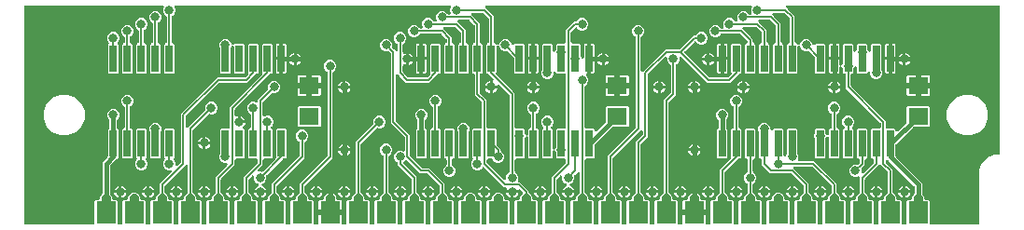
<source format=gbr>
G04 EAGLE Gerber RS-274X export*
G75*
%MOMM*%
%FSLAX34Y34*%
%LPD*%
%INBottom Copper*%
%IPPOS*%
%AMOC8*
5,1,8,0,0,1.08239X$1,22.5*%
G01*
%ADD10R,1.778000X2.032000*%
%ADD11R,0.635000X2.413000*%
%ADD12R,1.800000X1.600000*%
%ADD13C,0.406400*%
%ADD14C,0.812800*%
%ADD15C,0.806400*%
%ADD16C,0.152400*%

G36*
X64634Y2016D02*
X64634Y2016D01*
X64753Y2023D01*
X64791Y2036D01*
X64832Y2041D01*
X64942Y2084D01*
X65055Y2121D01*
X65090Y2143D01*
X65127Y2158D01*
X65223Y2227D01*
X65324Y2291D01*
X65352Y2321D01*
X65385Y2344D01*
X65461Y2436D01*
X65542Y2523D01*
X65562Y2558D01*
X65587Y2589D01*
X65638Y2697D01*
X65696Y2801D01*
X65706Y2841D01*
X65723Y2877D01*
X65745Y2994D01*
X65775Y3109D01*
X65779Y3169D01*
X65783Y3189D01*
X65781Y3210D01*
X65785Y3270D01*
X65785Y23492D01*
X66678Y24385D01*
X69342Y24385D01*
X69460Y24400D01*
X69579Y24407D01*
X69617Y24420D01*
X69658Y24425D01*
X69768Y24468D01*
X69881Y24505D01*
X69916Y24527D01*
X69953Y24542D01*
X70049Y24611D01*
X70150Y24675D01*
X70178Y24705D01*
X70211Y24728D01*
X70287Y24820D01*
X70368Y24907D01*
X70388Y24942D01*
X70413Y24973D01*
X70464Y25081D01*
X70522Y25185D01*
X70532Y25225D01*
X70549Y25261D01*
X70571Y25378D01*
X70601Y25493D01*
X70605Y25553D01*
X70609Y25573D01*
X70607Y25594D01*
X70611Y25654D01*
X70611Y26512D01*
X71462Y28566D01*
X72272Y29375D01*
X72332Y29453D01*
X72400Y29526D01*
X72429Y29579D01*
X72466Y29626D01*
X72506Y29717D01*
X72554Y29804D01*
X72569Y29863D01*
X72593Y29918D01*
X72608Y30016D01*
X72633Y30112D01*
X72639Y30212D01*
X72643Y30232D01*
X72641Y30245D01*
X72643Y30273D01*
X72643Y58623D01*
X77479Y63458D01*
X77539Y63537D01*
X77607Y63609D01*
X77636Y63662D01*
X77673Y63710D01*
X77713Y63801D01*
X77761Y63887D01*
X77776Y63946D01*
X77800Y64002D01*
X77815Y64100D01*
X77840Y64195D01*
X77846Y64295D01*
X77850Y64316D01*
X77848Y64328D01*
X77850Y64356D01*
X77850Y88135D01*
X78621Y88906D01*
X78682Y88984D01*
X78750Y89056D01*
X78779Y89109D01*
X78816Y89157D01*
X78856Y89248D01*
X78904Y89335D01*
X78919Y89393D01*
X78943Y89449D01*
X78958Y89547D01*
X78983Y89643D01*
X78989Y89743D01*
X78993Y89763D01*
X78991Y89775D01*
X78993Y89803D01*
X78993Y96773D01*
X78981Y96871D01*
X78978Y96970D01*
X78961Y97028D01*
X78953Y97088D01*
X78917Y97180D01*
X78889Y97275D01*
X78859Y97327D01*
X78836Y97384D01*
X78778Y97464D01*
X78728Y97549D01*
X78662Y97625D01*
X78650Y97641D01*
X78640Y97649D01*
X78622Y97670D01*
X77839Y98452D01*
X76993Y100495D01*
X76993Y102705D01*
X77839Y104748D01*
X79402Y106311D01*
X81445Y107157D01*
X83655Y107157D01*
X85698Y106311D01*
X87261Y104748D01*
X88107Y102705D01*
X88107Y100495D01*
X87261Y98452D01*
X86478Y97670D01*
X86418Y97592D01*
X86350Y97520D01*
X86321Y97467D01*
X86284Y97419D01*
X86244Y97328D01*
X86196Y97241D01*
X86181Y97183D01*
X86157Y97127D01*
X86142Y97029D01*
X86117Y96933D01*
X86111Y96833D01*
X86107Y96813D01*
X86109Y96801D01*
X86107Y96773D01*
X86107Y89803D01*
X86119Y89705D01*
X86122Y89606D01*
X86139Y89548D01*
X86147Y89488D01*
X86183Y89396D01*
X86211Y89301D01*
X86241Y89248D01*
X86264Y89192D01*
X86322Y89112D01*
X86372Y89027D01*
X86438Y88951D01*
X86450Y88935D01*
X86460Y88927D01*
X86479Y88906D01*
X87250Y88135D01*
X87250Y62741D01*
X86344Y61836D01*
X86257Y61833D01*
X86199Y61816D01*
X86138Y61808D01*
X86046Y61772D01*
X85951Y61744D01*
X85899Y61714D01*
X85843Y61691D01*
X85763Y61633D01*
X85677Y61583D01*
X85602Y61517D01*
X85585Y61505D01*
X85578Y61495D01*
X85556Y61477D01*
X80128Y56049D01*
X80068Y55970D01*
X80000Y55898D01*
X79971Y55845D01*
X79934Y55797D01*
X79894Y55706D01*
X79846Y55620D01*
X79831Y55561D01*
X79807Y55505D01*
X79792Y55407D01*
X79767Y55312D01*
X79761Y55212D01*
X79757Y55191D01*
X79759Y55179D01*
X79757Y55151D01*
X79757Y30273D01*
X79769Y30174D01*
X79772Y30075D01*
X79789Y30017D01*
X79797Y29957D01*
X79833Y29865D01*
X79861Y29770D01*
X79891Y29718D01*
X79914Y29661D01*
X79972Y29581D01*
X80022Y29496D01*
X80088Y29421D01*
X80100Y29404D01*
X80110Y29396D01*
X80128Y29375D01*
X80938Y28566D01*
X81789Y26512D01*
X81789Y25654D01*
X81804Y25536D01*
X81811Y25417D01*
X81824Y25379D01*
X81829Y25338D01*
X81872Y25228D01*
X81909Y25115D01*
X81931Y25080D01*
X81946Y25043D01*
X82015Y24947D01*
X82079Y24846D01*
X82109Y24818D01*
X82132Y24785D01*
X82224Y24709D01*
X82311Y24628D01*
X82346Y24608D01*
X82377Y24583D01*
X82485Y24532D01*
X82589Y24474D01*
X82629Y24464D01*
X82665Y24447D01*
X82782Y24425D01*
X82897Y24395D01*
X82957Y24391D01*
X82977Y24387D01*
X82998Y24389D01*
X83058Y24385D01*
X85722Y24385D01*
X86615Y23492D01*
X86615Y3270D01*
X86630Y3152D01*
X86637Y3033D01*
X86650Y2995D01*
X86655Y2954D01*
X86698Y2844D01*
X86735Y2731D01*
X86757Y2696D01*
X86772Y2659D01*
X86841Y2563D01*
X86905Y2462D01*
X86935Y2434D01*
X86958Y2401D01*
X87050Y2325D01*
X87137Y2244D01*
X87172Y2224D01*
X87203Y2199D01*
X87311Y2148D01*
X87415Y2090D01*
X87455Y2080D01*
X87491Y2063D01*
X87608Y2041D01*
X87723Y2011D01*
X87783Y2007D01*
X87803Y2003D01*
X87824Y2005D01*
X87884Y2001D01*
X89916Y2001D01*
X90034Y2016D01*
X90153Y2023D01*
X90191Y2036D01*
X90232Y2041D01*
X90342Y2084D01*
X90455Y2121D01*
X90490Y2143D01*
X90527Y2158D01*
X90623Y2227D01*
X90724Y2291D01*
X90752Y2321D01*
X90785Y2344D01*
X90861Y2436D01*
X90942Y2523D01*
X90962Y2558D01*
X90987Y2589D01*
X91038Y2697D01*
X91096Y2801D01*
X91106Y2841D01*
X91123Y2877D01*
X91145Y2994D01*
X91175Y3109D01*
X91179Y3169D01*
X91183Y3189D01*
X91181Y3210D01*
X91185Y3270D01*
X91185Y23492D01*
X92078Y24385D01*
X94742Y24385D01*
X94860Y24400D01*
X94979Y24407D01*
X95017Y24420D01*
X95058Y24425D01*
X95168Y24468D01*
X95281Y24505D01*
X95316Y24527D01*
X95353Y24542D01*
X95449Y24611D01*
X95550Y24675D01*
X95578Y24705D01*
X95611Y24728D01*
X95687Y24820D01*
X95768Y24907D01*
X95788Y24942D01*
X95813Y24973D01*
X95864Y25081D01*
X95922Y25185D01*
X95932Y25225D01*
X95949Y25261D01*
X95971Y25378D01*
X96001Y25493D01*
X96005Y25553D01*
X96009Y25573D01*
X96007Y25594D01*
X96011Y25654D01*
X96011Y26512D01*
X96862Y28566D01*
X98434Y30138D01*
X100488Y30989D01*
X102712Y30989D01*
X104766Y30138D01*
X106338Y28566D01*
X107189Y26512D01*
X107189Y25654D01*
X107204Y25536D01*
X107211Y25417D01*
X107224Y25379D01*
X107229Y25338D01*
X107272Y25228D01*
X107309Y25115D01*
X107331Y25080D01*
X107346Y25043D01*
X107415Y24947D01*
X107479Y24846D01*
X107509Y24818D01*
X107532Y24785D01*
X107624Y24709D01*
X107711Y24628D01*
X107746Y24608D01*
X107777Y24583D01*
X107885Y24532D01*
X107989Y24474D01*
X108029Y24464D01*
X108065Y24447D01*
X108182Y24425D01*
X108297Y24395D01*
X108357Y24391D01*
X108377Y24387D01*
X108398Y24389D01*
X108458Y24385D01*
X111122Y24385D01*
X112015Y23492D01*
X112015Y3270D01*
X112030Y3152D01*
X112037Y3033D01*
X112050Y2995D01*
X112055Y2954D01*
X112098Y2844D01*
X112135Y2731D01*
X112157Y2696D01*
X112172Y2659D01*
X112241Y2563D01*
X112305Y2462D01*
X112335Y2434D01*
X112358Y2401D01*
X112450Y2325D01*
X112537Y2244D01*
X112572Y2224D01*
X112603Y2199D01*
X112711Y2148D01*
X112815Y2090D01*
X112855Y2080D01*
X112891Y2063D01*
X113008Y2041D01*
X113123Y2011D01*
X113183Y2007D01*
X113203Y2003D01*
X113224Y2005D01*
X113284Y2001D01*
X115316Y2001D01*
X115434Y2016D01*
X115553Y2023D01*
X115591Y2036D01*
X115632Y2041D01*
X115742Y2084D01*
X115855Y2121D01*
X115890Y2143D01*
X115927Y2158D01*
X116023Y2227D01*
X116124Y2291D01*
X116152Y2321D01*
X116185Y2344D01*
X116261Y2436D01*
X116342Y2523D01*
X116362Y2558D01*
X116387Y2589D01*
X116438Y2697D01*
X116496Y2801D01*
X116506Y2841D01*
X116523Y2877D01*
X116545Y2994D01*
X116575Y3109D01*
X116579Y3169D01*
X116583Y3189D01*
X116581Y3210D01*
X116585Y3270D01*
X116585Y23492D01*
X117478Y24385D01*
X120142Y24385D01*
X120260Y24400D01*
X120379Y24407D01*
X120417Y24420D01*
X120458Y24425D01*
X120568Y24468D01*
X120681Y24505D01*
X120716Y24527D01*
X120753Y24542D01*
X120849Y24611D01*
X120950Y24675D01*
X120978Y24705D01*
X121011Y24728D01*
X121087Y24820D01*
X121168Y24907D01*
X121188Y24942D01*
X121213Y24973D01*
X121264Y25081D01*
X121322Y25185D01*
X121332Y25225D01*
X121349Y25261D01*
X121371Y25378D01*
X121401Y25493D01*
X121405Y25553D01*
X121409Y25573D01*
X121407Y25594D01*
X121411Y25654D01*
X121411Y26512D01*
X122262Y28566D01*
X123834Y30138D01*
X123930Y30177D01*
X123955Y30192D01*
X123983Y30201D01*
X124093Y30271D01*
X124206Y30335D01*
X124227Y30356D01*
X124252Y30371D01*
X124341Y30466D01*
X124434Y30556D01*
X124450Y30581D01*
X124470Y30603D01*
X124533Y30716D01*
X124601Y30827D01*
X124609Y30856D01*
X124624Y30881D01*
X124656Y31007D01*
X124694Y31131D01*
X124696Y31161D01*
X124703Y31189D01*
X124713Y31350D01*
X124713Y39047D01*
X135093Y49427D01*
X135178Y49536D01*
X135266Y49643D01*
X135275Y49662D01*
X135288Y49678D01*
X135343Y49806D01*
X135402Y49931D01*
X135406Y49951D01*
X135414Y49970D01*
X135436Y50108D01*
X135462Y50244D01*
X135461Y50264D01*
X135464Y50284D01*
X135451Y50423D01*
X135442Y50561D01*
X135436Y50580D01*
X135434Y50600D01*
X135387Y50732D01*
X135344Y50863D01*
X135333Y50881D01*
X135326Y50900D01*
X135248Y51015D01*
X135174Y51132D01*
X135159Y51146D01*
X135148Y51163D01*
X135043Y51255D01*
X134942Y51350D01*
X134925Y51360D01*
X134909Y51373D01*
X134785Y51437D01*
X134664Y51504D01*
X134644Y51509D01*
X134626Y51518D01*
X134490Y51548D01*
X134356Y51583D01*
X134328Y51585D01*
X134316Y51588D01*
X134295Y51587D01*
X134195Y51593D01*
X132245Y51593D01*
X130202Y52439D01*
X128639Y54002D01*
X127793Y56045D01*
X127793Y58255D01*
X128639Y60298D01*
X128969Y60628D01*
X129042Y60722D01*
X129121Y60811D01*
X129139Y60847D01*
X129164Y60879D01*
X129211Y60988D01*
X129265Y61094D01*
X129274Y61134D01*
X129290Y61171D01*
X129309Y61288D01*
X129335Y61404D01*
X129334Y61445D01*
X129340Y61485D01*
X129329Y61603D01*
X129325Y61722D01*
X129314Y61761D01*
X129310Y61801D01*
X129270Y61914D01*
X129237Y62028D01*
X129217Y62063D01*
X129203Y62101D01*
X129136Y62199D01*
X129076Y62302D01*
X129036Y62347D01*
X129024Y62364D01*
X129009Y62377D01*
X128969Y62423D01*
X128650Y62741D01*
X128650Y87313D01*
X128642Y87382D01*
X128643Y87452D01*
X128622Y87540D01*
X128610Y87629D01*
X128585Y87693D01*
X128568Y87761D01*
X128526Y87841D01*
X128493Y87924D01*
X128471Y87955D01*
X129543Y89028D01*
X137157Y89028D01*
X138050Y88135D01*
X138050Y62741D01*
X137731Y62423D01*
X137658Y62328D01*
X137579Y62239D01*
X137561Y62203D01*
X137536Y62171D01*
X137488Y62062D01*
X137435Y61956D01*
X137426Y61917D01*
X137410Y61879D01*
X137391Y61762D01*
X137365Y61646D01*
X137366Y61605D01*
X137360Y61565D01*
X137371Y61447D01*
X137375Y61328D01*
X137386Y61289D01*
X137390Y61249D01*
X137430Y61137D01*
X137463Y61022D01*
X137483Y60988D01*
X137497Y60949D01*
X137564Y60851D01*
X137624Y60748D01*
X137664Y60703D01*
X137676Y60686D01*
X137691Y60673D01*
X137731Y60628D01*
X138061Y60298D01*
X138907Y58255D01*
X138907Y56305D01*
X138924Y56167D01*
X138937Y56029D01*
X138944Y56009D01*
X138947Y55989D01*
X138998Y55860D01*
X139045Y55729D01*
X139056Y55712D01*
X139064Y55694D01*
X139145Y55581D01*
X139223Y55466D01*
X139239Y55453D01*
X139250Y55436D01*
X139358Y55348D01*
X139462Y55256D01*
X139480Y55246D01*
X139495Y55234D01*
X139621Y55174D01*
X139745Y55111D01*
X139765Y55107D01*
X139783Y55098D01*
X139919Y55072D01*
X140055Y55041D01*
X140076Y55042D01*
X140095Y55038D01*
X140234Y55047D01*
X140373Y55051D01*
X140393Y55057D01*
X140413Y55058D01*
X140545Y55101D01*
X140679Y55139D01*
X140696Y55150D01*
X140715Y55156D01*
X140833Y55231D01*
X140953Y55301D01*
X140974Y55320D01*
X140984Y55326D01*
X140998Y55341D01*
X141073Y55407D01*
X143392Y57725D01*
X143452Y57804D01*
X143520Y57876D01*
X143549Y57929D01*
X143586Y57977D01*
X143626Y58068D01*
X143674Y58154D01*
X143689Y58213D01*
X143713Y58269D01*
X143728Y58366D01*
X143753Y58462D01*
X143759Y58562D01*
X143763Y58583D01*
X143761Y58595D01*
X143763Y58623D01*
X143763Y102547D01*
X145474Y104258D01*
X145475Y104258D01*
X175142Y133925D01*
X175142Y133926D01*
X176853Y135637D01*
X201727Y135637D01*
X201825Y135649D01*
X201924Y135652D01*
X201982Y135669D01*
X202043Y135677D01*
X202135Y135713D01*
X202230Y135741D01*
X202282Y135771D01*
X202338Y135794D01*
X202418Y135852D01*
X202504Y135902D01*
X202579Y135968D01*
X202596Y135980D01*
X202603Y135990D01*
X202625Y136008D01*
X205068Y138452D01*
X205141Y138547D01*
X205220Y138636D01*
X205239Y138672D01*
X205263Y138704D01*
X205311Y138813D01*
X205365Y138919D01*
X205374Y138958D01*
X205390Y138995D01*
X205408Y139113D01*
X205434Y139229D01*
X205433Y139270D01*
X205440Y139310D01*
X205428Y139428D01*
X205425Y139547D01*
X205414Y139586D01*
X205410Y139626D01*
X205369Y139738D01*
X205336Y139853D01*
X205316Y139887D01*
X205302Y139925D01*
X205235Y140024D01*
X205175Y140127D01*
X205135Y140172D01*
X205124Y140189D01*
X205108Y140202D01*
X205068Y140247D01*
X204850Y140465D01*
X204850Y165859D01*
X205743Y166752D01*
X213357Y166752D01*
X214250Y165859D01*
X214250Y140465D01*
X213357Y139572D01*
X213106Y139572D01*
X212988Y139557D01*
X212869Y139550D01*
X212831Y139537D01*
X212790Y139532D01*
X212680Y139489D01*
X212567Y139452D01*
X212532Y139430D01*
X212495Y139415D01*
X212399Y139346D01*
X212298Y139282D01*
X212270Y139252D01*
X212237Y139229D01*
X212161Y139137D01*
X212080Y139050D01*
X212060Y139015D01*
X212035Y138984D01*
X212005Y138921D01*
X204147Y131063D01*
X179273Y131063D01*
X179175Y131051D01*
X179076Y131048D01*
X179017Y131031D01*
X178957Y131023D01*
X178865Y130987D01*
X178770Y130959D01*
X178718Y130929D01*
X178662Y130906D01*
X178582Y130848D01*
X178496Y130798D01*
X178421Y130732D01*
X178404Y130720D01*
X178397Y130710D01*
X178375Y130692D01*
X148708Y101025D01*
X148648Y100946D01*
X148580Y100874D01*
X148551Y100821D01*
X148514Y100773D01*
X148474Y100682D01*
X148426Y100596D01*
X148411Y100537D01*
X148387Y100481D01*
X148372Y100383D01*
X148347Y100288D01*
X148341Y100188D01*
X148337Y100167D01*
X148339Y100155D01*
X148337Y100127D01*
X148337Y91135D01*
X148354Y90997D01*
X148367Y90859D01*
X148374Y90840D01*
X148377Y90819D01*
X148428Y90690D01*
X148475Y90559D01*
X148486Y90542D01*
X148494Y90524D01*
X148575Y90411D01*
X148653Y90296D01*
X148669Y90283D01*
X148680Y90266D01*
X148788Y90178D01*
X148892Y90086D01*
X148910Y90076D01*
X148925Y90064D01*
X149051Y90004D01*
X149175Y89941D01*
X149195Y89937D01*
X149213Y89928D01*
X149350Y89902D01*
X149485Y89871D01*
X149506Y89872D01*
X149525Y89868D01*
X149664Y89877D01*
X149803Y89881D01*
X149823Y89887D01*
X149843Y89888D01*
X149975Y89931D01*
X150109Y89969D01*
X150126Y89980D01*
X150145Y89986D01*
X150263Y90060D01*
X150383Y90131D01*
X150404Y90150D01*
X150414Y90156D01*
X150428Y90171D01*
X150503Y90237D01*
X151825Y91558D01*
X165650Y105384D01*
X165668Y105407D01*
X165691Y105427D01*
X165765Y105533D01*
X165845Y105635D01*
X165857Y105663D01*
X165874Y105687D01*
X165920Y105808D01*
X165971Y105927D01*
X165976Y105956D01*
X165987Y105984D01*
X166001Y106113D01*
X166021Y106241D01*
X166019Y106271D01*
X166022Y106300D01*
X166004Y106429D01*
X165991Y106558D01*
X165981Y106586D01*
X165977Y106615D01*
X165925Y106767D01*
X165893Y106845D01*
X165893Y109055D01*
X166739Y111098D01*
X168302Y112661D01*
X170345Y113507D01*
X172555Y113507D01*
X174598Y112661D01*
X176161Y111098D01*
X177007Y109055D01*
X177007Y106845D01*
X176161Y104802D01*
X174598Y103239D01*
X172555Y102393D01*
X170345Y102393D01*
X170267Y102425D01*
X170239Y102433D01*
X170213Y102447D01*
X170086Y102475D01*
X169961Y102509D01*
X169931Y102510D01*
X169902Y102516D01*
X169772Y102512D01*
X169643Y102514D01*
X169614Y102507D01*
X169584Y102507D01*
X169460Y102470D01*
X169333Y102440D01*
X169307Y102426D01*
X169279Y102418D01*
X169167Y102352D01*
X169052Y102291D01*
X169030Y102272D01*
X169005Y102257D01*
X168884Y102150D01*
X155058Y88325D01*
X154998Y88246D01*
X154930Y88174D01*
X154901Y88121D01*
X154864Y88073D01*
X154824Y87982D01*
X154776Y87896D01*
X154761Y87837D01*
X154737Y87781D01*
X154722Y87683D01*
X154697Y87588D01*
X154691Y87488D01*
X154687Y87467D01*
X154689Y87455D01*
X154687Y87427D01*
X154687Y31350D01*
X154690Y31321D01*
X154688Y31291D01*
X154710Y31164D01*
X154727Y31035D01*
X154737Y31007D01*
X154743Y30978D01*
X154796Y30860D01*
X154844Y30739D01*
X154861Y30715D01*
X154873Y30688D01*
X154954Y30587D01*
X155030Y30482D01*
X155053Y30463D01*
X155072Y30440D01*
X155176Y30361D01*
X155275Y30279D01*
X155302Y30266D01*
X155326Y30248D01*
X155470Y30177D01*
X155566Y30138D01*
X157138Y28566D01*
X157989Y26512D01*
X157989Y25654D01*
X158004Y25536D01*
X158011Y25417D01*
X158024Y25379D01*
X158029Y25338D01*
X158072Y25228D01*
X158109Y25115D01*
X158131Y25080D01*
X158146Y25043D01*
X158215Y24947D01*
X158279Y24846D01*
X158309Y24818D01*
X158332Y24785D01*
X158424Y24709D01*
X158511Y24628D01*
X158546Y24608D01*
X158577Y24583D01*
X158685Y24532D01*
X158789Y24474D01*
X158829Y24464D01*
X158865Y24447D01*
X158982Y24425D01*
X159097Y24395D01*
X159157Y24391D01*
X159177Y24387D01*
X159198Y24389D01*
X159258Y24385D01*
X161922Y24385D01*
X162815Y23492D01*
X162815Y3270D01*
X162830Y3152D01*
X162837Y3033D01*
X162850Y2995D01*
X162855Y2954D01*
X162898Y2844D01*
X162935Y2731D01*
X162957Y2696D01*
X162972Y2659D01*
X163041Y2563D01*
X163105Y2462D01*
X163135Y2434D01*
X163158Y2401D01*
X163250Y2325D01*
X163337Y2244D01*
X163372Y2224D01*
X163403Y2199D01*
X163511Y2148D01*
X163615Y2090D01*
X163655Y2080D01*
X163691Y2063D01*
X163808Y2041D01*
X163923Y2011D01*
X163983Y2007D01*
X164003Y2003D01*
X164024Y2005D01*
X164084Y2001D01*
X166116Y2001D01*
X166234Y2016D01*
X166353Y2023D01*
X166391Y2036D01*
X166432Y2041D01*
X166542Y2084D01*
X166655Y2121D01*
X166690Y2143D01*
X166727Y2158D01*
X166823Y2227D01*
X166924Y2291D01*
X166952Y2321D01*
X166985Y2344D01*
X167061Y2436D01*
X167142Y2523D01*
X167162Y2558D01*
X167187Y2589D01*
X167238Y2697D01*
X167296Y2801D01*
X167306Y2841D01*
X167323Y2877D01*
X167345Y2994D01*
X167375Y3109D01*
X167379Y3169D01*
X167383Y3189D01*
X167381Y3210D01*
X167385Y3270D01*
X167385Y23492D01*
X168278Y24385D01*
X170942Y24385D01*
X171060Y24400D01*
X171179Y24407D01*
X171217Y24420D01*
X171258Y24425D01*
X171368Y24468D01*
X171481Y24505D01*
X171516Y24527D01*
X171553Y24542D01*
X171649Y24611D01*
X171750Y24675D01*
X171778Y24705D01*
X171811Y24728D01*
X171887Y24820D01*
X171968Y24907D01*
X171988Y24942D01*
X172013Y24973D01*
X172064Y25081D01*
X172122Y25185D01*
X172132Y25225D01*
X172149Y25261D01*
X172171Y25378D01*
X172201Y25493D01*
X172205Y25553D01*
X172209Y25573D01*
X172207Y25594D01*
X172211Y25654D01*
X172211Y26512D01*
X173062Y28566D01*
X174634Y30138D01*
X174730Y30177D01*
X174755Y30192D01*
X174783Y30201D01*
X174893Y30271D01*
X175006Y30335D01*
X175027Y30356D01*
X175052Y30371D01*
X175141Y30466D01*
X175234Y30556D01*
X175250Y30581D01*
X175270Y30603D01*
X175333Y30716D01*
X175401Y30827D01*
X175409Y30856D01*
X175424Y30881D01*
X175456Y31007D01*
X175494Y31131D01*
X175496Y31161D01*
X175503Y31189D01*
X175513Y31350D01*
X175513Y45397D01*
X185893Y55777D01*
X185978Y55886D01*
X186066Y55993D01*
X186075Y56012D01*
X186088Y56028D01*
X186143Y56156D01*
X186202Y56281D01*
X186206Y56301D01*
X186214Y56320D01*
X186236Y56458D01*
X186262Y56594D01*
X186261Y56614D01*
X186264Y56634D01*
X186251Y56773D01*
X186242Y56911D01*
X186236Y56930D01*
X186234Y56950D01*
X186187Y57082D01*
X186144Y57213D01*
X186133Y57231D01*
X186126Y57250D01*
X186048Y57365D01*
X185974Y57482D01*
X185959Y57496D01*
X185948Y57513D01*
X185843Y57605D01*
X185742Y57700D01*
X185725Y57710D01*
X185709Y57723D01*
X185585Y57787D01*
X185464Y57854D01*
X185444Y57859D01*
X185426Y57868D01*
X185290Y57898D01*
X185156Y57933D01*
X185128Y57935D01*
X185116Y57938D01*
X185095Y57937D01*
X184995Y57943D01*
X183045Y57943D01*
X181002Y58789D01*
X179439Y60352D01*
X178593Y62395D01*
X178593Y64605D01*
X179354Y66441D01*
X179356Y66450D01*
X179361Y66458D01*
X179398Y66603D01*
X179438Y66748D01*
X179438Y66757D01*
X179440Y66766D01*
X179450Y66927D01*
X179450Y88135D01*
X180343Y89028D01*
X186944Y89028D01*
X187062Y89043D01*
X187181Y89050D01*
X187219Y89063D01*
X187260Y89068D01*
X187370Y89111D01*
X187483Y89148D01*
X187518Y89170D01*
X187555Y89185D01*
X187651Y89254D01*
X187752Y89318D01*
X187780Y89348D01*
X187813Y89371D01*
X187889Y89463D01*
X187970Y89550D01*
X187990Y89585D01*
X188015Y89616D01*
X188066Y89724D01*
X188124Y89828D01*
X188134Y89868D01*
X188151Y89904D01*
X188173Y90021D01*
X188203Y90136D01*
X188207Y90196D01*
X188211Y90216D01*
X188209Y90237D01*
X188213Y90297D01*
X188213Y108897D01*
X217768Y138452D01*
X217841Y138546D01*
X217920Y138636D01*
X217939Y138672D01*
X217963Y138704D01*
X218011Y138813D01*
X218065Y138919D01*
X218074Y138958D01*
X218090Y138995D01*
X218108Y139113D01*
X218134Y139229D01*
X218133Y139269D01*
X218140Y139310D01*
X218128Y139428D01*
X218125Y139547D01*
X218113Y139586D01*
X218110Y139626D01*
X218069Y139738D01*
X218036Y139853D01*
X218016Y139887D01*
X218002Y139925D01*
X217935Y140024D01*
X217875Y140126D01*
X217835Y140172D01*
X217824Y140189D01*
X217808Y140202D01*
X217768Y140247D01*
X217550Y140465D01*
X217550Y165859D01*
X218443Y166752D01*
X226057Y166752D01*
X226950Y165859D01*
X226950Y140465D01*
X226057Y139572D01*
X225806Y139572D01*
X225688Y139557D01*
X225569Y139550D01*
X225531Y139537D01*
X225490Y139532D01*
X225380Y139489D01*
X225267Y139452D01*
X225232Y139430D01*
X225195Y139415D01*
X225099Y139346D01*
X224998Y139282D01*
X224970Y139252D01*
X224937Y139229D01*
X224861Y139137D01*
X224780Y139050D01*
X224760Y139015D01*
X224735Y138984D01*
X224705Y138921D01*
X193158Y107375D01*
X193098Y107296D01*
X193030Y107224D01*
X193001Y107171D01*
X192964Y107123D01*
X192924Y107032D01*
X192876Y106946D01*
X192861Y106887D01*
X192837Y106831D01*
X192822Y106733D01*
X192797Y106638D01*
X192791Y106538D01*
X192787Y106517D01*
X192789Y106505D01*
X192787Y106477D01*
X192787Y101481D01*
X192793Y101432D01*
X192791Y101382D01*
X192813Y101275D01*
X192827Y101166D01*
X192845Y101119D01*
X192855Y101071D01*
X192903Y100972D01*
X192944Y100870D01*
X192973Y100830D01*
X192995Y100785D01*
X193066Y100701D01*
X193130Y100613D01*
X193169Y100581D01*
X193201Y100543D01*
X193291Y100480D01*
X193375Y100410D01*
X193420Y100389D01*
X193461Y100360D01*
X193564Y100321D01*
X193663Y100274D01*
X193712Y100265D01*
X193758Y100247D01*
X193868Y100235D01*
X193975Y100214D01*
X194025Y100217D01*
X194074Y100212D01*
X194183Y100227D01*
X194293Y100234D01*
X194340Y100249D01*
X194389Y100256D01*
X194542Y100308D01*
X195229Y100593D01*
X195581Y100663D01*
X195581Y95250D01*
X195596Y95132D01*
X195603Y95013D01*
X195615Y94975D01*
X195620Y94935D01*
X195664Y94824D01*
X195701Y94711D01*
X195723Y94677D01*
X195737Y94639D01*
X195807Y94543D01*
X195871Y94442D01*
X195872Y94442D01*
X195901Y94414D01*
X195924Y94382D01*
X195925Y94381D01*
X196017Y94305D01*
X196103Y94224D01*
X196139Y94204D01*
X196170Y94178D01*
X196277Y94128D01*
X196382Y94070D01*
X196421Y94060D01*
X196457Y94043D01*
X196574Y94021D01*
X196690Y93991D01*
X196750Y93987D01*
X196770Y93983D01*
X196790Y93984D01*
X196850Y93981D01*
X202263Y93981D01*
X202193Y93629D01*
X201774Y92618D01*
X201166Y91708D01*
X200469Y91010D01*
X200396Y90916D01*
X200317Y90827D01*
X200299Y90791D01*
X200274Y90759D01*
X200227Y90650D01*
X200172Y90544D01*
X200164Y90505D01*
X200148Y90467D01*
X200129Y90349D01*
X200103Y90234D01*
X200104Y90193D01*
X200098Y90153D01*
X200109Y90035D01*
X200112Y89916D01*
X200124Y89877D01*
X200128Y89837D01*
X200168Y89725D01*
X200201Y89610D01*
X200221Y89575D01*
X200235Y89537D01*
X200302Y89439D01*
X200362Y89336D01*
X200402Y89291D01*
X200414Y89274D01*
X200429Y89261D01*
X200469Y89215D01*
X201550Y88135D01*
X201550Y62741D01*
X200657Y61848D01*
X194056Y61848D01*
X193938Y61833D01*
X193819Y61826D01*
X193781Y61813D01*
X193740Y61808D01*
X193630Y61765D01*
X193517Y61728D01*
X193482Y61706D01*
X193445Y61691D01*
X193349Y61622D01*
X193248Y61558D01*
X193220Y61528D01*
X193187Y61505D01*
X193111Y61413D01*
X193030Y61326D01*
X193010Y61291D01*
X192985Y61260D01*
X192934Y61152D01*
X192876Y61048D01*
X192866Y61008D01*
X192849Y60972D01*
X192827Y60855D01*
X192797Y60740D01*
X192793Y60680D01*
X192789Y60660D01*
X192791Y60639D01*
X192787Y60579D01*
X192787Y56203D01*
X180458Y43875D01*
X180398Y43796D01*
X180330Y43724D01*
X180301Y43671D01*
X180264Y43623D01*
X180224Y43532D01*
X180176Y43446D01*
X180161Y43387D01*
X180137Y43331D01*
X180122Y43233D01*
X180097Y43138D01*
X180091Y43038D01*
X180087Y43017D01*
X180089Y43005D01*
X180087Y42977D01*
X180087Y31350D01*
X180090Y31321D01*
X180088Y31291D01*
X180110Y31164D01*
X180127Y31035D01*
X180137Y31007D01*
X180143Y30978D01*
X180196Y30860D01*
X180244Y30739D01*
X180261Y30715D01*
X180273Y30688D01*
X180354Y30587D01*
X180430Y30482D01*
X180453Y30463D01*
X180472Y30440D01*
X180576Y30361D01*
X180675Y30279D01*
X180702Y30266D01*
X180726Y30248D01*
X180870Y30177D01*
X180966Y30138D01*
X182538Y28566D01*
X183389Y26512D01*
X183389Y25654D01*
X183404Y25536D01*
X183411Y25417D01*
X183424Y25379D01*
X183429Y25338D01*
X183472Y25228D01*
X183509Y25115D01*
X183531Y25080D01*
X183546Y25043D01*
X183615Y24947D01*
X183679Y24846D01*
X183709Y24818D01*
X183732Y24785D01*
X183824Y24709D01*
X183911Y24628D01*
X183946Y24608D01*
X183977Y24583D01*
X184085Y24532D01*
X184189Y24474D01*
X184229Y24464D01*
X184265Y24447D01*
X184382Y24425D01*
X184497Y24395D01*
X184557Y24391D01*
X184577Y24387D01*
X184598Y24389D01*
X184658Y24385D01*
X187322Y24385D01*
X188215Y23492D01*
X188215Y3270D01*
X188230Y3152D01*
X188237Y3033D01*
X188250Y2995D01*
X188255Y2954D01*
X188298Y2844D01*
X188335Y2731D01*
X188357Y2696D01*
X188372Y2659D01*
X188441Y2563D01*
X188505Y2462D01*
X188535Y2434D01*
X188558Y2401D01*
X188650Y2325D01*
X188737Y2244D01*
X188772Y2224D01*
X188803Y2199D01*
X188911Y2148D01*
X189015Y2090D01*
X189055Y2080D01*
X189091Y2063D01*
X189208Y2041D01*
X189323Y2011D01*
X189383Y2007D01*
X189403Y2003D01*
X189424Y2005D01*
X189484Y2001D01*
X191516Y2001D01*
X191634Y2016D01*
X191753Y2023D01*
X191791Y2036D01*
X191832Y2041D01*
X191942Y2084D01*
X192055Y2121D01*
X192090Y2143D01*
X192127Y2158D01*
X192223Y2227D01*
X192324Y2291D01*
X192352Y2321D01*
X192385Y2344D01*
X192461Y2436D01*
X192542Y2523D01*
X192562Y2558D01*
X192587Y2589D01*
X192638Y2697D01*
X192696Y2801D01*
X192706Y2841D01*
X192723Y2877D01*
X192745Y2994D01*
X192775Y3109D01*
X192779Y3169D01*
X192783Y3189D01*
X192781Y3210D01*
X192785Y3270D01*
X192785Y23492D01*
X193678Y24385D01*
X196342Y24385D01*
X196460Y24400D01*
X196579Y24407D01*
X196617Y24420D01*
X196658Y24425D01*
X196768Y24468D01*
X196881Y24505D01*
X196916Y24527D01*
X196953Y24542D01*
X197049Y24611D01*
X197150Y24675D01*
X197178Y24705D01*
X197211Y24728D01*
X197287Y24820D01*
X197368Y24907D01*
X197388Y24942D01*
X197413Y24973D01*
X197464Y25081D01*
X197522Y25185D01*
X197532Y25225D01*
X197549Y25261D01*
X197571Y25378D01*
X197601Y25493D01*
X197605Y25553D01*
X197609Y25573D01*
X197607Y25594D01*
X197611Y25654D01*
X197611Y26512D01*
X198462Y28566D01*
X200034Y30138D01*
X200130Y30177D01*
X200155Y30192D01*
X200183Y30201D01*
X200293Y30271D01*
X200406Y30335D01*
X200427Y30356D01*
X200452Y30371D01*
X200541Y30466D01*
X200634Y30556D01*
X200650Y30581D01*
X200670Y30603D01*
X200733Y30716D01*
X200801Y30827D01*
X200809Y30856D01*
X200824Y30881D01*
X200856Y31007D01*
X200894Y31131D01*
X200896Y31161D01*
X200903Y31189D01*
X200913Y31350D01*
X200913Y45397D01*
X213242Y57725D01*
X213302Y57804D01*
X213370Y57876D01*
X213399Y57929D01*
X213436Y57977D01*
X213476Y58068D01*
X213524Y58154D01*
X213539Y58213D01*
X213563Y58269D01*
X213578Y58367D01*
X213603Y58462D01*
X213609Y58562D01*
X213613Y58583D01*
X213611Y58595D01*
X213613Y58623D01*
X213613Y60579D01*
X213598Y60697D01*
X213591Y60816D01*
X213578Y60854D01*
X213573Y60895D01*
X213530Y61005D01*
X213493Y61118D01*
X213471Y61153D01*
X213456Y61190D01*
X213387Y61286D01*
X213323Y61387D01*
X213293Y61415D01*
X213270Y61448D01*
X213178Y61524D01*
X213091Y61605D01*
X213056Y61625D01*
X213025Y61650D01*
X212917Y61701D01*
X212813Y61759D01*
X212773Y61769D01*
X212737Y61786D01*
X212620Y61808D01*
X212505Y61838D01*
X212445Y61842D01*
X212425Y61846D01*
X212404Y61844D01*
X212344Y61848D01*
X205743Y61848D01*
X204850Y62741D01*
X204850Y88135D01*
X205743Y89028D01*
X205994Y89028D01*
X206112Y89043D01*
X206231Y89050D01*
X206269Y89063D01*
X206310Y89068D01*
X206420Y89111D01*
X206533Y89148D01*
X206568Y89170D01*
X206605Y89185D01*
X206701Y89254D01*
X206802Y89318D01*
X206830Y89348D01*
X206863Y89371D01*
X206939Y89463D01*
X207020Y89550D01*
X207040Y89585D01*
X207065Y89616D01*
X207116Y89724D01*
X207174Y89828D01*
X207184Y89868D01*
X207201Y89904D01*
X207223Y90021D01*
X207253Y90136D01*
X207257Y90196D01*
X207261Y90216D01*
X207259Y90237D01*
X207263Y90297D01*
X207263Y102035D01*
X207260Y102064D01*
X207262Y102093D01*
X207240Y102221D01*
X207223Y102350D01*
X207213Y102377D01*
X207208Y102407D01*
X207154Y102525D01*
X207106Y102646D01*
X207089Y102670D01*
X207077Y102697D01*
X206996Y102798D01*
X206920Y102903D01*
X206897Y102922D01*
X206878Y102945D01*
X206775Y103023D01*
X206675Y103106D01*
X206648Y103119D01*
X206624Y103136D01*
X206480Y103207D01*
X206402Y103239D01*
X204839Y104802D01*
X203993Y106845D01*
X203993Y109055D01*
X204839Y111098D01*
X206402Y112661D01*
X208445Y113507D01*
X210655Y113507D01*
X211858Y113008D01*
X211906Y112995D01*
X211951Y112974D01*
X212059Y112954D01*
X212165Y112924D01*
X212215Y112924D01*
X212264Y112914D01*
X212373Y112921D01*
X212483Y112919D01*
X212531Y112931D01*
X212581Y112934D01*
X212685Y112968D01*
X212792Y112994D01*
X212836Y113017D01*
X212883Y113032D01*
X212976Y113091D01*
X213073Y113142D01*
X213110Y113176D01*
X213152Y113202D01*
X213227Y113282D01*
X213309Y113356D01*
X213336Y113398D01*
X213370Y113434D01*
X213423Y113530D01*
X213483Y113622D01*
X213500Y113669D01*
X213524Y113712D01*
X213551Y113819D01*
X213587Y113923D01*
X213591Y113972D01*
X213603Y114020D01*
X213613Y114181D01*
X213613Y115247D01*
X222800Y124434D01*
X222818Y124458D01*
X222841Y124477D01*
X222915Y124583D01*
X222995Y124685D01*
X223007Y124713D01*
X223024Y124737D01*
X223070Y124858D01*
X223121Y124977D01*
X223126Y125006D01*
X223137Y125034D01*
X223151Y125163D01*
X223171Y125291D01*
X223169Y125321D01*
X223172Y125350D01*
X223154Y125479D01*
X223142Y125608D01*
X223131Y125636D01*
X223127Y125665D01*
X223075Y125817D01*
X223043Y125895D01*
X223043Y128105D01*
X223889Y130148D01*
X225452Y131711D01*
X227495Y132557D01*
X229705Y132557D01*
X231748Y131711D01*
X233311Y130148D01*
X234157Y128105D01*
X234157Y125895D01*
X233311Y123852D01*
X231748Y122289D01*
X229705Y121443D01*
X227495Y121443D01*
X227417Y121475D01*
X227389Y121483D01*
X227363Y121497D01*
X227236Y121525D01*
X227111Y121559D01*
X227081Y121560D01*
X227052Y121566D01*
X226923Y121562D01*
X226793Y121564D01*
X226764Y121557D01*
X226734Y121557D01*
X226610Y121520D01*
X226483Y121490D01*
X226457Y121476D01*
X226429Y121468D01*
X226317Y121402D01*
X226202Y121342D01*
X226180Y121322D01*
X226155Y121307D01*
X226034Y121200D01*
X218558Y113725D01*
X218498Y113646D01*
X218430Y113574D01*
X218401Y113521D01*
X218364Y113473D01*
X218324Y113382D01*
X218276Y113296D01*
X218261Y113237D01*
X218237Y113181D01*
X218222Y113083D01*
X218197Y112988D01*
X218191Y112888D01*
X218187Y112867D01*
X218189Y112855D01*
X218187Y112827D01*
X218187Y101481D01*
X218193Y101432D01*
X218191Y101382D01*
X218213Y101275D01*
X218227Y101166D01*
X218245Y101119D01*
X218255Y101071D01*
X218303Y100972D01*
X218344Y100870D01*
X218373Y100830D01*
X218395Y100785D01*
X218466Y100701D01*
X218530Y100612D01*
X218569Y100581D01*
X218601Y100543D01*
X218691Y100480D01*
X218775Y100410D01*
X218820Y100388D01*
X218861Y100360D01*
X218964Y100321D01*
X219063Y100274D01*
X219112Y100265D01*
X219158Y100247D01*
X219268Y100235D01*
X219375Y100214D01*
X219425Y100217D01*
X219474Y100212D01*
X219583Y100227D01*
X219693Y100234D01*
X219740Y100249D01*
X219789Y100256D01*
X219942Y100308D01*
X221145Y100807D01*
X223355Y100807D01*
X225398Y99961D01*
X226961Y98398D01*
X227807Y96355D01*
X227807Y94145D01*
X226961Y92102D01*
X225869Y91010D01*
X225796Y90917D01*
X225717Y90827D01*
X225699Y90791D01*
X225674Y90759D01*
X225627Y90650D01*
X225572Y90544D01*
X225564Y90504D01*
X225548Y90467D01*
X225529Y90349D01*
X225503Y90234D01*
X225504Y90193D01*
X225498Y90153D01*
X225509Y90035D01*
X225512Y89916D01*
X225524Y89877D01*
X225528Y89837D01*
X225568Y89725D01*
X225601Y89610D01*
X225621Y89575D01*
X225635Y89537D01*
X225702Y89439D01*
X225762Y89336D01*
X225802Y89291D01*
X225814Y89274D01*
X225829Y89261D01*
X225869Y89215D01*
X226950Y88135D01*
X226950Y62741D01*
X226057Y61848D01*
X219456Y61848D01*
X219338Y61833D01*
X219219Y61826D01*
X219181Y61813D01*
X219140Y61808D01*
X219030Y61765D01*
X218917Y61728D01*
X218882Y61706D01*
X218845Y61691D01*
X218749Y61622D01*
X218648Y61558D01*
X218620Y61528D01*
X218587Y61505D01*
X218511Y61413D01*
X218430Y61326D01*
X218410Y61291D01*
X218385Y61260D01*
X218334Y61152D01*
X218276Y61048D01*
X218266Y61008D01*
X218249Y60972D01*
X218227Y60855D01*
X218197Y60740D01*
X218193Y60680D01*
X218189Y60660D01*
X218191Y60639D01*
X218187Y60579D01*
X218187Y56203D01*
X216475Y54492D01*
X214157Y52173D01*
X214072Y52064D01*
X213984Y51957D01*
X213975Y51938D01*
X213962Y51922D01*
X213907Y51794D01*
X213848Y51669D01*
X213844Y51649D01*
X213836Y51630D01*
X213814Y51492D01*
X213788Y51356D01*
X213789Y51336D01*
X213786Y51316D01*
X213799Y51177D01*
X213808Y51039D01*
X213814Y51020D01*
X213816Y51000D01*
X213863Y50868D01*
X213906Y50737D01*
X213917Y50719D01*
X213924Y50700D01*
X214002Y50585D01*
X214076Y50468D01*
X214091Y50454D01*
X214102Y50437D01*
X214207Y50345D01*
X214308Y50250D01*
X214325Y50240D01*
X214341Y50227D01*
X214465Y50163D01*
X214586Y50096D01*
X214606Y50091D01*
X214624Y50082D01*
X214760Y50052D01*
X214894Y50017D01*
X214922Y50015D01*
X214934Y50012D01*
X214955Y50013D01*
X215055Y50007D01*
X217005Y50007D01*
X217083Y49975D01*
X217111Y49967D01*
X217137Y49953D01*
X217264Y49925D01*
X217389Y49891D01*
X217419Y49890D01*
X217448Y49884D01*
X217577Y49888D01*
X217707Y49886D01*
X217736Y49893D01*
X217766Y49893D01*
X217890Y49930D01*
X218017Y49960D01*
X218043Y49974D01*
X218071Y49982D01*
X218183Y50048D01*
X218298Y50108D01*
X218320Y50128D01*
X218345Y50143D01*
X218466Y50250D01*
X229879Y61662D01*
X229939Y61741D01*
X230007Y61813D01*
X230036Y61866D01*
X230073Y61914D01*
X230113Y62005D01*
X230161Y62091D01*
X230176Y62150D01*
X230200Y62206D01*
X230215Y62304D01*
X230240Y62399D01*
X230246Y62499D01*
X230250Y62520D01*
X230248Y62532D01*
X230250Y62560D01*
X230250Y88135D01*
X231143Y89028D01*
X238757Y89028D01*
X239650Y88135D01*
X239650Y62741D01*
X238757Y61848D01*
X237058Y61848D01*
X236960Y61836D01*
X236861Y61833D01*
X236803Y61816D01*
X236742Y61808D01*
X236650Y61772D01*
X236555Y61744D01*
X236503Y61714D01*
X236447Y61691D01*
X236367Y61633D01*
X236281Y61583D01*
X236206Y61517D01*
X236189Y61505D01*
X236182Y61495D01*
X236160Y61477D01*
X235525Y60841D01*
X221700Y47016D01*
X221682Y46992D01*
X221659Y46973D01*
X221585Y46867D01*
X221505Y46765D01*
X221493Y46737D01*
X221476Y46713D01*
X221430Y46592D01*
X221379Y46473D01*
X221374Y46444D01*
X221363Y46416D01*
X221349Y46287D01*
X221329Y46159D01*
X221331Y46129D01*
X221328Y46100D01*
X221346Y45971D01*
X221358Y45842D01*
X221369Y45814D01*
X221373Y45785D01*
X221425Y45633D01*
X221457Y45555D01*
X221457Y43345D01*
X220611Y41302D01*
X219048Y39739D01*
X217921Y39273D01*
X217800Y39204D01*
X217677Y39139D01*
X217662Y39125D01*
X217645Y39115D01*
X217545Y39018D01*
X217442Y38925D01*
X217431Y38908D01*
X217416Y38894D01*
X217344Y38776D01*
X217267Y38659D01*
X217261Y38640D01*
X217250Y38623D01*
X217209Y38490D01*
X217164Y38358D01*
X217163Y38338D01*
X217157Y38319D01*
X217150Y38180D01*
X217139Y38041D01*
X217142Y38021D01*
X217141Y38001D01*
X217170Y37865D01*
X217193Y37728D01*
X217202Y37709D01*
X217206Y37690D01*
X217267Y37564D01*
X217324Y37438D01*
X217337Y37422D01*
X217345Y37404D01*
X217436Y37298D01*
X217523Y37189D01*
X217539Y37177D01*
X217552Y37162D01*
X217666Y37082D01*
X217777Y36998D01*
X217802Y36986D01*
X217812Y36979D01*
X217831Y36972D01*
X217921Y36927D01*
X218532Y36674D01*
X219442Y36066D01*
X220216Y35292D01*
X220824Y34382D01*
X221243Y33371D01*
X221313Y33019D01*
X215900Y33019D01*
X210487Y33019D01*
X210557Y33371D01*
X210976Y34382D01*
X211584Y35292D01*
X212358Y36066D01*
X213268Y36674D01*
X213879Y36927D01*
X214000Y36996D01*
X214123Y37061D01*
X214138Y37075D01*
X214155Y37085D01*
X214255Y37181D01*
X214358Y37275D01*
X214369Y37292D01*
X214384Y37306D01*
X214456Y37424D01*
X214533Y37541D01*
X214539Y37560D01*
X214550Y37577D01*
X214591Y37710D01*
X214636Y37842D01*
X214637Y37862D01*
X214643Y37881D01*
X214650Y38020D01*
X214661Y38159D01*
X214658Y38179D01*
X214658Y38199D01*
X214630Y38335D01*
X214607Y38472D01*
X214598Y38491D01*
X214594Y38510D01*
X214533Y38635D01*
X214476Y38762D01*
X214463Y38778D01*
X214454Y38796D01*
X214364Y38902D01*
X214277Y39010D01*
X214261Y39023D01*
X214248Y39038D01*
X214135Y39118D01*
X214023Y39202D01*
X213998Y39214D01*
X213988Y39221D01*
X213969Y39228D01*
X213879Y39273D01*
X212752Y39739D01*
X211189Y41302D01*
X210343Y43345D01*
X210343Y45295D01*
X210326Y45433D01*
X210313Y45571D01*
X210306Y45591D01*
X210303Y45611D01*
X210252Y45740D01*
X210205Y45871D01*
X210194Y45888D01*
X210186Y45906D01*
X210105Y46019D01*
X210027Y46134D01*
X210011Y46147D01*
X210000Y46164D01*
X209892Y46252D01*
X209788Y46344D01*
X209770Y46354D01*
X209755Y46366D01*
X209629Y46426D01*
X209505Y46489D01*
X209485Y46493D01*
X209467Y46502D01*
X209331Y46528D01*
X209195Y46559D01*
X209174Y46558D01*
X209155Y46562D01*
X209016Y46553D01*
X208877Y46549D01*
X208857Y46543D01*
X208837Y46542D01*
X208705Y46499D01*
X208571Y46461D01*
X208554Y46450D01*
X208535Y46444D01*
X208417Y46369D01*
X208297Y46299D01*
X208276Y46280D01*
X208266Y46274D01*
X208252Y46259D01*
X208177Y46193D01*
X205858Y43875D01*
X205798Y43796D01*
X205730Y43724D01*
X205701Y43671D01*
X205664Y43623D01*
X205624Y43532D01*
X205576Y43446D01*
X205561Y43387D01*
X205537Y43331D01*
X205522Y43234D01*
X205497Y43138D01*
X205491Y43038D01*
X205487Y43017D01*
X205489Y43005D01*
X205487Y42977D01*
X205487Y31350D01*
X205490Y31321D01*
X205488Y31291D01*
X205510Y31164D01*
X205527Y31035D01*
X205537Y31007D01*
X205543Y30978D01*
X205596Y30860D01*
X205644Y30739D01*
X205661Y30715D01*
X205673Y30688D01*
X205754Y30587D01*
X205830Y30482D01*
X205853Y30463D01*
X205872Y30440D01*
X205976Y30361D01*
X206075Y30279D01*
X206102Y30266D01*
X206126Y30248D01*
X206270Y30177D01*
X206366Y30138D01*
X207938Y28566D01*
X208789Y26512D01*
X208789Y25654D01*
X208804Y25536D01*
X208811Y25417D01*
X208824Y25379D01*
X208829Y25338D01*
X208872Y25228D01*
X208909Y25115D01*
X208931Y25080D01*
X208946Y25043D01*
X209015Y24947D01*
X209079Y24846D01*
X209109Y24818D01*
X209132Y24785D01*
X209224Y24709D01*
X209311Y24628D01*
X209346Y24608D01*
X209377Y24583D01*
X209485Y24532D01*
X209589Y24474D01*
X209629Y24464D01*
X209665Y24447D01*
X209782Y24425D01*
X209897Y24395D01*
X209957Y24391D01*
X209977Y24387D01*
X209998Y24389D01*
X210058Y24385D01*
X212722Y24385D01*
X213615Y23492D01*
X213615Y3270D01*
X213630Y3152D01*
X213637Y3033D01*
X213650Y2995D01*
X213655Y2954D01*
X213698Y2844D01*
X213735Y2731D01*
X213757Y2696D01*
X213772Y2659D01*
X213841Y2563D01*
X213905Y2462D01*
X213935Y2434D01*
X213958Y2401D01*
X214050Y2325D01*
X214137Y2244D01*
X214172Y2224D01*
X214203Y2199D01*
X214311Y2148D01*
X214415Y2090D01*
X214455Y2080D01*
X214491Y2063D01*
X214608Y2041D01*
X214723Y2011D01*
X214783Y2007D01*
X214803Y2003D01*
X214824Y2005D01*
X214884Y2001D01*
X216916Y2001D01*
X217034Y2016D01*
X217153Y2023D01*
X217191Y2036D01*
X217232Y2041D01*
X217342Y2084D01*
X217455Y2121D01*
X217490Y2143D01*
X217527Y2158D01*
X217623Y2227D01*
X217724Y2291D01*
X217752Y2321D01*
X217785Y2344D01*
X217861Y2436D01*
X217942Y2523D01*
X217962Y2558D01*
X217987Y2589D01*
X218038Y2697D01*
X218096Y2801D01*
X218106Y2841D01*
X218123Y2877D01*
X218145Y2994D01*
X218175Y3109D01*
X218179Y3169D01*
X218183Y3189D01*
X218181Y3210D01*
X218185Y3270D01*
X218185Y23492D01*
X219078Y24385D01*
X221742Y24385D01*
X221860Y24400D01*
X221979Y24407D01*
X222017Y24420D01*
X222058Y24425D01*
X222168Y24468D01*
X222281Y24505D01*
X222316Y24527D01*
X222353Y24542D01*
X222449Y24611D01*
X222550Y24675D01*
X222578Y24705D01*
X222611Y24728D01*
X222687Y24820D01*
X222768Y24907D01*
X222788Y24942D01*
X222813Y24973D01*
X222864Y25081D01*
X222922Y25185D01*
X222932Y25225D01*
X222949Y25261D01*
X222971Y25378D01*
X223001Y25493D01*
X223005Y25553D01*
X223009Y25573D01*
X223007Y25594D01*
X223011Y25654D01*
X223011Y26512D01*
X223862Y28566D01*
X225434Y30138D01*
X225530Y30177D01*
X225555Y30192D01*
X225583Y30201D01*
X225693Y30271D01*
X225806Y30335D01*
X225827Y30356D01*
X225852Y30371D01*
X225941Y30466D01*
X226034Y30556D01*
X226050Y30581D01*
X226070Y30603D01*
X226133Y30716D01*
X226201Y30827D01*
X226209Y30856D01*
X226224Y30881D01*
X226256Y31007D01*
X226294Y31131D01*
X226296Y31161D01*
X226303Y31189D01*
X226313Y31350D01*
X226313Y39047D01*
X228024Y40758D01*
X228025Y40758D01*
X251342Y64075D01*
X251402Y64154D01*
X251470Y64226D01*
X251499Y64279D01*
X251536Y64327D01*
X251576Y64418D01*
X251624Y64504D01*
X251639Y64563D01*
X251663Y64619D01*
X251678Y64717D01*
X251703Y64812D01*
X251709Y64912D01*
X251713Y64933D01*
X251711Y64945D01*
X251713Y64973D01*
X251713Y76635D01*
X251710Y76664D01*
X251712Y76693D01*
X251690Y76821D01*
X251673Y76950D01*
X251663Y76977D01*
X251658Y77007D01*
X251604Y77125D01*
X251556Y77246D01*
X251539Y77270D01*
X251527Y77297D01*
X251446Y77398D01*
X251370Y77503D01*
X251347Y77522D01*
X251328Y77545D01*
X251225Y77623D01*
X251125Y77706D01*
X251098Y77719D01*
X251074Y77736D01*
X250930Y77807D01*
X250852Y77839D01*
X249289Y79402D01*
X248443Y81445D01*
X248443Y83655D01*
X249289Y85698D01*
X250852Y87261D01*
X252895Y88107D01*
X255105Y88107D01*
X257148Y87261D01*
X258711Y85698D01*
X259557Y83655D01*
X259557Y81445D01*
X258711Y79402D01*
X257148Y77839D01*
X257070Y77807D01*
X257045Y77793D01*
X257017Y77783D01*
X256907Y77714D01*
X256794Y77650D01*
X256773Y77629D01*
X256748Y77613D01*
X256659Y77518D01*
X256566Y77428D01*
X256550Y77403D01*
X256530Y77382D01*
X256467Y77268D01*
X256399Y77157D01*
X256391Y77129D01*
X256376Y77103D01*
X256344Y76978D01*
X256306Y76853D01*
X256304Y76824D01*
X256297Y76795D01*
X256287Y76635D01*
X256287Y62553D01*
X254576Y60842D01*
X254575Y60842D01*
X231258Y37525D01*
X231198Y37446D01*
X231130Y37374D01*
X231101Y37321D01*
X231064Y37273D01*
X231024Y37182D01*
X230976Y37096D01*
X230961Y37037D01*
X230937Y36981D01*
X230922Y36883D01*
X230897Y36788D01*
X230891Y36688D01*
X230887Y36667D01*
X230889Y36655D01*
X230887Y36627D01*
X230887Y31350D01*
X230890Y31321D01*
X230888Y31291D01*
X230910Y31164D01*
X230927Y31035D01*
X230937Y31007D01*
X230943Y30978D01*
X230996Y30860D01*
X231044Y30739D01*
X231061Y30715D01*
X231073Y30688D01*
X231154Y30587D01*
X231230Y30482D01*
X231253Y30463D01*
X231272Y30440D01*
X231376Y30361D01*
X231475Y30279D01*
X231502Y30266D01*
X231526Y30248D01*
X231670Y30177D01*
X231766Y30138D01*
X233338Y28566D01*
X234189Y26512D01*
X234189Y25654D01*
X234204Y25536D01*
X234211Y25417D01*
X234224Y25379D01*
X234229Y25338D01*
X234272Y25228D01*
X234309Y25115D01*
X234331Y25080D01*
X234346Y25043D01*
X234415Y24947D01*
X234479Y24846D01*
X234509Y24818D01*
X234532Y24785D01*
X234624Y24709D01*
X234711Y24628D01*
X234746Y24608D01*
X234777Y24583D01*
X234885Y24532D01*
X234989Y24474D01*
X235029Y24464D01*
X235065Y24447D01*
X235182Y24425D01*
X235297Y24395D01*
X235357Y24391D01*
X235377Y24387D01*
X235398Y24389D01*
X235458Y24385D01*
X238122Y24385D01*
X239015Y23492D01*
X239015Y3270D01*
X239030Y3152D01*
X239037Y3033D01*
X239050Y2995D01*
X239055Y2954D01*
X239098Y2844D01*
X239135Y2731D01*
X239157Y2696D01*
X239172Y2659D01*
X239241Y2563D01*
X239305Y2462D01*
X239335Y2434D01*
X239358Y2401D01*
X239450Y2325D01*
X239537Y2244D01*
X239572Y2224D01*
X239603Y2199D01*
X239711Y2148D01*
X239815Y2090D01*
X239855Y2080D01*
X239891Y2063D01*
X240008Y2041D01*
X240123Y2011D01*
X240183Y2007D01*
X240203Y2003D01*
X240224Y2005D01*
X240284Y2001D01*
X242316Y2001D01*
X242434Y2016D01*
X242553Y2023D01*
X242591Y2036D01*
X242632Y2041D01*
X242742Y2084D01*
X242855Y2121D01*
X242890Y2143D01*
X242927Y2158D01*
X243023Y2227D01*
X243124Y2291D01*
X243152Y2321D01*
X243185Y2344D01*
X243261Y2436D01*
X243342Y2523D01*
X243362Y2558D01*
X243387Y2589D01*
X243438Y2697D01*
X243496Y2801D01*
X243506Y2841D01*
X243523Y2877D01*
X243545Y2994D01*
X243575Y3109D01*
X243579Y3169D01*
X243583Y3189D01*
X243581Y3210D01*
X243585Y3270D01*
X243585Y23492D01*
X244478Y24385D01*
X247142Y24385D01*
X247260Y24400D01*
X247379Y24407D01*
X247417Y24420D01*
X247458Y24425D01*
X247568Y24468D01*
X247681Y24505D01*
X247716Y24527D01*
X247753Y24542D01*
X247849Y24611D01*
X247950Y24675D01*
X247978Y24705D01*
X248011Y24728D01*
X248087Y24820D01*
X248168Y24907D01*
X248188Y24942D01*
X248213Y24973D01*
X248264Y25081D01*
X248322Y25185D01*
X248332Y25225D01*
X248349Y25261D01*
X248371Y25378D01*
X248401Y25493D01*
X248405Y25553D01*
X248409Y25573D01*
X248407Y25594D01*
X248411Y25654D01*
X248411Y26512D01*
X249262Y28566D01*
X250834Y30138D01*
X250930Y30177D01*
X250955Y30192D01*
X250983Y30201D01*
X251093Y30271D01*
X251206Y30335D01*
X251227Y30356D01*
X251252Y30371D01*
X251341Y30466D01*
X251434Y30556D01*
X251450Y30581D01*
X251470Y30603D01*
X251533Y30716D01*
X251601Y30827D01*
X251609Y30856D01*
X251624Y30881D01*
X251656Y31007D01*
X251694Y31131D01*
X251696Y31161D01*
X251703Y31189D01*
X251713Y31350D01*
X251713Y39047D01*
X276742Y64075D01*
X276802Y64154D01*
X276870Y64226D01*
X276899Y64279D01*
X276936Y64327D01*
X276976Y64418D01*
X277024Y64504D01*
X277039Y64563D01*
X277063Y64619D01*
X277078Y64717D01*
X277103Y64812D01*
X277109Y64912D01*
X277113Y64933D01*
X277111Y64945D01*
X277113Y64973D01*
X277113Y140135D01*
X277110Y140164D01*
X277112Y140193D01*
X277090Y140321D01*
X277073Y140450D01*
X277063Y140477D01*
X277058Y140507D01*
X277004Y140625D01*
X276956Y140746D01*
X276939Y140770D01*
X276927Y140797D01*
X276846Y140898D01*
X276770Y141003D01*
X276747Y141022D01*
X276728Y141045D01*
X276625Y141123D01*
X276525Y141206D01*
X276498Y141219D01*
X276474Y141236D01*
X276330Y141307D01*
X276252Y141339D01*
X274689Y142902D01*
X273843Y144945D01*
X273843Y147155D01*
X274689Y149198D01*
X276252Y150761D01*
X278295Y151607D01*
X280505Y151607D01*
X282548Y150761D01*
X284111Y149198D01*
X284957Y147155D01*
X284957Y144945D01*
X284111Y142902D01*
X282548Y141339D01*
X282470Y141307D01*
X282445Y141293D01*
X282417Y141283D01*
X282307Y141214D01*
X282194Y141150D01*
X282173Y141129D01*
X282148Y141113D01*
X282059Y141018D01*
X281966Y140928D01*
X281950Y140903D01*
X281930Y140882D01*
X281867Y140768D01*
X281799Y140657D01*
X281791Y140629D01*
X281776Y140603D01*
X281744Y140478D01*
X281706Y140353D01*
X281704Y140324D01*
X281697Y140295D01*
X281687Y140135D01*
X281687Y62553D01*
X256658Y37525D01*
X256598Y37446D01*
X256530Y37374D01*
X256501Y37321D01*
X256464Y37273D01*
X256424Y37182D01*
X256376Y37096D01*
X256361Y37037D01*
X256337Y36981D01*
X256322Y36883D01*
X256297Y36788D01*
X256291Y36688D01*
X256287Y36667D01*
X256289Y36655D01*
X256287Y36627D01*
X256287Y31350D01*
X256290Y31321D01*
X256288Y31291D01*
X256310Y31164D01*
X256327Y31035D01*
X256337Y31007D01*
X256343Y30978D01*
X256396Y30860D01*
X256444Y30739D01*
X256461Y30715D01*
X256473Y30688D01*
X256554Y30587D01*
X256630Y30482D01*
X256653Y30463D01*
X256672Y30440D01*
X256776Y30361D01*
X256875Y30279D01*
X256902Y30266D01*
X256926Y30248D01*
X257070Y30177D01*
X257166Y30138D01*
X258738Y28566D01*
X259589Y26512D01*
X259589Y25654D01*
X259604Y25536D01*
X259611Y25417D01*
X259624Y25379D01*
X259629Y25338D01*
X259672Y25228D01*
X259709Y25115D01*
X259731Y25080D01*
X259746Y25043D01*
X259815Y24947D01*
X259879Y24846D01*
X259909Y24818D01*
X259932Y24785D01*
X260024Y24709D01*
X260111Y24628D01*
X260146Y24608D01*
X260177Y24583D01*
X260285Y24532D01*
X260389Y24474D01*
X260429Y24464D01*
X260465Y24447D01*
X260582Y24425D01*
X260697Y24395D01*
X260757Y24391D01*
X260777Y24387D01*
X260798Y24389D01*
X260858Y24385D01*
X263522Y24385D01*
X264415Y23492D01*
X264415Y3270D01*
X264430Y3152D01*
X264437Y3033D01*
X264450Y2995D01*
X264455Y2954D01*
X264498Y2844D01*
X264535Y2731D01*
X264557Y2696D01*
X264572Y2659D01*
X264641Y2563D01*
X264705Y2462D01*
X264735Y2434D01*
X264758Y2401D01*
X264850Y2325D01*
X264937Y2244D01*
X264972Y2224D01*
X265003Y2199D01*
X265111Y2148D01*
X265215Y2090D01*
X265255Y2080D01*
X265291Y2063D01*
X265408Y2041D01*
X265523Y2011D01*
X265583Y2007D01*
X265603Y2003D01*
X265624Y2005D01*
X265684Y2001D01*
X267716Y2001D01*
X267834Y2016D01*
X267953Y2023D01*
X267991Y2036D01*
X268032Y2041D01*
X268142Y2084D01*
X268255Y2121D01*
X268290Y2143D01*
X268327Y2158D01*
X268423Y2227D01*
X268524Y2291D01*
X268552Y2321D01*
X268585Y2344D01*
X268661Y2436D01*
X268742Y2523D01*
X268762Y2558D01*
X268787Y2589D01*
X268838Y2697D01*
X268896Y2801D01*
X268906Y2841D01*
X268923Y2877D01*
X268945Y2994D01*
X268975Y3109D01*
X268979Y3169D01*
X268983Y3189D01*
X268981Y3210D01*
X268985Y3270D01*
X268985Y10161D01*
X278130Y10161D01*
X278248Y10176D01*
X278367Y10183D01*
X278405Y10196D01*
X278445Y10201D01*
X278556Y10244D01*
X278669Y10281D01*
X278704Y10303D01*
X278741Y10318D01*
X278837Y10388D01*
X278938Y10451D01*
X278966Y10481D01*
X278998Y10505D01*
X279074Y10596D01*
X279156Y10683D01*
X279175Y10718D01*
X279201Y10749D01*
X279252Y10857D01*
X279309Y10961D01*
X279320Y11001D01*
X279337Y11037D01*
X279359Y11154D01*
X279389Y11269D01*
X279393Y11330D01*
X279397Y11350D01*
X279395Y11370D01*
X279399Y11430D01*
X279399Y12701D01*
X279401Y12701D01*
X279401Y11430D01*
X279416Y11312D01*
X279423Y11193D01*
X279436Y11155D01*
X279441Y11115D01*
X279485Y11004D01*
X279521Y10891D01*
X279543Y10856D01*
X279558Y10819D01*
X279628Y10723D01*
X279691Y10622D01*
X279721Y10594D01*
X279745Y10561D01*
X279836Y10486D01*
X279923Y10404D01*
X279958Y10384D01*
X279990Y10359D01*
X280097Y10308D01*
X280201Y10250D01*
X280241Y10240D01*
X280277Y10223D01*
X280394Y10201D01*
X280509Y10171D01*
X280570Y10167D01*
X280590Y10163D01*
X280610Y10165D01*
X280670Y10161D01*
X289815Y10161D01*
X289815Y3270D01*
X289830Y3152D01*
X289837Y3033D01*
X289850Y2995D01*
X289855Y2954D01*
X289898Y2844D01*
X289935Y2731D01*
X289957Y2696D01*
X289972Y2659D01*
X290041Y2563D01*
X290105Y2462D01*
X290135Y2434D01*
X290158Y2401D01*
X290250Y2325D01*
X290337Y2244D01*
X290372Y2224D01*
X290403Y2199D01*
X290511Y2148D01*
X290615Y2090D01*
X290655Y2080D01*
X290691Y2063D01*
X290808Y2041D01*
X290923Y2011D01*
X290983Y2007D01*
X291003Y2003D01*
X291024Y2005D01*
X291084Y2001D01*
X293116Y2001D01*
X293234Y2016D01*
X293353Y2023D01*
X293391Y2036D01*
X293432Y2041D01*
X293542Y2084D01*
X293655Y2121D01*
X293690Y2143D01*
X293727Y2158D01*
X293823Y2227D01*
X293924Y2291D01*
X293952Y2321D01*
X293985Y2344D01*
X294061Y2436D01*
X294142Y2523D01*
X294162Y2558D01*
X294187Y2589D01*
X294238Y2697D01*
X294296Y2801D01*
X294306Y2841D01*
X294323Y2877D01*
X294345Y2994D01*
X294375Y3109D01*
X294379Y3169D01*
X294383Y3189D01*
X294381Y3210D01*
X294385Y3270D01*
X294385Y23492D01*
X295278Y24385D01*
X297942Y24385D01*
X298060Y24400D01*
X298179Y24407D01*
X298217Y24420D01*
X298258Y24425D01*
X298368Y24468D01*
X298481Y24505D01*
X298516Y24527D01*
X298553Y24542D01*
X298649Y24611D01*
X298750Y24675D01*
X298778Y24705D01*
X298811Y24728D01*
X298887Y24820D01*
X298968Y24907D01*
X298988Y24942D01*
X299013Y24973D01*
X299064Y25081D01*
X299122Y25185D01*
X299132Y25225D01*
X299149Y25261D01*
X299171Y25378D01*
X299201Y25493D01*
X299205Y25553D01*
X299209Y25573D01*
X299207Y25594D01*
X299211Y25654D01*
X299211Y26512D01*
X300062Y28566D01*
X301634Y30138D01*
X301730Y30177D01*
X301755Y30192D01*
X301783Y30201D01*
X301893Y30271D01*
X302006Y30335D01*
X302027Y30356D01*
X302052Y30371D01*
X302141Y30466D01*
X302234Y30556D01*
X302250Y30581D01*
X302270Y30603D01*
X302333Y30716D01*
X302401Y30827D01*
X302409Y30856D01*
X302424Y30881D01*
X302456Y31007D01*
X302494Y31131D01*
X302496Y31161D01*
X302503Y31189D01*
X302513Y31350D01*
X302513Y77147D01*
X318050Y92684D01*
X318068Y92707D01*
X318091Y92727D01*
X318165Y92833D01*
X318245Y92935D01*
X318257Y92963D01*
X318274Y92987D01*
X318320Y93108D01*
X318371Y93227D01*
X318376Y93256D01*
X318387Y93284D01*
X318401Y93413D01*
X318421Y93541D01*
X318419Y93571D01*
X318422Y93600D01*
X318404Y93729D01*
X318391Y93858D01*
X318381Y93886D01*
X318377Y93915D01*
X318325Y94067D01*
X318293Y94145D01*
X318293Y96355D01*
X319139Y98398D01*
X320702Y99961D01*
X322745Y100807D01*
X324955Y100807D01*
X326998Y99961D01*
X328561Y98398D01*
X329407Y96355D01*
X329407Y94145D01*
X328561Y92102D01*
X326998Y90539D01*
X324955Y89693D01*
X322745Y89693D01*
X322667Y89725D01*
X322639Y89733D01*
X322613Y89747D01*
X322486Y89775D01*
X322361Y89809D01*
X322331Y89810D01*
X322302Y89816D01*
X322172Y89812D01*
X322043Y89814D01*
X322014Y89807D01*
X321984Y89807D01*
X321860Y89770D01*
X321733Y89740D01*
X321707Y89726D01*
X321679Y89718D01*
X321567Y89652D01*
X321452Y89591D01*
X321430Y89572D01*
X321405Y89557D01*
X321284Y89450D01*
X307458Y75625D01*
X307398Y75546D01*
X307330Y75474D01*
X307301Y75421D01*
X307264Y75373D01*
X307224Y75282D01*
X307176Y75196D01*
X307161Y75137D01*
X307137Y75081D01*
X307122Y74983D01*
X307097Y74888D01*
X307091Y74788D01*
X307087Y74767D01*
X307089Y74755D01*
X307087Y74727D01*
X307087Y31350D01*
X307090Y31321D01*
X307088Y31291D01*
X307110Y31164D01*
X307127Y31035D01*
X307137Y31007D01*
X307143Y30978D01*
X307196Y30860D01*
X307244Y30739D01*
X307261Y30715D01*
X307273Y30688D01*
X307354Y30587D01*
X307430Y30482D01*
X307453Y30463D01*
X307472Y30440D01*
X307576Y30361D01*
X307675Y30279D01*
X307702Y30266D01*
X307726Y30248D01*
X307870Y30177D01*
X307966Y30138D01*
X309538Y28566D01*
X310389Y26512D01*
X310389Y25654D01*
X310404Y25536D01*
X310411Y25417D01*
X310424Y25379D01*
X310429Y25338D01*
X310472Y25228D01*
X310509Y25115D01*
X310531Y25080D01*
X310546Y25043D01*
X310615Y24947D01*
X310679Y24846D01*
X310709Y24818D01*
X310732Y24785D01*
X310824Y24709D01*
X310911Y24628D01*
X310946Y24608D01*
X310977Y24583D01*
X311085Y24532D01*
X311189Y24474D01*
X311229Y24464D01*
X311265Y24447D01*
X311382Y24425D01*
X311497Y24395D01*
X311557Y24391D01*
X311577Y24387D01*
X311598Y24389D01*
X311658Y24385D01*
X314322Y24385D01*
X315215Y23492D01*
X315215Y3270D01*
X315230Y3152D01*
X315237Y3033D01*
X315250Y2995D01*
X315255Y2954D01*
X315298Y2844D01*
X315335Y2731D01*
X315357Y2696D01*
X315372Y2659D01*
X315441Y2563D01*
X315505Y2462D01*
X315535Y2434D01*
X315558Y2401D01*
X315650Y2325D01*
X315737Y2244D01*
X315772Y2224D01*
X315803Y2199D01*
X315911Y2148D01*
X316015Y2090D01*
X316055Y2080D01*
X316091Y2063D01*
X316208Y2041D01*
X316323Y2011D01*
X316383Y2007D01*
X316403Y2003D01*
X316424Y2005D01*
X316484Y2001D01*
X318516Y2001D01*
X318634Y2016D01*
X318753Y2023D01*
X318791Y2036D01*
X318832Y2041D01*
X318942Y2084D01*
X319055Y2121D01*
X319090Y2143D01*
X319127Y2158D01*
X319223Y2227D01*
X319324Y2291D01*
X319352Y2321D01*
X319385Y2344D01*
X319461Y2436D01*
X319542Y2523D01*
X319562Y2558D01*
X319587Y2589D01*
X319638Y2697D01*
X319696Y2801D01*
X319706Y2841D01*
X319723Y2877D01*
X319745Y2994D01*
X319775Y3109D01*
X319779Y3169D01*
X319783Y3189D01*
X319781Y3210D01*
X319785Y3270D01*
X319785Y23492D01*
X320678Y24385D01*
X323342Y24385D01*
X323460Y24400D01*
X323579Y24407D01*
X323617Y24420D01*
X323658Y24425D01*
X323768Y24468D01*
X323881Y24505D01*
X323916Y24527D01*
X323953Y24542D01*
X324049Y24611D01*
X324150Y24675D01*
X324178Y24705D01*
X324211Y24728D01*
X324287Y24820D01*
X324368Y24907D01*
X324388Y24942D01*
X324413Y24973D01*
X324464Y25081D01*
X324522Y25185D01*
X324532Y25225D01*
X324549Y25261D01*
X324571Y25378D01*
X324601Y25493D01*
X324605Y25553D01*
X324609Y25573D01*
X324607Y25594D01*
X324611Y25654D01*
X324611Y26512D01*
X325462Y28566D01*
X327034Y30138D01*
X327130Y30177D01*
X327155Y30192D01*
X327183Y30201D01*
X327293Y30271D01*
X327406Y30335D01*
X327427Y30356D01*
X327452Y30371D01*
X327541Y30466D01*
X327634Y30556D01*
X327650Y30581D01*
X327670Y30603D01*
X327733Y30716D01*
X327801Y30827D01*
X327809Y30856D01*
X327824Y30881D01*
X327856Y31007D01*
X327894Y31131D01*
X327896Y31161D01*
X327903Y31189D01*
X327913Y31350D01*
X327913Y63935D01*
X327910Y63964D01*
X327912Y63993D01*
X327890Y64121D01*
X327873Y64250D01*
X327863Y64277D01*
X327858Y64307D01*
X327804Y64425D01*
X327756Y64546D01*
X327739Y64570D01*
X327727Y64597D01*
X327646Y64698D01*
X327570Y64803D01*
X327547Y64822D01*
X327528Y64845D01*
X327425Y64923D01*
X327325Y65006D01*
X327298Y65019D01*
X327274Y65036D01*
X327130Y65107D01*
X327052Y65139D01*
X325489Y66702D01*
X324643Y68745D01*
X324643Y70955D01*
X325489Y72998D01*
X327052Y74561D01*
X329095Y75407D01*
X331305Y75407D01*
X333348Y74561D01*
X334911Y72998D01*
X335757Y70955D01*
X335757Y68745D01*
X334911Y66702D01*
X333348Y65139D01*
X333270Y65107D01*
X333245Y65093D01*
X333217Y65083D01*
X333107Y65014D01*
X332994Y64950D01*
X332973Y64929D01*
X332948Y64913D01*
X332859Y64818D01*
X332766Y64728D01*
X332750Y64703D01*
X332730Y64682D01*
X332667Y64568D01*
X332599Y64457D01*
X332591Y64429D01*
X332576Y64403D01*
X332544Y64278D01*
X332506Y64153D01*
X332504Y64124D01*
X332497Y64095D01*
X332487Y63935D01*
X332487Y31350D01*
X332490Y31321D01*
X332488Y31291D01*
X332510Y31164D01*
X332527Y31035D01*
X332537Y31007D01*
X332543Y30978D01*
X332596Y30860D01*
X332644Y30739D01*
X332661Y30715D01*
X332673Y30688D01*
X332754Y30587D01*
X332830Y30482D01*
X332853Y30463D01*
X332872Y30440D01*
X332976Y30361D01*
X333075Y30279D01*
X333102Y30266D01*
X333126Y30248D01*
X333270Y30177D01*
X333366Y30138D01*
X334938Y28566D01*
X335789Y26512D01*
X335789Y25654D01*
X335804Y25536D01*
X335811Y25417D01*
X335824Y25379D01*
X335829Y25338D01*
X335872Y25228D01*
X335909Y25115D01*
X335931Y25080D01*
X335946Y25043D01*
X336015Y24947D01*
X336079Y24846D01*
X336109Y24818D01*
X336132Y24785D01*
X336224Y24709D01*
X336311Y24628D01*
X336346Y24608D01*
X336377Y24583D01*
X336485Y24532D01*
X336589Y24474D01*
X336629Y24464D01*
X336665Y24447D01*
X336782Y24425D01*
X336897Y24395D01*
X336957Y24391D01*
X336977Y24387D01*
X336998Y24389D01*
X337058Y24385D01*
X339722Y24385D01*
X340615Y23492D01*
X340615Y3270D01*
X340630Y3152D01*
X340637Y3033D01*
X340650Y2995D01*
X340655Y2954D01*
X340698Y2844D01*
X340735Y2731D01*
X340757Y2696D01*
X340772Y2659D01*
X340841Y2563D01*
X340905Y2462D01*
X340935Y2434D01*
X340958Y2401D01*
X341050Y2325D01*
X341137Y2244D01*
X341172Y2224D01*
X341203Y2199D01*
X341311Y2148D01*
X341415Y2090D01*
X341455Y2080D01*
X341491Y2063D01*
X341608Y2041D01*
X341723Y2011D01*
X341783Y2007D01*
X341803Y2003D01*
X341824Y2005D01*
X341884Y2001D01*
X343916Y2001D01*
X344034Y2016D01*
X344153Y2023D01*
X344191Y2036D01*
X344232Y2041D01*
X344342Y2084D01*
X344455Y2121D01*
X344490Y2143D01*
X344527Y2158D01*
X344623Y2227D01*
X344724Y2291D01*
X344752Y2321D01*
X344785Y2344D01*
X344861Y2436D01*
X344942Y2523D01*
X344962Y2558D01*
X344987Y2589D01*
X345038Y2697D01*
X345096Y2801D01*
X345106Y2841D01*
X345123Y2877D01*
X345145Y2994D01*
X345175Y3109D01*
X345179Y3169D01*
X345183Y3189D01*
X345181Y3210D01*
X345185Y3270D01*
X345185Y23492D01*
X346078Y24385D01*
X348742Y24385D01*
X348860Y24400D01*
X348979Y24407D01*
X349017Y24420D01*
X349058Y24425D01*
X349168Y24468D01*
X349281Y24505D01*
X349316Y24527D01*
X349353Y24542D01*
X349449Y24611D01*
X349550Y24675D01*
X349578Y24705D01*
X349611Y24728D01*
X349687Y24820D01*
X349768Y24907D01*
X349788Y24942D01*
X349813Y24973D01*
X349864Y25081D01*
X349922Y25185D01*
X349932Y25225D01*
X349949Y25261D01*
X349971Y25378D01*
X350001Y25493D01*
X350005Y25553D01*
X350009Y25573D01*
X350007Y25594D01*
X350011Y25654D01*
X350011Y26512D01*
X350862Y28566D01*
X352434Y30138D01*
X352530Y30177D01*
X352555Y30192D01*
X352583Y30201D01*
X352693Y30271D01*
X352806Y30335D01*
X352827Y30356D01*
X352852Y30371D01*
X352941Y30466D01*
X353034Y30556D01*
X353050Y30581D01*
X353070Y30603D01*
X353133Y30716D01*
X353201Y30827D01*
X353209Y30856D01*
X353224Y30881D01*
X353256Y31007D01*
X353294Y31131D01*
X353296Y31161D01*
X353303Y31189D01*
X353313Y31350D01*
X353313Y42977D01*
X353301Y43075D01*
X353298Y43174D01*
X353281Y43232D01*
X353273Y43293D01*
X353237Y43385D01*
X353209Y43480D01*
X353179Y43532D01*
X353156Y43588D01*
X353098Y43668D01*
X353048Y43754D01*
X352982Y43829D01*
X352970Y43846D01*
X352960Y43853D01*
X352942Y43875D01*
X340613Y56203D01*
X340613Y57585D01*
X340610Y57614D01*
X340612Y57643D01*
X340590Y57771D01*
X340573Y57900D01*
X340563Y57927D01*
X340558Y57957D01*
X340504Y58075D01*
X340456Y58196D01*
X340439Y58220D01*
X340427Y58247D01*
X340346Y58348D01*
X340270Y58453D01*
X340247Y58472D01*
X340228Y58495D01*
X340125Y58573D01*
X340025Y58656D01*
X339998Y58669D01*
X339974Y58686D01*
X339830Y58757D01*
X339752Y58789D01*
X338189Y60352D01*
X337343Y62395D01*
X337343Y64605D01*
X338189Y66648D01*
X339752Y68211D01*
X341795Y69057D01*
X344005Y69057D01*
X345208Y68558D01*
X345256Y68545D01*
X345301Y68524D01*
X345409Y68504D01*
X345515Y68475D01*
X345565Y68474D01*
X345614Y68464D01*
X345723Y68471D01*
X345833Y68469D01*
X345881Y68481D01*
X345931Y68484D01*
X346035Y68518D01*
X346142Y68544D01*
X346186Y68567D01*
X346233Y68582D01*
X346326Y68641D01*
X346423Y68692D01*
X346460Y68726D01*
X346502Y68752D01*
X346577Y68832D01*
X346659Y68906D01*
X346686Y68948D01*
X346720Y68984D01*
X346773Y69080D01*
X346833Y69172D01*
X346850Y69219D01*
X346874Y69262D01*
X346901Y69369D01*
X346937Y69473D01*
X346941Y69522D01*
X346953Y69570D01*
X346963Y69731D01*
X346963Y81077D01*
X346951Y81175D01*
X346948Y81274D01*
X346931Y81332D01*
X346923Y81393D01*
X346887Y81485D01*
X346859Y81580D01*
X346829Y81632D01*
X346806Y81688D01*
X346748Y81768D01*
X346698Y81854D01*
X346632Y81929D01*
X346620Y81946D01*
X346610Y81953D01*
X346592Y81975D01*
X334263Y94303D01*
X334263Y157277D01*
X334251Y157375D01*
X334248Y157474D01*
X334231Y157532D01*
X334223Y157593D01*
X334187Y157685D01*
X334159Y157780D01*
X334129Y157832D01*
X334106Y157888D01*
X334048Y157968D01*
X333998Y158054D01*
X333932Y158129D01*
X333920Y158146D01*
X333910Y158153D01*
X333892Y158175D01*
X332766Y159300D01*
X332743Y159318D01*
X332723Y159341D01*
X332617Y159415D01*
X332515Y159495D01*
X332487Y159507D01*
X332463Y159524D01*
X332342Y159570D01*
X332223Y159621D01*
X332194Y159626D01*
X332166Y159637D01*
X332037Y159651D01*
X331909Y159671D01*
X331879Y159669D01*
X331850Y159672D01*
X331721Y159654D01*
X331592Y159641D01*
X331564Y159631D01*
X331535Y159627D01*
X331383Y159575D01*
X331305Y159543D01*
X329095Y159543D01*
X327052Y160389D01*
X325489Y161952D01*
X324643Y163995D01*
X324643Y166205D01*
X325489Y168248D01*
X327052Y169811D01*
X329095Y170657D01*
X331305Y170657D01*
X333348Y169811D01*
X334911Y168248D01*
X335757Y166205D01*
X335757Y163995D01*
X335725Y163917D01*
X335717Y163889D01*
X335703Y163863D01*
X335675Y163736D01*
X335641Y163611D01*
X335640Y163581D01*
X335634Y163552D01*
X335638Y163422D01*
X335636Y163293D01*
X335643Y163264D01*
X335643Y163234D01*
X335680Y163110D01*
X335710Y162983D01*
X335724Y162957D01*
X335732Y162929D01*
X335798Y162817D01*
X335859Y162702D01*
X335878Y162680D01*
X335893Y162655D01*
X336000Y162534D01*
X337125Y161408D01*
X338447Y160087D01*
X338556Y160002D01*
X338663Y159914D01*
X338682Y159905D01*
X338698Y159892D01*
X338825Y159837D01*
X338951Y159778D01*
X338971Y159774D01*
X338990Y159766D01*
X339128Y159744D01*
X339264Y159718D01*
X339284Y159719D01*
X339304Y159716D01*
X339443Y159729D01*
X339581Y159738D01*
X339600Y159744D01*
X339620Y159746D01*
X339752Y159793D01*
X339883Y159836D01*
X339901Y159847D01*
X339920Y159854D01*
X340035Y159932D01*
X340152Y160006D01*
X340166Y160021D01*
X340183Y160032D01*
X340275Y160136D01*
X340370Y160238D01*
X340380Y160255D01*
X340393Y160271D01*
X340457Y160395D01*
X340524Y160516D01*
X340529Y160536D01*
X340538Y160554D01*
X340568Y160690D01*
X340603Y160824D01*
X340605Y160852D01*
X340608Y160864D01*
X340607Y160885D01*
X340613Y160985D01*
X340613Y165535D01*
X340610Y165564D01*
X340612Y165593D01*
X340590Y165721D01*
X340573Y165850D01*
X340563Y165877D01*
X340558Y165907D01*
X340504Y166025D01*
X340456Y166146D01*
X340439Y166170D01*
X340427Y166197D01*
X340346Y166298D01*
X340270Y166403D01*
X340247Y166422D01*
X340228Y166445D01*
X340125Y166523D01*
X340025Y166606D01*
X339998Y166619D01*
X339974Y166636D01*
X339830Y166707D01*
X339752Y166739D01*
X338189Y168302D01*
X337343Y170345D01*
X337343Y172555D01*
X338189Y174598D01*
X339752Y176161D01*
X341795Y177007D01*
X344005Y177007D01*
X346048Y176161D01*
X347611Y174598D01*
X348457Y172555D01*
X348457Y170345D01*
X347611Y168302D01*
X346048Y166739D01*
X345970Y166707D01*
X345945Y166693D01*
X345917Y166683D01*
X345807Y166614D01*
X345694Y166550D01*
X345673Y166529D01*
X345648Y166513D01*
X345559Y166418D01*
X345466Y166328D01*
X345450Y166303D01*
X345430Y166282D01*
X345367Y166168D01*
X345299Y166057D01*
X345291Y166029D01*
X345276Y166003D01*
X345244Y165878D01*
X345206Y165753D01*
X345204Y165724D01*
X345197Y165695D01*
X345187Y165535D01*
X345187Y158631D01*
X345193Y158582D01*
X345191Y158532D01*
X345213Y158425D01*
X345227Y158316D01*
X345245Y158269D01*
X345255Y158221D01*
X345303Y158122D01*
X345344Y158020D01*
X345373Y157980D01*
X345395Y157935D01*
X345466Y157851D01*
X345530Y157762D01*
X345569Y157731D01*
X345601Y157693D01*
X345691Y157630D01*
X345775Y157560D01*
X345820Y157538D01*
X345861Y157510D01*
X345964Y157471D01*
X346063Y157424D01*
X346112Y157415D01*
X346158Y157397D01*
X346268Y157385D01*
X346375Y157364D01*
X346425Y157367D01*
X346474Y157362D01*
X346583Y157377D01*
X346693Y157384D01*
X346740Y157399D01*
X346789Y157406D01*
X346942Y157458D01*
X347629Y157743D01*
X347981Y157813D01*
X347981Y152400D01*
X347981Y146987D01*
X347629Y147057D01*
X346942Y147342D01*
X346894Y147355D01*
X346849Y147376D01*
X346741Y147396D01*
X346635Y147426D01*
X346585Y147426D01*
X346536Y147436D01*
X346427Y147429D01*
X346317Y147431D01*
X346269Y147419D01*
X346219Y147416D01*
X346115Y147382D01*
X346008Y147356D01*
X345964Y147333D01*
X345917Y147318D01*
X345824Y147259D01*
X345727Y147208D01*
X345690Y147174D01*
X345648Y147148D01*
X345573Y147068D01*
X345491Y146994D01*
X345464Y146952D01*
X345430Y146916D01*
X345377Y146820D01*
X345317Y146728D01*
X345300Y146681D01*
X345276Y146638D01*
X345249Y146531D01*
X345213Y146427D01*
X345209Y146378D01*
X345197Y146330D01*
X345187Y146169D01*
X345187Y141173D01*
X345199Y141075D01*
X345202Y140976D01*
X345219Y140918D01*
X345227Y140857D01*
X345263Y140765D01*
X345291Y140670D01*
X345321Y140618D01*
X345344Y140562D01*
X345402Y140482D01*
X345452Y140396D01*
X345518Y140321D01*
X345530Y140304D01*
X345540Y140297D01*
X345558Y140275D01*
X349825Y136008D01*
X349904Y135948D01*
X349976Y135880D01*
X350029Y135851D01*
X350077Y135814D01*
X350168Y135774D01*
X350254Y135726D01*
X350313Y135711D01*
X350369Y135687D01*
X350467Y135672D01*
X350562Y135647D01*
X350662Y135641D01*
X350683Y135637D01*
X350695Y135639D01*
X350723Y135637D01*
X366827Y135637D01*
X366925Y135649D01*
X367024Y135652D01*
X367082Y135669D01*
X367143Y135677D01*
X367235Y135713D01*
X367330Y135741D01*
X367382Y135771D01*
X367438Y135794D01*
X367518Y135852D01*
X367604Y135902D01*
X367679Y135968D01*
X367696Y135980D01*
X367703Y135990D01*
X367725Y136008D01*
X370168Y138452D01*
X370241Y138547D01*
X370320Y138636D01*
X370339Y138672D01*
X370363Y138704D01*
X370411Y138813D01*
X370465Y138919D01*
X370474Y138958D01*
X370490Y138995D01*
X370508Y139113D01*
X370534Y139229D01*
X370533Y139270D01*
X370540Y139310D01*
X370528Y139428D01*
X370525Y139547D01*
X370514Y139586D01*
X370510Y139626D01*
X370469Y139738D01*
X370436Y139853D01*
X370416Y139887D01*
X370402Y139925D01*
X370335Y140024D01*
X370275Y140127D01*
X370235Y140172D01*
X370224Y140189D01*
X370208Y140202D01*
X370168Y140247D01*
X369950Y140465D01*
X369950Y165859D01*
X370843Y166752D01*
X378457Y166752D01*
X379350Y165859D01*
X379350Y140465D01*
X378457Y139572D01*
X378206Y139572D01*
X378088Y139557D01*
X377969Y139550D01*
X377931Y139537D01*
X377890Y139532D01*
X377780Y139489D01*
X377667Y139452D01*
X377632Y139430D01*
X377595Y139415D01*
X377499Y139346D01*
X377398Y139282D01*
X377370Y139252D01*
X377337Y139229D01*
X377261Y139137D01*
X377180Y139050D01*
X377160Y139015D01*
X377135Y138984D01*
X377105Y138921D01*
X369247Y131063D01*
X348303Y131063D01*
X342325Y137042D01*
X341003Y138363D01*
X340894Y138448D01*
X340787Y138536D01*
X340768Y138545D01*
X340752Y138558D01*
X340625Y138613D01*
X340499Y138672D01*
X340479Y138676D01*
X340460Y138684D01*
X340322Y138706D01*
X340186Y138732D01*
X340166Y138731D01*
X340146Y138734D01*
X340007Y138721D01*
X339869Y138712D01*
X339850Y138706D01*
X339830Y138704D01*
X339698Y138657D01*
X339567Y138614D01*
X339549Y138603D01*
X339530Y138596D01*
X339415Y138518D01*
X339298Y138444D01*
X339284Y138429D01*
X339267Y138418D01*
X339175Y138313D01*
X339080Y138212D01*
X339070Y138195D01*
X339057Y138179D01*
X338993Y138055D01*
X338926Y137934D01*
X338921Y137914D01*
X338912Y137896D01*
X338882Y137760D01*
X338847Y137626D01*
X338845Y137598D01*
X338842Y137586D01*
X338843Y137565D01*
X338837Y137465D01*
X338837Y96723D01*
X338849Y96625D01*
X338852Y96526D01*
X338869Y96468D01*
X338877Y96407D01*
X338913Y96315D01*
X338941Y96220D01*
X338971Y96168D01*
X338994Y96112D01*
X339052Y96032D01*
X339102Y95946D01*
X339168Y95871D01*
X339180Y95854D01*
X339190Y95847D01*
X339208Y95825D01*
X351537Y83497D01*
X351537Y64973D01*
X351549Y64875D01*
X351552Y64776D01*
X351569Y64718D01*
X351577Y64657D01*
X351613Y64565D01*
X351641Y64470D01*
X351671Y64418D01*
X351694Y64362D01*
X351752Y64282D01*
X351802Y64196D01*
X351868Y64121D01*
X351880Y64104D01*
X351890Y64097D01*
X351908Y64075D01*
X362525Y53458D01*
X362604Y53398D01*
X362676Y53330D01*
X362729Y53301D01*
X362777Y53264D01*
X362868Y53224D01*
X362954Y53176D01*
X363013Y53161D01*
X363069Y53137D01*
X363167Y53122D01*
X363262Y53097D01*
X363362Y53091D01*
X363383Y53087D01*
X363395Y53089D01*
X363423Y53087D01*
X369247Y53087D01*
X383287Y39047D01*
X383287Y31350D01*
X383290Y31321D01*
X383288Y31291D01*
X383310Y31164D01*
X383327Y31035D01*
X383337Y31007D01*
X383343Y30978D01*
X383396Y30860D01*
X383444Y30739D01*
X383461Y30715D01*
X383473Y30688D01*
X383554Y30587D01*
X383630Y30482D01*
X383653Y30463D01*
X383672Y30440D01*
X383776Y30361D01*
X383875Y30279D01*
X383902Y30266D01*
X383926Y30248D01*
X384070Y30177D01*
X384166Y30138D01*
X385738Y28566D01*
X386589Y26512D01*
X386589Y25654D01*
X386604Y25536D01*
X386611Y25417D01*
X386624Y25379D01*
X386629Y25338D01*
X386672Y25228D01*
X386709Y25115D01*
X386731Y25080D01*
X386746Y25043D01*
X386815Y24947D01*
X386879Y24846D01*
X386909Y24818D01*
X386932Y24785D01*
X387024Y24709D01*
X387111Y24628D01*
X387146Y24608D01*
X387177Y24583D01*
X387285Y24532D01*
X387389Y24474D01*
X387429Y24464D01*
X387465Y24447D01*
X387582Y24425D01*
X387697Y24395D01*
X387757Y24391D01*
X387777Y24387D01*
X387798Y24389D01*
X387858Y24385D01*
X390522Y24385D01*
X391415Y23492D01*
X391415Y3270D01*
X391430Y3152D01*
X391437Y3033D01*
X391450Y2995D01*
X391455Y2954D01*
X391498Y2844D01*
X391535Y2731D01*
X391557Y2696D01*
X391572Y2659D01*
X391641Y2563D01*
X391705Y2462D01*
X391735Y2434D01*
X391758Y2401D01*
X391850Y2325D01*
X391937Y2244D01*
X391972Y2224D01*
X392003Y2199D01*
X392111Y2148D01*
X392215Y2090D01*
X392255Y2080D01*
X392291Y2063D01*
X392408Y2041D01*
X392523Y2011D01*
X392583Y2007D01*
X392603Y2003D01*
X392624Y2005D01*
X392684Y2001D01*
X394716Y2001D01*
X394834Y2016D01*
X394953Y2023D01*
X394991Y2036D01*
X395032Y2041D01*
X395142Y2084D01*
X395255Y2121D01*
X395290Y2143D01*
X395327Y2158D01*
X395423Y2227D01*
X395524Y2291D01*
X395552Y2321D01*
X395585Y2344D01*
X395661Y2436D01*
X395742Y2523D01*
X395762Y2558D01*
X395787Y2589D01*
X395838Y2697D01*
X395896Y2801D01*
X395906Y2841D01*
X395923Y2877D01*
X395945Y2994D01*
X395975Y3109D01*
X395979Y3169D01*
X395983Y3189D01*
X395981Y3210D01*
X395985Y3270D01*
X395985Y23492D01*
X396878Y24385D01*
X399542Y24385D01*
X399660Y24400D01*
X399779Y24407D01*
X399817Y24420D01*
X399858Y24425D01*
X399968Y24468D01*
X400081Y24505D01*
X400116Y24527D01*
X400153Y24542D01*
X400249Y24611D01*
X400350Y24675D01*
X400378Y24705D01*
X400411Y24728D01*
X400487Y24820D01*
X400568Y24907D01*
X400588Y24942D01*
X400613Y24973D01*
X400664Y25081D01*
X400722Y25185D01*
X400732Y25225D01*
X400749Y25261D01*
X400771Y25378D01*
X400801Y25493D01*
X400805Y25553D01*
X400809Y25573D01*
X400807Y25594D01*
X400811Y25654D01*
X400811Y26512D01*
X401662Y28566D01*
X403234Y30138D01*
X405288Y30989D01*
X407512Y30989D01*
X409566Y30138D01*
X411138Y28566D01*
X411989Y26512D01*
X411989Y25654D01*
X412004Y25536D01*
X412011Y25417D01*
X412024Y25379D01*
X412029Y25338D01*
X412072Y25228D01*
X412109Y25115D01*
X412131Y25080D01*
X412146Y25043D01*
X412215Y24947D01*
X412279Y24846D01*
X412309Y24818D01*
X412332Y24785D01*
X412424Y24709D01*
X412511Y24628D01*
X412546Y24608D01*
X412577Y24583D01*
X412685Y24532D01*
X412789Y24474D01*
X412829Y24464D01*
X412865Y24447D01*
X412982Y24425D01*
X413097Y24395D01*
X413157Y24391D01*
X413177Y24387D01*
X413198Y24389D01*
X413258Y24385D01*
X415922Y24385D01*
X416815Y23492D01*
X416815Y3270D01*
X416830Y3152D01*
X416837Y3033D01*
X416850Y2995D01*
X416855Y2954D01*
X416898Y2844D01*
X416935Y2731D01*
X416957Y2696D01*
X416972Y2659D01*
X417041Y2563D01*
X417105Y2462D01*
X417135Y2434D01*
X417158Y2401D01*
X417250Y2325D01*
X417337Y2244D01*
X417372Y2224D01*
X417403Y2199D01*
X417511Y2148D01*
X417615Y2090D01*
X417655Y2080D01*
X417691Y2063D01*
X417808Y2041D01*
X417923Y2011D01*
X417983Y2007D01*
X418003Y2003D01*
X418024Y2005D01*
X418084Y2001D01*
X420116Y2001D01*
X420234Y2016D01*
X420353Y2023D01*
X420391Y2036D01*
X420432Y2041D01*
X420542Y2084D01*
X420655Y2121D01*
X420690Y2143D01*
X420727Y2158D01*
X420823Y2227D01*
X420924Y2291D01*
X420952Y2321D01*
X420985Y2344D01*
X421061Y2436D01*
X421142Y2523D01*
X421162Y2558D01*
X421187Y2589D01*
X421238Y2697D01*
X421296Y2801D01*
X421306Y2841D01*
X421323Y2877D01*
X421345Y2994D01*
X421375Y3109D01*
X421379Y3169D01*
X421383Y3189D01*
X421381Y3210D01*
X421385Y3270D01*
X421385Y23492D01*
X422278Y24385D01*
X424942Y24385D01*
X425060Y24400D01*
X425179Y24407D01*
X425217Y24420D01*
X425258Y24425D01*
X425368Y24468D01*
X425481Y24505D01*
X425516Y24527D01*
X425553Y24542D01*
X425649Y24611D01*
X425750Y24675D01*
X425778Y24705D01*
X425811Y24728D01*
X425887Y24820D01*
X425968Y24907D01*
X425988Y24942D01*
X426013Y24973D01*
X426064Y25081D01*
X426122Y25185D01*
X426132Y25225D01*
X426149Y25261D01*
X426171Y25378D01*
X426201Y25493D01*
X426205Y25553D01*
X426209Y25573D01*
X426207Y25594D01*
X426211Y25654D01*
X426211Y26512D01*
X427062Y28566D01*
X428634Y30138D01*
X430688Y30989D01*
X432912Y30989D01*
X434966Y30138D01*
X436538Y28566D01*
X437389Y26512D01*
X437389Y25654D01*
X437404Y25536D01*
X437411Y25417D01*
X437424Y25379D01*
X437429Y25338D01*
X437472Y25228D01*
X437509Y25115D01*
X437531Y25080D01*
X437546Y25043D01*
X437615Y24947D01*
X437679Y24846D01*
X437709Y24818D01*
X437732Y24785D01*
X437824Y24709D01*
X437911Y24628D01*
X437946Y24608D01*
X437977Y24583D01*
X438085Y24532D01*
X438189Y24474D01*
X438229Y24464D01*
X438265Y24447D01*
X438382Y24425D01*
X438497Y24395D01*
X438557Y24391D01*
X438577Y24387D01*
X438598Y24389D01*
X438658Y24385D01*
X441322Y24385D01*
X442215Y23492D01*
X442215Y3270D01*
X442230Y3152D01*
X442237Y3033D01*
X442250Y2995D01*
X442255Y2954D01*
X442298Y2844D01*
X442335Y2731D01*
X442357Y2696D01*
X442372Y2659D01*
X442441Y2563D01*
X442505Y2462D01*
X442535Y2434D01*
X442558Y2401D01*
X442650Y2325D01*
X442737Y2244D01*
X442772Y2224D01*
X442803Y2199D01*
X442911Y2148D01*
X443015Y2090D01*
X443055Y2080D01*
X443091Y2063D01*
X443208Y2041D01*
X443323Y2011D01*
X443383Y2007D01*
X443403Y2003D01*
X443424Y2005D01*
X443484Y2001D01*
X445516Y2001D01*
X445634Y2016D01*
X445753Y2023D01*
X445791Y2036D01*
X445832Y2041D01*
X445942Y2084D01*
X446055Y2121D01*
X446090Y2143D01*
X446127Y2158D01*
X446223Y2227D01*
X446324Y2291D01*
X446352Y2321D01*
X446385Y2344D01*
X446461Y2436D01*
X446542Y2523D01*
X446562Y2558D01*
X446587Y2589D01*
X446638Y2697D01*
X446696Y2801D01*
X446706Y2841D01*
X446723Y2877D01*
X446745Y2994D01*
X446775Y3109D01*
X446779Y3169D01*
X446783Y3189D01*
X446781Y3210D01*
X446785Y3270D01*
X446785Y23492D01*
X447678Y24385D01*
X450342Y24385D01*
X450460Y24400D01*
X450579Y24407D01*
X450617Y24420D01*
X450658Y24425D01*
X450768Y24468D01*
X450881Y24505D01*
X450916Y24527D01*
X450953Y24542D01*
X451049Y24611D01*
X451150Y24675D01*
X451178Y24705D01*
X451211Y24728D01*
X451287Y24820D01*
X451368Y24907D01*
X451388Y24942D01*
X451413Y24973D01*
X451464Y25081D01*
X451522Y25185D01*
X451532Y25225D01*
X451549Y25261D01*
X451571Y25378D01*
X451601Y25493D01*
X451605Y25553D01*
X451609Y25573D01*
X451607Y25594D01*
X451611Y25654D01*
X451611Y26512D01*
X452462Y28566D01*
X453909Y30012D01*
X453982Y30107D01*
X454060Y30196D01*
X454079Y30232D01*
X454104Y30264D01*
X454151Y30373D01*
X454205Y30479D01*
X454214Y30518D01*
X454230Y30555D01*
X454249Y30673D01*
X454275Y30789D01*
X454274Y30830D01*
X454280Y30870D01*
X454269Y30988D01*
X454265Y31107D01*
X454254Y31146D01*
X454250Y31186D01*
X454210Y31298D01*
X454177Y31413D01*
X454156Y31447D01*
X454142Y31485D01*
X454076Y31584D01*
X454015Y31687D01*
X453975Y31732D01*
X453964Y31749D01*
X453949Y31762D01*
X453909Y31807D01*
X452181Y33536D01*
X452098Y33600D01*
X452021Y33670D01*
X451973Y33697D01*
X451929Y33730D01*
X451833Y33772D01*
X451742Y33822D01*
X451688Y33835D01*
X451637Y33857D01*
X451534Y33873D01*
X451433Y33898D01*
X451378Y33898D01*
X451323Y33907D01*
X451219Y33897D01*
X451115Y33896D01*
X451062Y33882D01*
X451007Y33877D01*
X450908Y33841D01*
X450807Y33815D01*
X450759Y33788D01*
X450707Y33769D01*
X450621Y33711D01*
X450530Y33660D01*
X450490Y33622D01*
X450444Y33591D01*
X450375Y33512D01*
X450300Y33440D01*
X450270Y33394D01*
X450234Y33352D01*
X450186Y33259D01*
X450131Y33171D01*
X450114Y33118D01*
X450089Y33069D01*
X450078Y33019D01*
X444500Y33019D01*
X439087Y33019D01*
X439157Y33371D01*
X439442Y34058D01*
X439455Y34106D01*
X439476Y34151D01*
X439496Y34259D01*
X439526Y34365D01*
X439526Y34415D01*
X439536Y34464D01*
X439529Y34573D01*
X439531Y34683D01*
X439519Y34731D01*
X439516Y34781D01*
X439482Y34885D01*
X439456Y34992D01*
X439433Y35036D01*
X439418Y35083D01*
X439359Y35176D01*
X439308Y35273D01*
X439274Y35310D01*
X439248Y35352D01*
X439168Y35427D01*
X439094Y35509D01*
X439052Y35536D01*
X439016Y35570D01*
X438920Y35623D01*
X438828Y35683D01*
X438781Y35700D01*
X438738Y35724D01*
X438631Y35751D01*
X438527Y35787D01*
X438478Y35791D01*
X438430Y35803D01*
X438269Y35813D01*
X437203Y35813D01*
X419135Y53881D01*
X419041Y53954D01*
X418951Y54033D01*
X418915Y54051D01*
X418883Y54076D01*
X418774Y54124D01*
X418668Y54178D01*
X418629Y54187D01*
X418592Y54203D01*
X418474Y54221D01*
X418358Y54247D01*
X418318Y54246D01*
X418278Y54252D01*
X418159Y54241D01*
X418040Y54238D01*
X418001Y54226D01*
X417961Y54223D01*
X417849Y54182D01*
X417734Y54149D01*
X417700Y54129D01*
X417662Y54115D01*
X417563Y54048D01*
X417461Y53988D01*
X417415Y53948D01*
X417398Y53936D01*
X417385Y53921D01*
X417340Y53881D01*
X415898Y52439D01*
X413855Y51593D01*
X411645Y51593D01*
X409602Y52439D01*
X408039Y54002D01*
X407193Y56045D01*
X407193Y58255D01*
X408039Y60298D01*
X408369Y60628D01*
X408442Y60722D01*
X408521Y60811D01*
X408539Y60847D01*
X408564Y60879D01*
X408611Y60988D01*
X408666Y61094D01*
X408674Y61133D01*
X408690Y61171D01*
X408709Y61289D01*
X408735Y61404D01*
X408734Y61445D01*
X408740Y61485D01*
X408729Y61603D01*
X408726Y61722D01*
X408714Y61761D01*
X408710Y61801D01*
X408670Y61913D01*
X408637Y62028D01*
X408617Y62063D01*
X408603Y62101D01*
X408536Y62199D01*
X408476Y62302D01*
X408436Y62347D01*
X408424Y62364D01*
X408409Y62377D01*
X408369Y62423D01*
X408050Y62741D01*
X408050Y87313D01*
X408042Y87382D01*
X408043Y87452D01*
X408022Y87540D01*
X408010Y87629D01*
X407985Y87693D01*
X407968Y87761D01*
X407926Y87841D01*
X407893Y87924D01*
X407871Y87955D01*
X408943Y89028D01*
X415544Y89028D01*
X415662Y89043D01*
X415781Y89050D01*
X415819Y89063D01*
X415860Y89068D01*
X415970Y89111D01*
X416083Y89148D01*
X416118Y89170D01*
X416155Y89185D01*
X416251Y89254D01*
X416352Y89318D01*
X416380Y89348D01*
X416413Y89371D01*
X416489Y89463D01*
X416570Y89550D01*
X416590Y89585D01*
X416615Y89616D01*
X416666Y89724D01*
X416724Y89828D01*
X416734Y89868D01*
X416751Y89904D01*
X416773Y90021D01*
X416803Y90136D01*
X416807Y90196D01*
X416811Y90216D01*
X416809Y90237D01*
X416813Y90297D01*
X416813Y112827D01*
X416801Y112925D01*
X416798Y113024D01*
X416781Y113082D01*
X416773Y113143D01*
X416737Y113235D01*
X416709Y113330D01*
X416679Y113382D01*
X416656Y113438D01*
X416598Y113518D01*
X416548Y113604D01*
X416482Y113679D01*
X416470Y113696D01*
X416460Y113703D01*
X416442Y113725D01*
X410463Y119703D01*
X410463Y138303D01*
X410448Y138421D01*
X410441Y138540D01*
X410428Y138578D01*
X410423Y138619D01*
X410380Y138729D01*
X410343Y138842D01*
X410321Y138877D01*
X410306Y138914D01*
X410237Y139010D01*
X410173Y139111D01*
X410143Y139139D01*
X410120Y139172D01*
X410028Y139247D01*
X409941Y139329D01*
X409906Y139349D01*
X409875Y139374D01*
X409767Y139425D01*
X409663Y139483D01*
X409623Y139493D01*
X409587Y139510D01*
X409470Y139532D01*
X409355Y139562D01*
X409295Y139566D01*
X409275Y139570D01*
X409254Y139568D01*
X409194Y139572D01*
X408943Y139572D01*
X408050Y140465D01*
X408050Y165859D01*
X408943Y166752D01*
X409194Y166752D01*
X409312Y166767D01*
X409431Y166774D01*
X409469Y166787D01*
X409510Y166792D01*
X409620Y166835D01*
X409733Y166872D01*
X409768Y166894D01*
X409805Y166909D01*
X409901Y166978D01*
X410002Y167042D01*
X410030Y167072D01*
X410063Y167095D01*
X410139Y167187D01*
X410220Y167274D01*
X410240Y167309D01*
X410265Y167340D01*
X410316Y167448D01*
X410374Y167552D01*
X410384Y167592D01*
X410401Y167628D01*
X410423Y167745D01*
X410453Y167860D01*
X410457Y167920D01*
X410461Y167940D01*
X410459Y167961D01*
X410463Y168021D01*
X410463Y182677D01*
X410451Y182775D01*
X410448Y182874D01*
X410431Y182932D01*
X410423Y182993D01*
X410387Y183085D01*
X410359Y183180D01*
X410329Y183232D01*
X410306Y183288D01*
X410248Y183368D01*
X410198Y183454D01*
X410132Y183529D01*
X410120Y183546D01*
X410110Y183553D01*
X410092Y183575D01*
X405825Y187842D01*
X405746Y187902D01*
X405674Y187970D01*
X405621Y187999D01*
X405573Y188036D01*
X405482Y188076D01*
X405396Y188124D01*
X405337Y188139D01*
X405281Y188163D01*
X405183Y188178D01*
X405088Y188203D01*
X404988Y188209D01*
X404967Y188213D01*
X404955Y188211D01*
X404927Y188213D01*
X395935Y188213D01*
X395797Y188196D01*
X395659Y188183D01*
X395639Y188176D01*
X395619Y188173D01*
X395490Y188122D01*
X395359Y188075D01*
X395342Y188064D01*
X395324Y188056D01*
X395212Y187975D01*
X395096Y187897D01*
X395083Y187881D01*
X395066Y187870D01*
X394978Y187762D01*
X394886Y187658D01*
X394876Y187640D01*
X394864Y187625D01*
X394804Y187499D01*
X394741Y187375D01*
X394737Y187355D01*
X394728Y187337D01*
X394702Y187201D01*
X394671Y187065D01*
X394672Y187044D01*
X394668Y187025D01*
X394677Y186886D01*
X394681Y186747D01*
X394687Y186727D01*
X394688Y186707D01*
X394731Y186575D01*
X394769Y186441D01*
X394780Y186424D01*
X394786Y186405D01*
X394861Y186287D01*
X394931Y186167D01*
X394950Y186146D01*
X394956Y186136D01*
X394971Y186122D01*
X395037Y186047D01*
X402337Y178747D01*
X402337Y168021D01*
X402352Y167903D01*
X402359Y167784D01*
X402372Y167746D01*
X402377Y167705D01*
X402420Y167595D01*
X402457Y167482D01*
X402479Y167447D01*
X402494Y167410D01*
X402563Y167314D01*
X402627Y167213D01*
X402657Y167185D01*
X402680Y167152D01*
X402772Y167076D01*
X402859Y166995D01*
X402894Y166975D01*
X402925Y166950D01*
X403033Y166899D01*
X403137Y166841D01*
X403177Y166831D01*
X403213Y166814D01*
X403330Y166792D01*
X403445Y166762D01*
X403505Y166758D01*
X403525Y166754D01*
X403546Y166756D01*
X403606Y166752D01*
X403857Y166752D01*
X404750Y165859D01*
X404750Y140465D01*
X403857Y139572D01*
X396243Y139572D01*
X395350Y140465D01*
X395350Y165859D01*
X396243Y166752D01*
X396494Y166752D01*
X396612Y166767D01*
X396731Y166774D01*
X396769Y166787D01*
X396810Y166792D01*
X396920Y166835D01*
X397033Y166872D01*
X397068Y166894D01*
X397105Y166909D01*
X397201Y166978D01*
X397302Y167042D01*
X397330Y167072D01*
X397363Y167095D01*
X397439Y167187D01*
X397520Y167274D01*
X397540Y167309D01*
X397565Y167340D01*
X397616Y167448D01*
X397674Y167552D01*
X397684Y167592D01*
X397701Y167628D01*
X397723Y167745D01*
X397753Y167860D01*
X397757Y167920D01*
X397761Y167940D01*
X397759Y167961D01*
X397763Y168021D01*
X397763Y176327D01*
X397751Y176425D01*
X397748Y176524D01*
X397731Y176582D01*
X397723Y176643D01*
X397687Y176735D01*
X397659Y176830D01*
X397629Y176882D01*
X397606Y176938D01*
X397548Y177018D01*
X397498Y177104D01*
X397432Y177179D01*
X397420Y177196D01*
X397410Y177203D01*
X397392Y177225D01*
X393125Y181492D01*
X393046Y181552D01*
X392974Y181620D01*
X392921Y181649D01*
X392873Y181686D01*
X392782Y181726D01*
X392696Y181774D01*
X392637Y181789D01*
X392581Y181813D01*
X392483Y181828D01*
X392388Y181853D01*
X392288Y181859D01*
X392267Y181863D01*
X392255Y181861D01*
X392227Y181863D01*
X383235Y181863D01*
X383097Y181846D01*
X382959Y181833D01*
X382940Y181826D01*
X382919Y181823D01*
X382790Y181772D01*
X382659Y181725D01*
X382642Y181714D01*
X382624Y181706D01*
X382511Y181625D01*
X382396Y181547D01*
X382383Y181531D01*
X382366Y181520D01*
X382278Y181412D01*
X382186Y181308D01*
X382176Y181290D01*
X382164Y181275D01*
X382104Y181149D01*
X382041Y181025D01*
X382037Y181005D01*
X382028Y180987D01*
X382002Y180850D01*
X381971Y180715D01*
X381972Y180694D01*
X381968Y180675D01*
X381977Y180536D01*
X381981Y180397D01*
X381987Y180377D01*
X381988Y180357D01*
X382031Y180225D01*
X382069Y180091D01*
X382080Y180074D01*
X382086Y180055D01*
X382160Y179937D01*
X382231Y179817D01*
X382250Y179796D01*
X382256Y179786D01*
X382271Y179772D01*
X382337Y179697D01*
X383658Y178375D01*
X389637Y172397D01*
X389637Y168021D01*
X389652Y167903D01*
X389659Y167784D01*
X389672Y167746D01*
X389677Y167705D01*
X389720Y167595D01*
X389757Y167482D01*
X389779Y167447D01*
X389794Y167410D01*
X389863Y167314D01*
X389927Y167213D01*
X389957Y167185D01*
X389980Y167152D01*
X390072Y167076D01*
X390159Y166995D01*
X390194Y166975D01*
X390225Y166950D01*
X390333Y166899D01*
X390437Y166841D01*
X390477Y166831D01*
X390513Y166814D01*
X390630Y166792D01*
X390745Y166762D01*
X390805Y166758D01*
X390825Y166754D01*
X390846Y166756D01*
X390906Y166752D01*
X391157Y166752D01*
X392050Y165859D01*
X392050Y140465D01*
X391157Y139572D01*
X383543Y139572D01*
X382650Y140465D01*
X382650Y165859D01*
X383543Y166752D01*
X383794Y166752D01*
X383912Y166767D01*
X384031Y166774D01*
X384069Y166787D01*
X384110Y166792D01*
X384220Y166835D01*
X384333Y166872D01*
X384368Y166894D01*
X384405Y166909D01*
X384501Y166978D01*
X384602Y167042D01*
X384630Y167072D01*
X384663Y167095D01*
X384739Y167187D01*
X384820Y167274D01*
X384840Y167309D01*
X384865Y167340D01*
X384916Y167448D01*
X384974Y167552D01*
X384984Y167592D01*
X385001Y167628D01*
X385023Y167745D01*
X385053Y167860D01*
X385057Y167920D01*
X385061Y167940D01*
X385059Y167961D01*
X385063Y168021D01*
X385063Y169977D01*
X385051Y170075D01*
X385048Y170174D01*
X385031Y170232D01*
X385023Y170293D01*
X384987Y170385D01*
X384959Y170480D01*
X384929Y170532D01*
X384906Y170588D01*
X384848Y170668D01*
X384798Y170754D01*
X384732Y170829D01*
X384720Y170846D01*
X384710Y170853D01*
X384692Y170875D01*
X380425Y175142D01*
X380346Y175202D01*
X380274Y175270D01*
X380221Y175299D01*
X380173Y175336D01*
X380082Y175376D01*
X379996Y175424D01*
X379937Y175439D01*
X379881Y175463D01*
X379783Y175478D01*
X379688Y175503D01*
X379588Y175509D01*
X379567Y175513D01*
X379555Y175511D01*
X379527Y175513D01*
X361515Y175513D01*
X361486Y175510D01*
X361457Y175512D01*
X361329Y175490D01*
X361200Y175473D01*
X361173Y175463D01*
X361143Y175458D01*
X361025Y175404D01*
X360904Y175356D01*
X360880Y175339D01*
X360853Y175327D01*
X360752Y175246D01*
X360647Y175170D01*
X360628Y175147D01*
X360605Y175128D01*
X360527Y175025D01*
X360444Y174925D01*
X360431Y174898D01*
X360414Y174874D01*
X360343Y174730D01*
X360311Y174652D01*
X358748Y173089D01*
X356705Y172243D01*
X354495Y172243D01*
X352452Y173089D01*
X350889Y174652D01*
X350043Y176695D01*
X350043Y178905D01*
X350889Y180948D01*
X352452Y182511D01*
X354495Y183357D01*
X356705Y183357D01*
X358748Y182511D01*
X360311Y180948D01*
X360343Y180870D01*
X360357Y180845D01*
X360367Y180817D01*
X360436Y180707D01*
X360500Y180594D01*
X360521Y180573D01*
X360537Y180548D01*
X360632Y180459D01*
X360722Y180366D01*
X360747Y180350D01*
X360768Y180330D01*
X360882Y180267D01*
X360993Y180199D01*
X361021Y180191D01*
X361047Y180176D01*
X361172Y180144D01*
X361297Y180106D01*
X361326Y180104D01*
X361355Y180097D01*
X361515Y180087D01*
X362069Y180087D01*
X362118Y180093D01*
X362168Y180091D01*
X362275Y180113D01*
X362384Y180127D01*
X362431Y180145D01*
X362479Y180155D01*
X362578Y180203D01*
X362680Y180244D01*
X362720Y180273D01*
X362765Y180295D01*
X362849Y180366D01*
X362938Y180430D01*
X362969Y180469D01*
X363007Y180501D01*
X363070Y180591D01*
X363140Y180675D01*
X363162Y180720D01*
X363190Y180761D01*
X363229Y180864D01*
X363276Y180963D01*
X363285Y181012D01*
X363303Y181058D01*
X363315Y181168D01*
X363336Y181275D01*
X363333Y181325D01*
X363338Y181374D01*
X363323Y181483D01*
X363316Y181593D01*
X363301Y181640D01*
X363294Y181689D01*
X363242Y181842D01*
X362743Y183045D01*
X362743Y185255D01*
X363589Y187298D01*
X365152Y188861D01*
X367195Y189707D01*
X369405Y189707D01*
X371448Y188861D01*
X373011Y187298D01*
X373043Y187220D01*
X373057Y187195D01*
X373067Y187167D01*
X373136Y187057D01*
X373200Y186944D01*
X373221Y186923D01*
X373237Y186898D01*
X373332Y186809D01*
X373422Y186716D01*
X373447Y186700D01*
X373468Y186680D01*
X373582Y186617D01*
X373693Y186549D01*
X373721Y186541D01*
X373747Y186526D01*
X373872Y186494D01*
X373997Y186456D01*
X374026Y186454D01*
X374055Y186447D01*
X374215Y186437D01*
X374769Y186437D01*
X374818Y186443D01*
X374868Y186441D01*
X374975Y186463D01*
X375084Y186477D01*
X375131Y186495D01*
X375179Y186505D01*
X375278Y186553D01*
X375380Y186594D01*
X375420Y186623D01*
X375465Y186645D01*
X375549Y186716D01*
X375638Y186780D01*
X375669Y186819D01*
X375707Y186851D01*
X375770Y186941D01*
X375840Y187025D01*
X375862Y187070D01*
X375890Y187111D01*
X375929Y187214D01*
X375976Y187313D01*
X375985Y187362D01*
X376003Y187408D01*
X376015Y187518D01*
X376036Y187625D01*
X376033Y187675D01*
X376038Y187724D01*
X376023Y187833D01*
X376016Y187943D01*
X376001Y187990D01*
X375994Y188039D01*
X375942Y188192D01*
X375443Y189395D01*
X375443Y191605D01*
X376289Y193648D01*
X377852Y195211D01*
X379895Y196057D01*
X382105Y196057D01*
X384148Y195211D01*
X385711Y193648D01*
X385743Y193570D01*
X385757Y193545D01*
X385767Y193517D01*
X385836Y193407D01*
X385900Y193294D01*
X385921Y193273D01*
X385937Y193248D01*
X386032Y193159D01*
X386122Y193066D01*
X386147Y193050D01*
X386168Y193030D01*
X386282Y192967D01*
X386393Y192899D01*
X386421Y192891D01*
X386447Y192876D01*
X386572Y192844D01*
X386697Y192806D01*
X386726Y192804D01*
X386755Y192797D01*
X386915Y192787D01*
X387469Y192787D01*
X387518Y192793D01*
X387568Y192791D01*
X387675Y192813D01*
X387784Y192827D01*
X387831Y192845D01*
X387879Y192855D01*
X387978Y192903D01*
X388080Y192944D01*
X388120Y192973D01*
X388165Y192995D01*
X388249Y193066D01*
X388337Y193130D01*
X388369Y193169D01*
X388407Y193201D01*
X388470Y193291D01*
X388540Y193375D01*
X388561Y193420D01*
X388590Y193461D01*
X388629Y193564D01*
X388676Y193663D01*
X388685Y193712D01*
X388703Y193758D01*
X388715Y193868D01*
X388736Y193975D01*
X388733Y194025D01*
X388738Y194074D01*
X388723Y194183D01*
X388716Y194293D01*
X388701Y194340D01*
X388694Y194389D01*
X388642Y194542D01*
X388143Y195745D01*
X388143Y197955D01*
X388760Y199444D01*
X388773Y199492D01*
X388794Y199537D01*
X388815Y199645D01*
X388844Y199751D01*
X388845Y199801D01*
X388854Y199850D01*
X388847Y199959D01*
X388849Y200069D01*
X388837Y200117D01*
X388834Y200167D01*
X388801Y200271D01*
X388775Y200378D01*
X388752Y200422D01*
X388736Y200469D01*
X388678Y200562D01*
X388626Y200659D01*
X388593Y200696D01*
X388566Y200738D01*
X388486Y200813D01*
X388412Y200895D01*
X388371Y200922D01*
X388335Y200956D01*
X388238Y201009D01*
X388147Y201069D01*
X388099Y201086D01*
X388056Y201110D01*
X387950Y201137D01*
X387846Y201173D01*
X387796Y201177D01*
X387748Y201189D01*
X387587Y201199D01*
X139463Y201199D01*
X139413Y201193D01*
X139364Y201195D01*
X139256Y201173D01*
X139147Y201159D01*
X139101Y201141D01*
X139052Y201131D01*
X138954Y201083D01*
X138851Y201042D01*
X138811Y201013D01*
X138767Y200991D01*
X138683Y200920D01*
X138594Y200856D01*
X138562Y200817D01*
X138525Y200785D01*
X138461Y200695D01*
X138391Y200611D01*
X138370Y200566D01*
X138341Y200525D01*
X138302Y200422D01*
X138256Y200323D01*
X138246Y200274D01*
X138229Y200228D01*
X138217Y200118D01*
X138196Y200011D01*
X138199Y199961D01*
X138193Y199912D01*
X138209Y199803D01*
X138216Y199693D01*
X138231Y199646D01*
X138238Y199597D01*
X138290Y199444D01*
X138907Y197955D01*
X138907Y195745D01*
X138061Y193702D01*
X136498Y192139D01*
X136420Y192107D01*
X136395Y192093D01*
X136367Y192083D01*
X136257Y192014D01*
X136144Y191950D01*
X136123Y191929D01*
X136098Y191913D01*
X136009Y191818D01*
X135916Y191728D01*
X135900Y191703D01*
X135880Y191682D01*
X135817Y191568D01*
X135749Y191457D01*
X135741Y191429D01*
X135726Y191403D01*
X135694Y191278D01*
X135656Y191153D01*
X135654Y191124D01*
X135647Y191095D01*
X135637Y190935D01*
X135637Y168021D01*
X135652Y167903D01*
X135659Y167784D01*
X135672Y167746D01*
X135677Y167705D01*
X135720Y167595D01*
X135757Y167482D01*
X135779Y167447D01*
X135794Y167410D01*
X135863Y167314D01*
X135927Y167213D01*
X135957Y167185D01*
X135980Y167152D01*
X136072Y167076D01*
X136159Y166995D01*
X136194Y166975D01*
X136225Y166950D01*
X136333Y166899D01*
X136437Y166841D01*
X136477Y166831D01*
X136513Y166814D01*
X136630Y166792D01*
X136745Y166762D01*
X136805Y166758D01*
X136825Y166754D01*
X136846Y166756D01*
X136906Y166752D01*
X137157Y166752D01*
X138050Y165859D01*
X138050Y140465D01*
X137157Y139572D01*
X129543Y139572D01*
X128650Y140465D01*
X128650Y165859D01*
X129543Y166752D01*
X129794Y166752D01*
X129912Y166767D01*
X130031Y166774D01*
X130069Y166787D01*
X130110Y166792D01*
X130220Y166835D01*
X130333Y166872D01*
X130368Y166894D01*
X130405Y166909D01*
X130501Y166978D01*
X130602Y167042D01*
X130630Y167072D01*
X130663Y167095D01*
X130739Y167187D01*
X130820Y167274D01*
X130840Y167309D01*
X130865Y167340D01*
X130916Y167448D01*
X130974Y167552D01*
X130984Y167592D01*
X131001Y167628D01*
X131023Y167745D01*
X131053Y167860D01*
X131057Y167920D01*
X131061Y167940D01*
X131059Y167961D01*
X131063Y168021D01*
X131063Y190935D01*
X131060Y190964D01*
X131062Y190993D01*
X131040Y191121D01*
X131023Y191250D01*
X131013Y191277D01*
X131008Y191307D01*
X130954Y191425D01*
X130906Y191546D01*
X130889Y191570D01*
X130877Y191597D01*
X130796Y191698D01*
X130720Y191803D01*
X130697Y191822D01*
X130678Y191845D01*
X130575Y191923D01*
X130475Y192006D01*
X130448Y192019D01*
X130424Y192036D01*
X130280Y192107D01*
X130202Y192139D01*
X128639Y193702D01*
X127793Y195745D01*
X127793Y197955D01*
X128410Y199444D01*
X128423Y199492D01*
X128444Y199537D01*
X128465Y199645D01*
X128494Y199751D01*
X128495Y199801D01*
X128504Y199850D01*
X128497Y199959D01*
X128499Y200069D01*
X128487Y200117D01*
X128484Y200167D01*
X128451Y200271D01*
X128425Y200378D01*
X128402Y200422D01*
X128386Y200469D01*
X128328Y200562D01*
X128276Y200659D01*
X128243Y200696D01*
X128216Y200738D01*
X128136Y200813D01*
X128062Y200895D01*
X128021Y200922D01*
X127985Y200956D01*
X127888Y201009D01*
X127797Y201069D01*
X127749Y201086D01*
X127706Y201110D01*
X127600Y201137D01*
X127496Y201173D01*
X127446Y201177D01*
X127398Y201189D01*
X127237Y201199D01*
X3270Y201199D01*
X3152Y201184D01*
X3033Y201177D01*
X2995Y201164D01*
X2954Y201159D01*
X2844Y201116D01*
X2731Y201079D01*
X2696Y201057D01*
X2659Y201042D01*
X2563Y200973D01*
X2462Y200909D01*
X2434Y200879D01*
X2401Y200856D01*
X2325Y200764D01*
X2244Y200677D01*
X2224Y200642D01*
X2199Y200611D01*
X2148Y200503D01*
X2090Y200399D01*
X2080Y200359D01*
X2063Y200323D01*
X2041Y200206D01*
X2011Y200091D01*
X2007Y200031D01*
X2003Y200011D01*
X2005Y199990D01*
X2001Y199930D01*
X2001Y3270D01*
X2016Y3152D01*
X2023Y3033D01*
X2036Y2995D01*
X2041Y2954D01*
X2084Y2844D01*
X2121Y2731D01*
X2143Y2696D01*
X2158Y2659D01*
X2227Y2563D01*
X2291Y2462D01*
X2321Y2434D01*
X2344Y2401D01*
X2436Y2325D01*
X2523Y2244D01*
X2558Y2224D01*
X2589Y2199D01*
X2697Y2148D01*
X2801Y2090D01*
X2841Y2080D01*
X2877Y2063D01*
X2994Y2041D01*
X3109Y2011D01*
X3169Y2007D01*
X3189Y2003D01*
X3210Y2005D01*
X3270Y2001D01*
X64516Y2001D01*
X64634Y2016D01*
G37*
G36*
X471034Y2016D02*
X471034Y2016D01*
X471153Y2023D01*
X471191Y2036D01*
X471232Y2041D01*
X471342Y2084D01*
X471455Y2121D01*
X471490Y2143D01*
X471527Y2158D01*
X471623Y2227D01*
X471724Y2291D01*
X471752Y2321D01*
X471785Y2344D01*
X471861Y2436D01*
X471942Y2523D01*
X471962Y2558D01*
X471987Y2589D01*
X472038Y2697D01*
X472096Y2801D01*
X472106Y2841D01*
X472123Y2877D01*
X472145Y2994D01*
X472175Y3109D01*
X472179Y3169D01*
X472183Y3189D01*
X472181Y3210D01*
X472185Y3270D01*
X472185Y23492D01*
X473078Y24385D01*
X475742Y24385D01*
X475860Y24400D01*
X475979Y24407D01*
X476017Y24420D01*
X476058Y24425D01*
X476168Y24468D01*
X476281Y24505D01*
X476316Y24527D01*
X476353Y24542D01*
X476449Y24611D01*
X476550Y24675D01*
X476578Y24705D01*
X476611Y24728D01*
X476687Y24820D01*
X476768Y24907D01*
X476788Y24942D01*
X476813Y24973D01*
X476864Y25081D01*
X476922Y25185D01*
X476932Y25225D01*
X476949Y25261D01*
X476971Y25378D01*
X477001Y25493D01*
X477005Y25553D01*
X477009Y25573D01*
X477007Y25594D01*
X477011Y25654D01*
X477011Y26512D01*
X477862Y28566D01*
X479434Y30138D01*
X479530Y30177D01*
X479555Y30192D01*
X479583Y30201D01*
X479693Y30271D01*
X479806Y30335D01*
X479827Y30356D01*
X479852Y30371D01*
X479941Y30466D01*
X480034Y30556D01*
X480050Y30581D01*
X480070Y30603D01*
X480133Y30716D01*
X480201Y30827D01*
X480209Y30856D01*
X480224Y30881D01*
X480256Y31007D01*
X480294Y31131D01*
X480296Y31161D01*
X480303Y31189D01*
X480313Y31350D01*
X480313Y45397D01*
X492642Y57725D01*
X492702Y57804D01*
X492770Y57876D01*
X492799Y57929D01*
X492836Y57977D01*
X492876Y58068D01*
X492924Y58154D01*
X492939Y58213D01*
X492963Y58269D01*
X492978Y58367D01*
X493003Y58462D01*
X493009Y58562D01*
X493013Y58583D01*
X493011Y58595D01*
X493013Y58623D01*
X493013Y60579D01*
X492998Y60697D01*
X492991Y60816D01*
X492978Y60854D01*
X492973Y60895D01*
X492930Y61005D01*
X492893Y61118D01*
X492871Y61153D01*
X492856Y61190D01*
X492787Y61286D01*
X492723Y61387D01*
X492693Y61415D01*
X492670Y61448D01*
X492578Y61524D01*
X492491Y61605D01*
X492456Y61625D01*
X492425Y61650D01*
X492317Y61701D01*
X492213Y61759D01*
X492173Y61769D01*
X492137Y61786D01*
X492020Y61808D01*
X491905Y61838D01*
X491845Y61842D01*
X491825Y61846D01*
X491804Y61844D01*
X491744Y61848D01*
X485143Y61848D01*
X484250Y62741D01*
X484250Y66423D01*
X484249Y66432D01*
X484250Y66442D01*
X484229Y66590D01*
X484210Y66739D01*
X484207Y66747D01*
X484206Y66757D01*
X484154Y66909D01*
X483392Y68749D01*
X483357Y68809D01*
X483331Y68874D01*
X483279Y68947D01*
X483234Y69025D01*
X483185Y69075D01*
X483145Y69132D01*
X483075Y69189D01*
X483013Y69253D01*
X482953Y69290D01*
X482900Y69334D01*
X482818Y69373D01*
X482742Y69420D01*
X482675Y69440D01*
X482612Y69470D01*
X482524Y69487D01*
X482438Y69513D01*
X482368Y69517D01*
X482299Y69530D01*
X482210Y69524D01*
X482120Y69528D01*
X482052Y69514D01*
X481982Y69510D01*
X481897Y69482D01*
X481809Y69464D01*
X481746Y69433D01*
X481680Y69412D01*
X481604Y69364D01*
X481523Y69324D01*
X481470Y69279D01*
X481411Y69242D01*
X481349Y69176D01*
X481281Y69118D01*
X481241Y69061D01*
X481193Y69010D01*
X481150Y68932D01*
X481098Y68858D01*
X481073Y68793D01*
X481039Y68732D01*
X481017Y68645D01*
X480985Y68561D01*
X480977Y68491D01*
X480960Y68424D01*
X480950Y68263D01*
X480950Y62741D01*
X480057Y61848D01*
X472443Y61848D01*
X471550Y62741D01*
X471550Y88135D01*
X472631Y89215D01*
X472704Y89310D01*
X472783Y89399D01*
X472801Y89435D01*
X472826Y89467D01*
X472873Y89576D01*
X472928Y89682D01*
X472936Y89721D01*
X472952Y89759D01*
X472971Y89876D01*
X472997Y89992D01*
X472996Y90033D01*
X473002Y90073D01*
X472991Y90191D01*
X472988Y90310D01*
X472976Y90349D01*
X472972Y90389D01*
X472932Y90501D01*
X472899Y90616D01*
X472879Y90651D01*
X472865Y90689D01*
X472798Y90787D01*
X472738Y90890D01*
X472698Y90935D01*
X472686Y90952D01*
X472671Y90965D01*
X472631Y91010D01*
X471539Y92102D01*
X470693Y94145D01*
X470693Y96355D01*
X471539Y98398D01*
X473102Y99961D01*
X475145Y100807D01*
X477355Y100807D01*
X479398Y99961D01*
X480961Y98398D01*
X481807Y96355D01*
X481807Y94145D01*
X480961Y92102D01*
X479869Y91010D01*
X479796Y90917D01*
X479717Y90827D01*
X479699Y90791D01*
X479674Y90759D01*
X479627Y90650D01*
X479572Y90544D01*
X479564Y90504D01*
X479548Y90467D01*
X479529Y90349D01*
X479503Y90234D01*
X479504Y90193D01*
X479498Y90153D01*
X479509Y90035D01*
X479512Y89916D01*
X479524Y89877D01*
X479528Y89837D01*
X479568Y89725D01*
X479601Y89610D01*
X479621Y89575D01*
X479635Y89537D01*
X479702Y89439D01*
X479762Y89336D01*
X479802Y89291D01*
X479814Y89274D01*
X479829Y89261D01*
X479869Y89215D01*
X480950Y88135D01*
X480950Y71437D01*
X480958Y71368D01*
X480957Y71298D01*
X480978Y71210D01*
X480990Y71121D01*
X481015Y71057D01*
X481032Y70989D01*
X481074Y70909D01*
X481107Y70826D01*
X481148Y70769D01*
X481180Y70708D01*
X481241Y70641D01*
X481293Y70568D01*
X481347Y70524D01*
X481394Y70472D01*
X481469Y70423D01*
X481538Y70366D01*
X481602Y70336D01*
X481660Y70298D01*
X481745Y70268D01*
X481826Y70230D01*
X481895Y70217D01*
X481961Y70194D01*
X482050Y70187D01*
X482138Y70170D01*
X482208Y70175D01*
X482278Y70169D01*
X482366Y70185D01*
X482456Y70190D01*
X482522Y70212D01*
X482591Y70224D01*
X482673Y70260D01*
X482758Y70288D01*
X482817Y70325D01*
X482881Y70354D01*
X482951Y70410D01*
X483027Y70458D01*
X483075Y70509D01*
X483129Y70553D01*
X483184Y70624D01*
X483245Y70690D01*
X483279Y70751D01*
X483321Y70807D01*
X483392Y70951D01*
X484154Y72791D01*
X484156Y72800D01*
X484161Y72808D01*
X484198Y72953D01*
X484238Y73098D01*
X484238Y73107D01*
X484240Y73116D01*
X484250Y73277D01*
X484250Y88135D01*
X485143Y89028D01*
X491744Y89028D01*
X491862Y89043D01*
X491981Y89050D01*
X492019Y89063D01*
X492060Y89068D01*
X492170Y89111D01*
X492283Y89148D01*
X492318Y89170D01*
X492355Y89185D01*
X492451Y89254D01*
X492552Y89318D01*
X492580Y89348D01*
X492613Y89371D01*
X492689Y89463D01*
X492770Y89550D01*
X492790Y89585D01*
X492815Y89616D01*
X492866Y89724D01*
X492924Y89828D01*
X492934Y89868D01*
X492951Y89904D01*
X492973Y90021D01*
X493003Y90136D01*
X493007Y90196D01*
X493011Y90216D01*
X493009Y90237D01*
X493013Y90297D01*
X493013Y138303D01*
X492998Y138421D01*
X492991Y138540D01*
X492978Y138578D01*
X492973Y138619D01*
X492930Y138729D01*
X492893Y138842D01*
X492871Y138877D01*
X492856Y138914D01*
X492787Y139010D01*
X492723Y139111D01*
X492693Y139139D01*
X492670Y139172D01*
X492578Y139247D01*
X492491Y139329D01*
X492456Y139349D01*
X492425Y139374D01*
X492317Y139425D01*
X492213Y139483D01*
X492173Y139493D01*
X492137Y139510D01*
X492020Y139532D01*
X491905Y139562D01*
X491845Y139566D01*
X491825Y139570D01*
X491804Y139568D01*
X491744Y139572D01*
X485143Y139572D01*
X483973Y140742D01*
X483864Y140827D01*
X483757Y140916D01*
X483738Y140925D01*
X483722Y140937D01*
X483594Y140993D01*
X483469Y141052D01*
X483449Y141055D01*
X483430Y141064D01*
X483292Y141085D01*
X483156Y141111D01*
X483136Y141110D01*
X483116Y141113D01*
X482977Y141100D01*
X482839Y141092D01*
X482820Y141085D01*
X482800Y141084D01*
X482668Y141036D01*
X482537Y140994D01*
X482519Y140983D01*
X482500Y140976D01*
X482385Y140898D01*
X482268Y140823D01*
X482254Y140809D01*
X482237Y140797D01*
X482145Y140693D01*
X482050Y140592D01*
X482040Y140574D01*
X482027Y140559D01*
X481963Y140435D01*
X481896Y140313D01*
X481891Y140294D01*
X481882Y140276D01*
X481852Y140140D01*
X481817Y140005D01*
X481815Y139977D01*
X481812Y139965D01*
X481813Y139945D01*
X481807Y139845D01*
X481807Y138595D01*
X480961Y136552D01*
X479398Y134989D01*
X477355Y134143D01*
X475145Y134143D01*
X473102Y134989D01*
X471539Y136552D01*
X470693Y138595D01*
X470693Y140375D01*
X470675Y140518D01*
X470671Y140586D01*
X470665Y140604D01*
X470657Y140677D01*
X470654Y140684D01*
X470653Y140690D01*
X470646Y140709D01*
X470692Y140801D01*
X471454Y142641D01*
X471456Y142650D01*
X471461Y142658D01*
X471498Y142803D01*
X471538Y142948D01*
X471538Y142957D01*
X471540Y142966D01*
X471550Y143127D01*
X471550Y165859D01*
X472443Y166752D01*
X480057Y166752D01*
X480950Y165859D01*
X480950Y160337D01*
X480958Y160268D01*
X480957Y160198D01*
X480978Y160111D01*
X480990Y160021D01*
X481015Y159957D01*
X481032Y159889D01*
X481074Y159809D01*
X481107Y159726D01*
X481148Y159669D01*
X481180Y159608D01*
X481241Y159541D01*
X481293Y159468D01*
X481347Y159424D01*
X481394Y159372D01*
X481469Y159323D01*
X481538Y159266D01*
X481602Y159236D01*
X481660Y159198D01*
X481745Y159168D01*
X481826Y159130D01*
X481895Y159117D01*
X481961Y159094D01*
X482050Y159087D01*
X482138Y159070D01*
X482208Y159075D01*
X482278Y159069D01*
X482366Y159085D01*
X482456Y159090D01*
X482522Y159112D01*
X482591Y159124D01*
X482673Y159160D01*
X482758Y159188D01*
X482817Y159225D01*
X482881Y159254D01*
X482951Y159310D01*
X483027Y159358D01*
X483075Y159409D01*
X483129Y159453D01*
X483184Y159524D01*
X483245Y159590D01*
X483279Y159651D01*
X483321Y159707D01*
X483392Y159851D01*
X484154Y161691D01*
X484156Y161700D01*
X484161Y161708D01*
X484198Y161853D01*
X484238Y161998D01*
X484238Y162007D01*
X484240Y162016D01*
X484250Y162177D01*
X484250Y165859D01*
X485143Y166752D01*
X491744Y166752D01*
X491862Y166767D01*
X491981Y166774D01*
X492019Y166787D01*
X492060Y166792D01*
X492170Y166835D01*
X492283Y166872D01*
X492318Y166894D01*
X492355Y166909D01*
X492451Y166978D01*
X492552Y167042D01*
X492580Y167072D01*
X492613Y167095D01*
X492689Y167187D01*
X492770Y167274D01*
X492790Y167309D01*
X492815Y167340D01*
X492866Y167448D01*
X492924Y167552D01*
X492934Y167592D01*
X492951Y167628D01*
X492973Y167745D01*
X493003Y167860D01*
X493007Y167920D01*
X493011Y167940D01*
X493009Y167961D01*
X493013Y168021D01*
X493013Y178747D01*
X500703Y186437D01*
X502085Y186437D01*
X502114Y186440D01*
X502143Y186438D01*
X502271Y186460D01*
X502400Y186477D01*
X502427Y186487D01*
X502457Y186492D01*
X502575Y186546D01*
X502696Y186594D01*
X502720Y186611D01*
X502747Y186623D01*
X502848Y186704D01*
X502953Y186780D01*
X502972Y186803D01*
X502995Y186822D01*
X503073Y186925D01*
X503156Y187025D01*
X503169Y187052D01*
X503186Y187076D01*
X503257Y187220D01*
X503289Y187298D01*
X504852Y188861D01*
X506895Y189707D01*
X509105Y189707D01*
X511148Y188861D01*
X512711Y187298D01*
X513557Y185255D01*
X513557Y183045D01*
X512711Y181002D01*
X511148Y179439D01*
X509105Y178593D01*
X506895Y178593D01*
X504852Y179439D01*
X503410Y180881D01*
X503316Y180954D01*
X503227Y181033D01*
X503191Y181051D01*
X503159Y181076D01*
X503050Y181124D01*
X502944Y181178D01*
X502904Y181187D01*
X502867Y181203D01*
X502749Y181221D01*
X502633Y181247D01*
X502593Y181246D01*
X502553Y181252D01*
X502434Y181241D01*
X502316Y181238D01*
X502277Y181226D01*
X502236Y181223D01*
X502124Y181182D01*
X502010Y181149D01*
X501975Y181129D01*
X501937Y181115D01*
X501838Y181048D01*
X501736Y180988D01*
X501691Y180948D01*
X501674Y180936D01*
X501661Y180921D01*
X501615Y180881D01*
X497958Y177225D01*
X497898Y177146D01*
X497830Y177074D01*
X497801Y177021D01*
X497764Y176973D01*
X497724Y176882D01*
X497676Y176796D01*
X497661Y176737D01*
X497637Y176681D01*
X497622Y176583D01*
X497597Y176488D01*
X497591Y176388D01*
X497587Y176367D01*
X497589Y176355D01*
X497587Y176327D01*
X497587Y168021D01*
X497602Y167903D01*
X497609Y167784D01*
X497622Y167746D01*
X497627Y167705D01*
X497670Y167595D01*
X497707Y167482D01*
X497729Y167447D01*
X497744Y167410D01*
X497813Y167314D01*
X497877Y167213D01*
X497907Y167185D01*
X497930Y167152D01*
X498022Y167076D01*
X498109Y166995D01*
X498144Y166975D01*
X498175Y166950D01*
X498283Y166899D01*
X498387Y166841D01*
X498427Y166831D01*
X498463Y166814D01*
X498580Y166792D01*
X498695Y166762D01*
X498755Y166758D01*
X498775Y166754D01*
X498796Y166756D01*
X498856Y166752D01*
X505457Y166752D01*
X506350Y165859D01*
X506350Y155827D01*
X506351Y155818D01*
X506350Y155808D01*
X506371Y155660D01*
X506390Y155511D01*
X506393Y155503D01*
X506394Y155493D01*
X506446Y155341D01*
X507208Y153501D01*
X507243Y153441D01*
X507269Y153376D01*
X507321Y153303D01*
X507366Y153225D01*
X507414Y153175D01*
X507455Y153118D01*
X507525Y153061D01*
X507587Y152997D01*
X507647Y152960D01*
X507700Y152916D01*
X507782Y152877D01*
X507858Y152830D01*
X507925Y152810D01*
X507988Y152780D01*
X508076Y152763D01*
X508162Y152737D01*
X508232Y152733D01*
X508300Y152720D01*
X508390Y152726D01*
X508480Y152722D01*
X508548Y152736D01*
X508618Y152740D01*
X508703Y152768D01*
X508791Y152786D01*
X508854Y152817D01*
X508920Y152838D01*
X508996Y152886D01*
X509077Y152926D01*
X509130Y152971D01*
X509189Y153008D01*
X509251Y153074D01*
X509319Y153132D01*
X509359Y153189D01*
X509407Y153240D01*
X509450Y153319D01*
X509502Y153392D01*
X509527Y153457D01*
X509561Y153518D01*
X509583Y153605D01*
X509615Y153689D01*
X509623Y153759D01*
X509640Y153826D01*
X509650Y153987D01*
X509650Y165428D01*
X509754Y165816D01*
X509955Y166163D01*
X510239Y166447D01*
X510586Y166648D01*
X510974Y166752D01*
X512763Y166752D01*
X512763Y153480D01*
X512778Y153361D01*
X512786Y153243D01*
X512798Y153204D01*
X512803Y153164D01*
X512809Y153150D01*
X512803Y153120D01*
X512773Y153005D01*
X512770Y152945D01*
X512766Y152925D01*
X512767Y152904D01*
X512763Y152844D01*
X512763Y139572D01*
X512700Y139572D01*
X512562Y139555D01*
X512424Y139542D01*
X512405Y139535D01*
X512385Y139532D01*
X512256Y139481D01*
X512125Y139434D01*
X512108Y139423D01*
X512089Y139415D01*
X511977Y139334D01*
X511862Y139256D01*
X511848Y139240D01*
X511832Y139229D01*
X511743Y139121D01*
X511651Y139017D01*
X511642Y138999D01*
X511629Y138984D01*
X511570Y138858D01*
X511507Y138734D01*
X511502Y138714D01*
X511493Y138696D01*
X511467Y138559D01*
X511437Y138424D01*
X511437Y138403D01*
X511434Y138384D01*
X511442Y138245D01*
X511447Y138106D01*
X511452Y138086D01*
X511453Y138066D01*
X511496Y137934D01*
X511535Y137800D01*
X511545Y137783D01*
X511551Y137764D01*
X511626Y137646D01*
X511696Y137526D01*
X511715Y137505D01*
X511722Y137495D01*
X511737Y137481D01*
X511803Y137406D01*
X512711Y136498D01*
X513557Y134455D01*
X513557Y132245D01*
X512711Y130202D01*
X511148Y128639D01*
X511070Y128607D01*
X511045Y128593D01*
X511017Y128583D01*
X510907Y128514D01*
X510794Y128450D01*
X510773Y128429D01*
X510748Y128413D01*
X510659Y128318D01*
X510566Y128228D01*
X510550Y128203D01*
X510530Y128182D01*
X510467Y128068D01*
X510399Y127957D01*
X510391Y127929D01*
X510376Y127903D01*
X510344Y127777D01*
X510306Y127653D01*
X510304Y127624D01*
X510297Y127595D01*
X510287Y127435D01*
X510287Y90297D01*
X510302Y90179D01*
X510309Y90060D01*
X510322Y90022D01*
X510327Y89981D01*
X510370Y89871D01*
X510407Y89758D01*
X510429Y89723D01*
X510444Y89686D01*
X510514Y89589D01*
X510577Y89489D01*
X510607Y89461D01*
X510630Y89428D01*
X510722Y89352D01*
X510809Y89271D01*
X510844Y89251D01*
X510875Y89226D01*
X510983Y89175D01*
X511087Y89117D01*
X511127Y89107D01*
X511163Y89090D01*
X511280Y89068D01*
X511395Y89038D01*
X511455Y89034D01*
X511475Y89030D01*
X511496Y89032D01*
X511556Y89028D01*
X518157Y89028D01*
X519050Y88135D01*
X519050Y87694D01*
X519067Y87556D01*
X519080Y87418D01*
X519087Y87398D01*
X519090Y87378D01*
X519141Y87249D01*
X519188Y87118D01*
X519199Y87101D01*
X519207Y87083D01*
X519288Y86971D01*
X519366Y86855D01*
X519382Y86842D01*
X519393Y86825D01*
X519501Y86737D01*
X519605Y86645D01*
X519623Y86635D01*
X519638Y86623D01*
X519764Y86563D01*
X519888Y86500D01*
X519908Y86496D01*
X519926Y86487D01*
X520062Y86461D01*
X520198Y86430D01*
X520219Y86431D01*
X520238Y86427D01*
X520377Y86436D01*
X520516Y86440D01*
X520536Y86446D01*
X520556Y86447D01*
X520688Y86490D01*
X520822Y86528D01*
X520839Y86539D01*
X520858Y86545D01*
X520976Y86620D01*
X521096Y86690D01*
X521117Y86709D01*
X521127Y86715D01*
X521141Y86730D01*
X521216Y86796D01*
X528854Y94433D01*
X528914Y94512D01*
X528982Y94584D01*
X529011Y94637D01*
X529048Y94685D01*
X529088Y94776D01*
X529136Y94862D01*
X529151Y94921D01*
X529175Y94977D01*
X529190Y95075D01*
X529215Y95170D01*
X529221Y95270D01*
X529225Y95291D01*
X529223Y95303D01*
X529225Y95331D01*
X529225Y108932D01*
X530118Y109825D01*
X549382Y109825D01*
X550275Y108932D01*
X550275Y91668D01*
X549382Y90775D01*
X535781Y90775D01*
X535683Y90763D01*
X535584Y90760D01*
X535526Y90743D01*
X535465Y90735D01*
X535373Y90699D01*
X535278Y90671D01*
X535226Y90641D01*
X535170Y90618D01*
X535090Y90560D01*
X535004Y90510D01*
X534929Y90444D01*
X534912Y90432D01*
X534905Y90422D01*
X534883Y90404D01*
X519421Y74942D01*
X519361Y74863D01*
X519293Y74791D01*
X519264Y74738D01*
X519227Y74690D01*
X519187Y74599D01*
X519139Y74513D01*
X519124Y74454D01*
X519100Y74398D01*
X519085Y74300D01*
X519060Y74205D01*
X519054Y74105D01*
X519050Y74084D01*
X519052Y74072D01*
X519050Y74044D01*
X519050Y62741D01*
X518157Y61848D01*
X511556Y61848D01*
X511438Y61833D01*
X511319Y61826D01*
X511281Y61813D01*
X511240Y61808D01*
X511130Y61765D01*
X511017Y61728D01*
X510982Y61706D01*
X510945Y61691D01*
X510849Y61622D01*
X510748Y61558D01*
X510720Y61528D01*
X510687Y61505D01*
X510611Y61413D01*
X510530Y61326D01*
X510510Y61291D01*
X510485Y61260D01*
X510434Y61152D01*
X510376Y61048D01*
X510366Y61008D01*
X510349Y60972D01*
X510327Y60855D01*
X510297Y60740D01*
X510293Y60680D01*
X510289Y60660D01*
X510291Y60639D01*
X510287Y60579D01*
X510287Y31350D01*
X510290Y31321D01*
X510288Y31291D01*
X510310Y31164D01*
X510327Y31035D01*
X510337Y31007D01*
X510343Y30978D01*
X510396Y30860D01*
X510444Y30739D01*
X510461Y30715D01*
X510473Y30688D01*
X510554Y30587D01*
X510630Y30482D01*
X510653Y30463D01*
X510672Y30440D01*
X510776Y30361D01*
X510875Y30279D01*
X510902Y30266D01*
X510926Y30248D01*
X511070Y30177D01*
X511166Y30138D01*
X512738Y28566D01*
X513589Y26512D01*
X513589Y25654D01*
X513604Y25536D01*
X513611Y25417D01*
X513624Y25379D01*
X513629Y25338D01*
X513672Y25228D01*
X513709Y25115D01*
X513731Y25080D01*
X513746Y25043D01*
X513815Y24947D01*
X513879Y24846D01*
X513909Y24818D01*
X513932Y24785D01*
X514024Y24709D01*
X514111Y24628D01*
X514146Y24608D01*
X514177Y24583D01*
X514285Y24532D01*
X514389Y24474D01*
X514429Y24464D01*
X514465Y24447D01*
X514582Y24425D01*
X514697Y24395D01*
X514757Y24391D01*
X514777Y24387D01*
X514798Y24389D01*
X514858Y24385D01*
X517522Y24385D01*
X518415Y23492D01*
X518415Y3270D01*
X518430Y3152D01*
X518437Y3033D01*
X518450Y2995D01*
X518455Y2954D01*
X518498Y2844D01*
X518535Y2731D01*
X518557Y2696D01*
X518572Y2659D01*
X518641Y2563D01*
X518705Y2462D01*
X518735Y2434D01*
X518758Y2401D01*
X518850Y2325D01*
X518937Y2244D01*
X518972Y2224D01*
X519003Y2199D01*
X519111Y2148D01*
X519215Y2090D01*
X519255Y2080D01*
X519291Y2063D01*
X519408Y2041D01*
X519523Y2011D01*
X519583Y2007D01*
X519603Y2003D01*
X519624Y2005D01*
X519684Y2001D01*
X521716Y2001D01*
X521834Y2016D01*
X521953Y2023D01*
X521991Y2036D01*
X522032Y2041D01*
X522142Y2084D01*
X522255Y2121D01*
X522290Y2143D01*
X522327Y2158D01*
X522423Y2227D01*
X522524Y2291D01*
X522552Y2321D01*
X522585Y2344D01*
X522661Y2436D01*
X522742Y2523D01*
X522762Y2558D01*
X522787Y2589D01*
X522838Y2697D01*
X522896Y2801D01*
X522906Y2841D01*
X522923Y2877D01*
X522945Y2994D01*
X522975Y3109D01*
X522979Y3169D01*
X522983Y3189D01*
X522981Y3210D01*
X522985Y3270D01*
X522985Y23492D01*
X523878Y24385D01*
X526542Y24385D01*
X526660Y24400D01*
X526779Y24407D01*
X526817Y24420D01*
X526858Y24425D01*
X526968Y24468D01*
X527081Y24505D01*
X527116Y24527D01*
X527153Y24542D01*
X527249Y24611D01*
X527350Y24675D01*
X527378Y24705D01*
X527411Y24728D01*
X527487Y24820D01*
X527568Y24907D01*
X527588Y24942D01*
X527613Y24973D01*
X527664Y25081D01*
X527722Y25185D01*
X527732Y25225D01*
X527749Y25261D01*
X527771Y25378D01*
X527801Y25493D01*
X527805Y25553D01*
X527809Y25573D01*
X527807Y25594D01*
X527811Y25654D01*
X527811Y26512D01*
X528662Y28566D01*
X530234Y30138D01*
X530330Y30177D01*
X530355Y30192D01*
X530383Y30201D01*
X530493Y30271D01*
X530606Y30335D01*
X530627Y30356D01*
X530652Y30371D01*
X530741Y30466D01*
X530834Y30556D01*
X530850Y30581D01*
X530870Y30603D01*
X530933Y30716D01*
X531001Y30827D01*
X531009Y30856D01*
X531024Y30881D01*
X531056Y31007D01*
X531094Y31131D01*
X531096Y31161D01*
X531103Y31189D01*
X531113Y31350D01*
X531113Y64447D01*
X556142Y89475D01*
X556202Y89554D01*
X556270Y89626D01*
X556299Y89679D01*
X556336Y89727D01*
X556376Y89818D01*
X556424Y89904D01*
X556439Y89963D01*
X556463Y90019D01*
X556478Y90117D01*
X556503Y90212D01*
X556509Y90312D01*
X556513Y90333D01*
X556511Y90345D01*
X556513Y90373D01*
X556513Y171885D01*
X556510Y171914D01*
X556512Y171943D01*
X556490Y172071D01*
X556473Y172200D01*
X556463Y172227D01*
X556458Y172257D01*
X556404Y172375D01*
X556356Y172496D01*
X556339Y172520D01*
X556327Y172547D01*
X556246Y172648D01*
X556170Y172753D01*
X556147Y172772D01*
X556128Y172795D01*
X556025Y172873D01*
X555925Y172956D01*
X555898Y172969D01*
X555874Y172986D01*
X555730Y173057D01*
X555652Y173089D01*
X554089Y174652D01*
X553243Y176695D01*
X553243Y178905D01*
X554089Y180948D01*
X555652Y182511D01*
X557695Y183357D01*
X559905Y183357D01*
X561948Y182511D01*
X563511Y180948D01*
X564357Y178905D01*
X564357Y176695D01*
X563511Y174652D01*
X561948Y173089D01*
X561870Y173057D01*
X561845Y173043D01*
X561817Y173033D01*
X561707Y172964D01*
X561594Y172900D01*
X561573Y172879D01*
X561548Y172863D01*
X561459Y172768D01*
X561366Y172678D01*
X561350Y172653D01*
X561330Y172632D01*
X561267Y172518D01*
X561199Y172407D01*
X561191Y172379D01*
X561176Y172353D01*
X561144Y172228D01*
X561106Y172103D01*
X561104Y172074D01*
X561097Y172045D01*
X561087Y171885D01*
X561087Y141935D01*
X561104Y141797D01*
X561117Y141659D01*
X561124Y141639D01*
X561127Y141619D01*
X561178Y141490D01*
X561225Y141359D01*
X561236Y141342D01*
X561244Y141324D01*
X561325Y141212D01*
X561403Y141096D01*
X561419Y141083D01*
X561430Y141066D01*
X561538Y140978D01*
X561642Y140886D01*
X561660Y140876D01*
X561675Y140864D01*
X561801Y140804D01*
X561925Y140741D01*
X561945Y140737D01*
X561963Y140728D01*
X562099Y140702D01*
X562235Y140671D01*
X562256Y140672D01*
X562275Y140668D01*
X562414Y140677D01*
X562553Y140681D01*
X562573Y140687D01*
X562593Y140688D01*
X562725Y140731D01*
X562859Y140769D01*
X562876Y140780D01*
X562895Y140786D01*
X563013Y140860D01*
X563133Y140931D01*
X563154Y140950D01*
X563164Y140956D01*
X563178Y140971D01*
X563253Y141037D01*
X581542Y159325D01*
X583253Y161037D01*
X595427Y161037D01*
X595525Y161049D01*
X595624Y161052D01*
X595682Y161069D01*
X595743Y161077D01*
X595835Y161113D01*
X595930Y161141D01*
X595982Y161171D01*
X596038Y161194D01*
X596118Y161252D01*
X596204Y161302D01*
X596279Y161368D01*
X596296Y161380D01*
X596303Y161390D01*
X596325Y161408D01*
X608653Y173737D01*
X610035Y173737D01*
X610064Y173740D01*
X610093Y173738D01*
X610221Y173760D01*
X610350Y173777D01*
X610377Y173787D01*
X610407Y173792D01*
X610525Y173846D01*
X610646Y173894D01*
X610670Y173911D01*
X610697Y173923D01*
X610798Y174004D01*
X610903Y174080D01*
X610922Y174103D01*
X610945Y174122D01*
X611023Y174225D01*
X611106Y174325D01*
X611119Y174352D01*
X611136Y174376D01*
X611207Y174520D01*
X611239Y174598D01*
X612802Y176161D01*
X614845Y177007D01*
X617055Y177007D01*
X619098Y176161D01*
X620661Y174598D01*
X621507Y172555D01*
X621507Y170345D01*
X620661Y168302D01*
X619098Y166739D01*
X617055Y165893D01*
X614845Y165893D01*
X612802Y166739D01*
X611360Y168181D01*
X611266Y168254D01*
X611177Y168333D01*
X611141Y168351D01*
X611109Y168376D01*
X611000Y168424D01*
X610894Y168478D01*
X610854Y168487D01*
X610817Y168503D01*
X610699Y168521D01*
X610583Y168547D01*
X610543Y168546D01*
X610503Y168552D01*
X610384Y168541D01*
X610266Y168538D01*
X610227Y168526D01*
X610186Y168523D01*
X610074Y168482D01*
X609960Y168449D01*
X609925Y168429D01*
X609887Y168415D01*
X609789Y168348D01*
X609686Y168288D01*
X609641Y168248D01*
X609624Y168236D01*
X609611Y168221D01*
X609565Y168181D01*
X601031Y159648D01*
X600958Y159553D01*
X600880Y159464D01*
X600861Y159428D01*
X600836Y159396D01*
X600789Y159287D01*
X600735Y159181D01*
X600726Y159142D01*
X600710Y159104D01*
X600691Y158987D01*
X600665Y158871D01*
X600667Y158830D01*
X600660Y158790D01*
X600671Y158672D01*
X600675Y158553D01*
X600686Y158514D01*
X600690Y158474D01*
X600730Y158361D01*
X600763Y158247D01*
X600784Y158213D01*
X600798Y158174D01*
X600865Y158076D01*
X600925Y157973D01*
X600965Y157928D01*
X600976Y157911D01*
X600992Y157898D01*
X601031Y157853D01*
X622875Y136008D01*
X622954Y135948D01*
X623026Y135880D01*
X623079Y135851D01*
X623127Y135814D01*
X623218Y135774D01*
X623304Y135726D01*
X623363Y135711D01*
X623419Y135687D01*
X623517Y135672D01*
X623612Y135647D01*
X623712Y135641D01*
X623733Y135637D01*
X623745Y135639D01*
X623773Y135637D01*
X639877Y135637D01*
X639975Y135649D01*
X640074Y135652D01*
X640132Y135669D01*
X640193Y135677D01*
X640285Y135713D01*
X640380Y135741D01*
X640432Y135771D01*
X640488Y135794D01*
X640568Y135852D01*
X640654Y135902D01*
X640729Y135968D01*
X640746Y135980D01*
X640753Y135990D01*
X640775Y136008D01*
X643218Y138452D01*
X643291Y138547D01*
X643370Y138636D01*
X643389Y138672D01*
X643413Y138704D01*
X643461Y138813D01*
X643515Y138919D01*
X643524Y138958D01*
X643540Y138995D01*
X643558Y139113D01*
X643584Y139229D01*
X643583Y139270D01*
X643590Y139310D01*
X643578Y139428D01*
X643575Y139547D01*
X643564Y139586D01*
X643560Y139626D01*
X643519Y139738D01*
X643486Y139853D01*
X643466Y139887D01*
X643452Y139925D01*
X643385Y140024D01*
X643325Y140127D01*
X643285Y140172D01*
X643274Y140189D01*
X643258Y140202D01*
X643218Y140247D01*
X643000Y140465D01*
X643000Y165859D01*
X643893Y166752D01*
X651507Y166752D01*
X652400Y165859D01*
X652400Y140465D01*
X651507Y139572D01*
X651256Y139572D01*
X651138Y139557D01*
X651019Y139550D01*
X650981Y139537D01*
X650940Y139532D01*
X650830Y139489D01*
X650717Y139452D01*
X650682Y139430D01*
X650645Y139415D01*
X650549Y139346D01*
X650448Y139282D01*
X650420Y139252D01*
X650387Y139229D01*
X650311Y139137D01*
X650230Y139050D01*
X650210Y139015D01*
X650185Y138984D01*
X650155Y138921D01*
X642297Y131063D01*
X621353Y131063D01*
X598273Y154143D01*
X598164Y154228D01*
X598057Y154316D01*
X598038Y154325D01*
X598022Y154338D01*
X597894Y154393D01*
X597769Y154452D01*
X597749Y154456D01*
X597730Y154464D01*
X597592Y154486D01*
X597456Y154512D01*
X597436Y154511D01*
X597416Y154514D01*
X597277Y154501D01*
X597139Y154492D01*
X597120Y154486D01*
X597100Y154484D01*
X596968Y154437D01*
X596837Y154394D01*
X596819Y154383D01*
X596800Y154376D01*
X596685Y154298D01*
X596568Y154224D01*
X596554Y154209D01*
X596537Y154198D01*
X596445Y154093D01*
X596350Y153992D01*
X596340Y153974D01*
X596327Y153959D01*
X596263Y153835D01*
X596196Y153714D01*
X596191Y153694D01*
X596182Y153676D01*
X596152Y153540D01*
X596117Y153406D01*
X596115Y153378D01*
X596112Y153366D01*
X596113Y153345D01*
X596107Y153245D01*
X596107Y151295D01*
X595261Y149252D01*
X593698Y147689D01*
X593620Y147657D01*
X593595Y147643D01*
X593567Y147633D01*
X593457Y147564D01*
X593344Y147500D01*
X593323Y147479D01*
X593298Y147463D01*
X593209Y147368D01*
X593116Y147278D01*
X593100Y147253D01*
X593080Y147232D01*
X593017Y147118D01*
X592949Y147007D01*
X592941Y146979D01*
X592926Y146953D01*
X592894Y146828D01*
X592856Y146703D01*
X592854Y146674D01*
X592847Y146645D01*
X592837Y146485D01*
X592837Y119703D01*
X586858Y113725D01*
X586798Y113646D01*
X586730Y113574D01*
X586701Y113521D01*
X586664Y113473D01*
X586624Y113382D01*
X586576Y113296D01*
X586561Y113237D01*
X586537Y113181D01*
X586522Y113083D01*
X586497Y112988D01*
X586491Y112888D01*
X586487Y112867D01*
X586489Y112855D01*
X586487Y112827D01*
X586487Y31350D01*
X586490Y31321D01*
X586488Y31291D01*
X586510Y31164D01*
X586527Y31035D01*
X586537Y31007D01*
X586543Y30978D01*
X586596Y30860D01*
X586644Y30739D01*
X586661Y30715D01*
X586673Y30688D01*
X586754Y30587D01*
X586830Y30482D01*
X586853Y30463D01*
X586872Y30440D01*
X586976Y30361D01*
X587075Y30279D01*
X587102Y30266D01*
X587126Y30248D01*
X587270Y30177D01*
X587366Y30138D01*
X588938Y28566D01*
X589789Y26512D01*
X589789Y25654D01*
X589804Y25536D01*
X589811Y25417D01*
X589824Y25379D01*
X589829Y25338D01*
X589872Y25228D01*
X589909Y25115D01*
X589931Y25080D01*
X589946Y25043D01*
X590015Y24947D01*
X590079Y24846D01*
X590109Y24818D01*
X590132Y24785D01*
X590224Y24709D01*
X590311Y24628D01*
X590346Y24608D01*
X590377Y24583D01*
X590485Y24532D01*
X590589Y24474D01*
X590629Y24464D01*
X590665Y24447D01*
X590782Y24425D01*
X590897Y24395D01*
X590957Y24391D01*
X590977Y24387D01*
X590998Y24389D01*
X591058Y24385D01*
X593722Y24385D01*
X594615Y23492D01*
X594615Y3270D01*
X594630Y3152D01*
X594637Y3033D01*
X594650Y2995D01*
X594655Y2954D01*
X594698Y2844D01*
X594735Y2731D01*
X594757Y2696D01*
X594772Y2659D01*
X594841Y2563D01*
X594905Y2462D01*
X594935Y2434D01*
X594958Y2401D01*
X595050Y2325D01*
X595137Y2244D01*
X595172Y2224D01*
X595203Y2199D01*
X595311Y2148D01*
X595415Y2090D01*
X595455Y2080D01*
X595491Y2063D01*
X595608Y2041D01*
X595723Y2011D01*
X595783Y2007D01*
X595803Y2003D01*
X595824Y2005D01*
X595884Y2001D01*
X597916Y2001D01*
X598034Y2016D01*
X598153Y2023D01*
X598191Y2036D01*
X598232Y2041D01*
X598342Y2084D01*
X598455Y2121D01*
X598490Y2143D01*
X598527Y2158D01*
X598623Y2227D01*
X598724Y2291D01*
X598752Y2321D01*
X598785Y2344D01*
X598861Y2436D01*
X598942Y2523D01*
X598962Y2558D01*
X598987Y2589D01*
X599038Y2697D01*
X599096Y2801D01*
X599106Y2841D01*
X599123Y2877D01*
X599145Y2994D01*
X599175Y3109D01*
X599179Y3169D01*
X599183Y3189D01*
X599181Y3210D01*
X599185Y3270D01*
X599185Y10161D01*
X608330Y10161D01*
X608448Y10176D01*
X608567Y10183D01*
X608605Y10196D01*
X608645Y10201D01*
X608756Y10244D01*
X608869Y10281D01*
X608904Y10303D01*
X608941Y10318D01*
X609037Y10388D01*
X609138Y10451D01*
X609166Y10481D01*
X609198Y10505D01*
X609274Y10596D01*
X609356Y10683D01*
X609375Y10718D01*
X609401Y10749D01*
X609452Y10857D01*
X609509Y10961D01*
X609520Y11001D01*
X609537Y11037D01*
X609559Y11154D01*
X609589Y11269D01*
X609593Y11330D01*
X609597Y11350D01*
X609595Y11370D01*
X609599Y11430D01*
X609599Y12701D01*
X609601Y12701D01*
X609601Y11430D01*
X609616Y11312D01*
X609623Y11193D01*
X609636Y11155D01*
X609641Y11115D01*
X609685Y11004D01*
X609721Y10891D01*
X609743Y10856D01*
X609758Y10819D01*
X609828Y10723D01*
X609891Y10622D01*
X609921Y10594D01*
X609945Y10561D01*
X610036Y10486D01*
X610123Y10404D01*
X610158Y10384D01*
X610190Y10359D01*
X610297Y10308D01*
X610401Y10250D01*
X610441Y10240D01*
X610477Y10223D01*
X610594Y10201D01*
X610709Y10171D01*
X610770Y10167D01*
X610790Y10163D01*
X610810Y10165D01*
X610870Y10161D01*
X620015Y10161D01*
X620015Y3270D01*
X620030Y3152D01*
X620037Y3033D01*
X620050Y2995D01*
X620055Y2954D01*
X620098Y2844D01*
X620135Y2731D01*
X620157Y2696D01*
X620172Y2659D01*
X620241Y2563D01*
X620305Y2462D01*
X620335Y2434D01*
X620358Y2401D01*
X620450Y2325D01*
X620537Y2244D01*
X620572Y2224D01*
X620603Y2199D01*
X620711Y2148D01*
X620815Y2090D01*
X620855Y2080D01*
X620891Y2063D01*
X621008Y2041D01*
X621123Y2011D01*
X621183Y2007D01*
X621203Y2003D01*
X621224Y2005D01*
X621284Y2001D01*
X623316Y2001D01*
X623434Y2016D01*
X623553Y2023D01*
X623591Y2036D01*
X623632Y2041D01*
X623742Y2084D01*
X623855Y2121D01*
X623890Y2143D01*
X623927Y2158D01*
X624023Y2227D01*
X624124Y2291D01*
X624152Y2321D01*
X624185Y2344D01*
X624261Y2436D01*
X624342Y2523D01*
X624362Y2558D01*
X624387Y2589D01*
X624438Y2697D01*
X624496Y2801D01*
X624506Y2841D01*
X624523Y2877D01*
X624545Y2994D01*
X624575Y3109D01*
X624579Y3169D01*
X624583Y3189D01*
X624581Y3210D01*
X624585Y3270D01*
X624585Y23492D01*
X625478Y24385D01*
X628142Y24385D01*
X628260Y24400D01*
X628379Y24407D01*
X628417Y24420D01*
X628458Y24425D01*
X628568Y24468D01*
X628681Y24505D01*
X628716Y24527D01*
X628753Y24542D01*
X628849Y24611D01*
X628950Y24675D01*
X628978Y24705D01*
X629011Y24728D01*
X629087Y24820D01*
X629168Y24907D01*
X629188Y24942D01*
X629213Y24973D01*
X629264Y25081D01*
X629322Y25185D01*
X629332Y25225D01*
X629349Y25261D01*
X629371Y25378D01*
X629401Y25493D01*
X629405Y25553D01*
X629409Y25573D01*
X629407Y25594D01*
X629411Y25654D01*
X629411Y26512D01*
X630262Y28566D01*
X631834Y30138D01*
X631930Y30177D01*
X631955Y30192D01*
X631983Y30201D01*
X632093Y30271D01*
X632206Y30335D01*
X632227Y30356D01*
X632252Y30371D01*
X632341Y30466D01*
X632434Y30556D01*
X632450Y30581D01*
X632470Y30603D01*
X632533Y30716D01*
X632601Y30827D01*
X632609Y30856D01*
X632624Y30881D01*
X632656Y31007D01*
X632694Y31131D01*
X632696Y31161D01*
X632703Y31189D01*
X632713Y31350D01*
X632713Y51747D01*
X642629Y61662D01*
X642689Y61741D01*
X642757Y61813D01*
X642786Y61866D01*
X642823Y61914D01*
X642863Y62005D01*
X642911Y62091D01*
X642926Y62150D01*
X642950Y62206D01*
X642965Y62303D01*
X642990Y62399D01*
X642996Y62499D01*
X643000Y62520D01*
X642998Y62532D01*
X643000Y62560D01*
X643000Y88135D01*
X643893Y89028D01*
X644144Y89028D01*
X644262Y89043D01*
X644381Y89050D01*
X644419Y89063D01*
X644460Y89068D01*
X644570Y89111D01*
X644683Y89148D01*
X644718Y89170D01*
X644755Y89185D01*
X644851Y89254D01*
X644952Y89318D01*
X644980Y89348D01*
X645013Y89371D01*
X645089Y89463D01*
X645170Y89550D01*
X645190Y89585D01*
X645215Y89616D01*
X645266Y89724D01*
X645324Y89828D01*
X645334Y89868D01*
X645351Y89904D01*
X645373Y90021D01*
X645403Y90136D01*
X645407Y90196D01*
X645411Y90216D01*
X645409Y90237D01*
X645413Y90297D01*
X645413Y108385D01*
X645410Y108414D01*
X645412Y108443D01*
X645390Y108571D01*
X645373Y108700D01*
X645363Y108727D01*
X645358Y108757D01*
X645304Y108875D01*
X645256Y108996D01*
X645239Y109020D01*
X645227Y109047D01*
X645146Y109148D01*
X645070Y109253D01*
X645047Y109272D01*
X645028Y109295D01*
X644925Y109373D01*
X644825Y109456D01*
X644798Y109469D01*
X644774Y109486D01*
X644630Y109557D01*
X644552Y109589D01*
X642989Y111152D01*
X642143Y113195D01*
X642143Y115405D01*
X642989Y117448D01*
X644552Y119011D01*
X646595Y119857D01*
X648805Y119857D01*
X650848Y119011D01*
X652411Y117448D01*
X653257Y115405D01*
X653257Y113195D01*
X652411Y111152D01*
X650848Y109589D01*
X650770Y109557D01*
X650745Y109543D01*
X650717Y109533D01*
X650607Y109464D01*
X650494Y109400D01*
X650473Y109379D01*
X650448Y109363D01*
X650359Y109268D01*
X650266Y109178D01*
X650250Y109153D01*
X650230Y109132D01*
X650167Y109018D01*
X650099Y108907D01*
X650091Y108879D01*
X650076Y108853D01*
X650044Y108728D01*
X650006Y108603D01*
X650004Y108574D01*
X649997Y108545D01*
X649987Y108385D01*
X649987Y90297D01*
X650002Y90179D01*
X650009Y90060D01*
X650022Y90022D01*
X650027Y89981D01*
X650070Y89871D01*
X650107Y89758D01*
X650129Y89723D01*
X650144Y89686D01*
X650214Y89589D01*
X650277Y89489D01*
X650307Y89461D01*
X650330Y89428D01*
X650422Y89352D01*
X650509Y89271D01*
X650544Y89251D01*
X650575Y89226D01*
X650683Y89175D01*
X650787Y89117D01*
X650827Y89107D01*
X650863Y89090D01*
X650980Y89068D01*
X651095Y89038D01*
X651155Y89034D01*
X651175Y89030D01*
X651196Y89032D01*
X651256Y89028D01*
X651507Y89028D01*
X652400Y88135D01*
X652400Y62741D01*
X651507Y61848D01*
X649808Y61848D01*
X649710Y61836D01*
X649611Y61833D01*
X649553Y61816D01*
X649492Y61808D01*
X649400Y61772D01*
X649305Y61744D01*
X649253Y61714D01*
X649197Y61691D01*
X649117Y61633D01*
X649031Y61583D01*
X648956Y61517D01*
X648939Y61505D01*
X648932Y61495D01*
X648910Y61476D01*
X648276Y60842D01*
X648275Y60842D01*
X637658Y50225D01*
X637598Y50146D01*
X637530Y50074D01*
X637501Y50021D01*
X637464Y49973D01*
X637424Y49882D01*
X637376Y49796D01*
X637361Y49737D01*
X637337Y49681D01*
X637322Y49583D01*
X637297Y49488D01*
X637291Y49388D01*
X637287Y49367D01*
X637289Y49355D01*
X637287Y49327D01*
X637287Y31350D01*
X637290Y31321D01*
X637288Y31291D01*
X637310Y31164D01*
X637327Y31035D01*
X637337Y31007D01*
X637343Y30978D01*
X637396Y30860D01*
X637444Y30739D01*
X637461Y30715D01*
X637473Y30688D01*
X637554Y30587D01*
X637630Y30482D01*
X637653Y30463D01*
X637672Y30440D01*
X637776Y30361D01*
X637875Y30279D01*
X637902Y30266D01*
X637926Y30248D01*
X638070Y30177D01*
X638166Y30138D01*
X639738Y28566D01*
X640589Y26512D01*
X640589Y25654D01*
X640604Y25536D01*
X640611Y25417D01*
X640624Y25379D01*
X640629Y25338D01*
X640672Y25228D01*
X640709Y25115D01*
X640731Y25080D01*
X640746Y25043D01*
X640815Y24947D01*
X640879Y24846D01*
X640909Y24818D01*
X640932Y24785D01*
X641024Y24709D01*
X641111Y24628D01*
X641146Y24608D01*
X641177Y24583D01*
X641285Y24532D01*
X641389Y24474D01*
X641429Y24464D01*
X641465Y24447D01*
X641582Y24425D01*
X641697Y24395D01*
X641757Y24391D01*
X641777Y24387D01*
X641798Y24389D01*
X641858Y24385D01*
X644522Y24385D01*
X645415Y23492D01*
X645415Y3270D01*
X645430Y3152D01*
X645437Y3033D01*
X645450Y2995D01*
X645455Y2954D01*
X645498Y2844D01*
X645535Y2731D01*
X645557Y2696D01*
X645572Y2659D01*
X645641Y2563D01*
X645705Y2462D01*
X645735Y2434D01*
X645758Y2401D01*
X645850Y2325D01*
X645937Y2244D01*
X645972Y2224D01*
X646003Y2199D01*
X646111Y2148D01*
X646215Y2090D01*
X646255Y2080D01*
X646291Y2063D01*
X646408Y2041D01*
X646523Y2011D01*
X646583Y2007D01*
X646603Y2003D01*
X646624Y2005D01*
X646684Y2001D01*
X648716Y2001D01*
X648834Y2016D01*
X648953Y2023D01*
X648991Y2036D01*
X649032Y2041D01*
X649142Y2084D01*
X649255Y2121D01*
X649290Y2143D01*
X649327Y2158D01*
X649423Y2227D01*
X649524Y2291D01*
X649552Y2321D01*
X649585Y2344D01*
X649661Y2436D01*
X649742Y2523D01*
X649762Y2558D01*
X649787Y2589D01*
X649838Y2697D01*
X649896Y2801D01*
X649906Y2841D01*
X649923Y2877D01*
X649945Y2994D01*
X649975Y3109D01*
X649979Y3169D01*
X649983Y3189D01*
X649981Y3210D01*
X649985Y3270D01*
X649985Y23492D01*
X650878Y24385D01*
X653542Y24385D01*
X653660Y24400D01*
X653779Y24407D01*
X653817Y24420D01*
X653858Y24425D01*
X653968Y24468D01*
X654081Y24505D01*
X654116Y24527D01*
X654153Y24542D01*
X654249Y24611D01*
X654350Y24675D01*
X654378Y24705D01*
X654411Y24728D01*
X654487Y24820D01*
X654568Y24907D01*
X654588Y24942D01*
X654613Y24973D01*
X654664Y25081D01*
X654722Y25185D01*
X654732Y25225D01*
X654749Y25261D01*
X654771Y25378D01*
X654801Y25493D01*
X654805Y25553D01*
X654809Y25573D01*
X654807Y25594D01*
X654811Y25654D01*
X654811Y26512D01*
X655662Y28566D01*
X657234Y30138D01*
X657330Y30177D01*
X657355Y30192D01*
X657383Y30201D01*
X657493Y30271D01*
X657606Y30335D01*
X657627Y30356D01*
X657652Y30371D01*
X657741Y30466D01*
X657834Y30556D01*
X657850Y30581D01*
X657870Y30603D01*
X657933Y30716D01*
X658001Y30827D01*
X658009Y30856D01*
X658024Y30881D01*
X658056Y31007D01*
X658094Y31131D01*
X658096Y31161D01*
X658103Y31189D01*
X658113Y31350D01*
X658113Y38535D01*
X658110Y38564D01*
X658112Y38593D01*
X658090Y38721D01*
X658073Y38850D01*
X658063Y38877D01*
X658058Y38907D01*
X658004Y39025D01*
X657956Y39146D01*
X657939Y39170D01*
X657927Y39197D01*
X657846Y39298D01*
X657770Y39403D01*
X657747Y39422D01*
X657728Y39445D01*
X657625Y39523D01*
X657525Y39606D01*
X657498Y39619D01*
X657474Y39636D01*
X657330Y39707D01*
X657252Y39739D01*
X655689Y41302D01*
X654843Y43345D01*
X654843Y45555D01*
X655689Y47598D01*
X657252Y49161D01*
X657330Y49193D01*
X657355Y49207D01*
X657383Y49217D01*
X657493Y49286D01*
X657606Y49350D01*
X657627Y49371D01*
X657652Y49387D01*
X657741Y49482D01*
X657834Y49572D01*
X657850Y49597D01*
X657870Y49618D01*
X657933Y49732D01*
X658001Y49843D01*
X658009Y49871D01*
X658024Y49897D01*
X658056Y50022D01*
X658094Y50147D01*
X658096Y50176D01*
X658103Y50205D01*
X658113Y50365D01*
X658113Y60579D01*
X658098Y60697D01*
X658091Y60816D01*
X658078Y60854D01*
X658073Y60895D01*
X658030Y61005D01*
X657993Y61118D01*
X657971Y61153D01*
X657956Y61190D01*
X657887Y61286D01*
X657823Y61387D01*
X657793Y61415D01*
X657770Y61448D01*
X657678Y61524D01*
X657591Y61605D01*
X657556Y61625D01*
X657525Y61650D01*
X657417Y61701D01*
X657313Y61759D01*
X657273Y61769D01*
X657237Y61786D01*
X657120Y61808D01*
X657005Y61838D01*
X656945Y61842D01*
X656925Y61846D01*
X656904Y61844D01*
X656844Y61848D01*
X656593Y61848D01*
X655700Y62741D01*
X655700Y88135D01*
X656593Y89028D01*
X664207Y89028D01*
X665280Y87954D01*
X665248Y87908D01*
X665223Y87843D01*
X665189Y87782D01*
X665167Y87695D01*
X665135Y87611D01*
X665127Y87541D01*
X665110Y87474D01*
X665100Y87313D01*
X665100Y62741D01*
X664207Y61848D01*
X663956Y61848D01*
X663838Y61833D01*
X663719Y61826D01*
X663681Y61813D01*
X663640Y61808D01*
X663530Y61765D01*
X663417Y61728D01*
X663382Y61706D01*
X663345Y61691D01*
X663249Y61622D01*
X663148Y61558D01*
X663120Y61528D01*
X663087Y61505D01*
X663011Y61413D01*
X662930Y61326D01*
X662910Y61291D01*
X662885Y61260D01*
X662834Y61152D01*
X662776Y61048D01*
X662766Y61008D01*
X662749Y60972D01*
X662727Y60855D01*
X662697Y60740D01*
X662693Y60680D01*
X662689Y60660D01*
X662691Y60639D01*
X662687Y60579D01*
X662687Y50365D01*
X662690Y50336D01*
X662688Y50307D01*
X662710Y50179D01*
X662727Y50050D01*
X662737Y50023D01*
X662742Y49993D01*
X662796Y49875D01*
X662844Y49754D01*
X662861Y49730D01*
X662873Y49703D01*
X662954Y49602D01*
X663030Y49497D01*
X663053Y49478D01*
X663072Y49455D01*
X663175Y49377D01*
X663275Y49294D01*
X663302Y49281D01*
X663326Y49264D01*
X663470Y49193D01*
X663548Y49161D01*
X665111Y47598D01*
X665957Y45555D01*
X665957Y43345D01*
X665111Y41302D01*
X663548Y39739D01*
X663470Y39707D01*
X663445Y39693D01*
X663417Y39683D01*
X663307Y39614D01*
X663194Y39550D01*
X663173Y39529D01*
X663148Y39513D01*
X663059Y39418D01*
X662966Y39328D01*
X662950Y39303D01*
X662930Y39282D01*
X662867Y39168D01*
X662799Y39057D01*
X662791Y39029D01*
X662776Y39003D01*
X662744Y38878D01*
X662706Y38753D01*
X662704Y38724D01*
X662697Y38695D01*
X662687Y38535D01*
X662687Y31350D01*
X662690Y31321D01*
X662688Y31291D01*
X662710Y31164D01*
X662727Y31035D01*
X662737Y31007D01*
X662743Y30978D01*
X662796Y30860D01*
X662844Y30739D01*
X662861Y30715D01*
X662873Y30688D01*
X662954Y30587D01*
X663030Y30482D01*
X663053Y30463D01*
X663072Y30440D01*
X663176Y30361D01*
X663275Y30279D01*
X663302Y30266D01*
X663326Y30248D01*
X663470Y30177D01*
X663566Y30138D01*
X665138Y28566D01*
X665989Y26512D01*
X665989Y25654D01*
X666004Y25536D01*
X666011Y25417D01*
X666024Y25379D01*
X666029Y25338D01*
X666072Y25228D01*
X666109Y25115D01*
X666131Y25080D01*
X666146Y25043D01*
X666215Y24947D01*
X666279Y24846D01*
X666309Y24818D01*
X666332Y24785D01*
X666424Y24709D01*
X666511Y24628D01*
X666546Y24608D01*
X666577Y24583D01*
X666685Y24532D01*
X666789Y24474D01*
X666829Y24464D01*
X666865Y24447D01*
X666982Y24425D01*
X667097Y24395D01*
X667157Y24391D01*
X667177Y24387D01*
X667198Y24389D01*
X667258Y24385D01*
X669922Y24385D01*
X670815Y23492D01*
X670815Y3270D01*
X670830Y3152D01*
X670837Y3033D01*
X670850Y2995D01*
X670855Y2954D01*
X670898Y2844D01*
X670935Y2731D01*
X670957Y2696D01*
X670972Y2659D01*
X671041Y2563D01*
X671105Y2462D01*
X671135Y2434D01*
X671158Y2401D01*
X671250Y2325D01*
X671337Y2244D01*
X671372Y2224D01*
X671403Y2199D01*
X671511Y2148D01*
X671615Y2090D01*
X671655Y2080D01*
X671691Y2063D01*
X671808Y2041D01*
X671923Y2011D01*
X671983Y2007D01*
X672003Y2003D01*
X672024Y2005D01*
X672084Y2001D01*
X674116Y2001D01*
X674234Y2016D01*
X674353Y2023D01*
X674391Y2036D01*
X674432Y2041D01*
X674542Y2084D01*
X674655Y2121D01*
X674690Y2143D01*
X674727Y2158D01*
X674823Y2227D01*
X674924Y2291D01*
X674952Y2321D01*
X674985Y2344D01*
X675061Y2436D01*
X675142Y2523D01*
X675162Y2558D01*
X675187Y2589D01*
X675238Y2697D01*
X675296Y2801D01*
X675306Y2841D01*
X675323Y2877D01*
X675345Y2994D01*
X675375Y3109D01*
X675379Y3169D01*
X675383Y3189D01*
X675381Y3210D01*
X675385Y3270D01*
X675385Y23492D01*
X676278Y24385D01*
X678942Y24385D01*
X679060Y24400D01*
X679179Y24407D01*
X679217Y24420D01*
X679258Y24425D01*
X679368Y24468D01*
X679481Y24505D01*
X679516Y24527D01*
X679553Y24542D01*
X679649Y24611D01*
X679750Y24675D01*
X679778Y24705D01*
X679811Y24728D01*
X679887Y24820D01*
X679968Y24907D01*
X679988Y24942D01*
X680013Y24973D01*
X680064Y25081D01*
X680122Y25185D01*
X680132Y25225D01*
X680149Y25261D01*
X680171Y25378D01*
X680201Y25493D01*
X680205Y25553D01*
X680209Y25573D01*
X680207Y25594D01*
X680211Y25654D01*
X680211Y26512D01*
X681062Y28566D01*
X682634Y30138D01*
X684688Y30989D01*
X686912Y30989D01*
X688966Y30138D01*
X690538Y28566D01*
X691389Y26512D01*
X691389Y25654D01*
X691404Y25536D01*
X691411Y25417D01*
X691424Y25379D01*
X691429Y25338D01*
X691472Y25228D01*
X691509Y25115D01*
X691531Y25080D01*
X691546Y25043D01*
X691615Y24947D01*
X691679Y24846D01*
X691709Y24818D01*
X691732Y24785D01*
X691824Y24709D01*
X691911Y24628D01*
X691946Y24608D01*
X691977Y24583D01*
X692085Y24532D01*
X692189Y24474D01*
X692229Y24464D01*
X692265Y24447D01*
X692382Y24425D01*
X692497Y24395D01*
X692557Y24391D01*
X692577Y24387D01*
X692598Y24389D01*
X692658Y24385D01*
X695322Y24385D01*
X696215Y23492D01*
X696215Y3270D01*
X696230Y3152D01*
X696237Y3033D01*
X696250Y2995D01*
X696255Y2954D01*
X696298Y2844D01*
X696335Y2731D01*
X696357Y2696D01*
X696372Y2659D01*
X696441Y2563D01*
X696505Y2462D01*
X696535Y2434D01*
X696558Y2401D01*
X696650Y2325D01*
X696737Y2244D01*
X696772Y2224D01*
X696803Y2199D01*
X696911Y2148D01*
X697015Y2090D01*
X697055Y2080D01*
X697091Y2063D01*
X697208Y2041D01*
X697323Y2011D01*
X697383Y2007D01*
X697403Y2003D01*
X697424Y2005D01*
X697484Y2001D01*
X699516Y2001D01*
X699634Y2016D01*
X699753Y2023D01*
X699791Y2036D01*
X699832Y2041D01*
X699942Y2084D01*
X700055Y2121D01*
X700090Y2143D01*
X700127Y2158D01*
X700223Y2227D01*
X700324Y2291D01*
X700352Y2321D01*
X700385Y2344D01*
X700461Y2436D01*
X700542Y2523D01*
X700562Y2558D01*
X700587Y2589D01*
X700638Y2697D01*
X700696Y2801D01*
X700706Y2841D01*
X700723Y2877D01*
X700745Y2994D01*
X700775Y3109D01*
X700779Y3169D01*
X700783Y3189D01*
X700781Y3210D01*
X700785Y3270D01*
X700785Y23492D01*
X701678Y24385D01*
X704342Y24385D01*
X704460Y24400D01*
X704579Y24407D01*
X704617Y24420D01*
X704658Y24425D01*
X704768Y24468D01*
X704881Y24505D01*
X704916Y24527D01*
X704953Y24542D01*
X705049Y24611D01*
X705150Y24675D01*
X705178Y24705D01*
X705211Y24728D01*
X705287Y24820D01*
X705368Y24907D01*
X705388Y24942D01*
X705413Y24973D01*
X705464Y25081D01*
X705522Y25185D01*
X705532Y25225D01*
X705549Y25261D01*
X705571Y25378D01*
X705601Y25493D01*
X705605Y25553D01*
X705609Y25573D01*
X705607Y25594D01*
X705611Y25654D01*
X705611Y26512D01*
X706462Y28566D01*
X708034Y30138D01*
X708130Y30177D01*
X708155Y30192D01*
X708183Y30201D01*
X708293Y30271D01*
X708406Y30335D01*
X708427Y30356D01*
X708452Y30371D01*
X708541Y30466D01*
X708634Y30556D01*
X708650Y30581D01*
X708670Y30603D01*
X708733Y30716D01*
X708801Y30827D01*
X708809Y30856D01*
X708824Y30881D01*
X708856Y31007D01*
X708894Y31131D01*
X708896Y31161D01*
X708903Y31189D01*
X708913Y31350D01*
X708913Y36627D01*
X708901Y36725D01*
X708898Y36824D01*
X708881Y36882D01*
X708873Y36943D01*
X708837Y37035D01*
X708809Y37130D01*
X708779Y37182D01*
X708756Y37238D01*
X708698Y37318D01*
X708648Y37404D01*
X708582Y37479D01*
X708570Y37496D01*
X708560Y37503D01*
X708542Y37525D01*
X697925Y48142D01*
X697846Y48202D01*
X697774Y48270D01*
X697721Y48299D01*
X697673Y48336D01*
X697582Y48376D01*
X697496Y48424D01*
X697437Y48439D01*
X697381Y48463D01*
X697283Y48478D01*
X697188Y48503D01*
X697088Y48509D01*
X697067Y48513D01*
X697055Y48511D01*
X697027Y48513D01*
X678503Y48513D01*
X670813Y56203D01*
X670813Y60579D01*
X670798Y60697D01*
X670791Y60816D01*
X670778Y60854D01*
X670773Y60895D01*
X670730Y61005D01*
X670693Y61118D01*
X670671Y61153D01*
X670656Y61190D01*
X670587Y61286D01*
X670523Y61387D01*
X670493Y61415D01*
X670470Y61448D01*
X670378Y61524D01*
X670291Y61605D01*
X670256Y61625D01*
X670225Y61650D01*
X670117Y61701D01*
X670013Y61759D01*
X669973Y61769D01*
X669937Y61786D01*
X669820Y61808D01*
X669705Y61838D01*
X669645Y61842D01*
X669625Y61846D01*
X669604Y61844D01*
X669544Y61848D01*
X669293Y61848D01*
X668400Y62741D01*
X668400Y85473D01*
X668399Y85482D01*
X668400Y85492D01*
X668379Y85640D01*
X668360Y85789D01*
X668357Y85797D01*
X668356Y85807D01*
X668304Y85959D01*
X667542Y87799D01*
X667507Y87859D01*
X667481Y87924D01*
X667429Y87997D01*
X667384Y88075D01*
X667356Y88104D01*
X667387Y88165D01*
X667454Y88287D01*
X667459Y88306D01*
X667468Y88324D01*
X667498Y88460D01*
X667533Y88595D01*
X667535Y88623D01*
X667538Y88635D01*
X667537Y88655D01*
X667543Y88755D01*
X667543Y90005D01*
X668389Y92048D01*
X669952Y93611D01*
X671995Y94457D01*
X674205Y94457D01*
X676248Y93611D01*
X677811Y92048D01*
X678657Y90005D01*
X678657Y88755D01*
X678674Y88617D01*
X678687Y88479D01*
X678694Y88460D01*
X678697Y88440D01*
X678748Y88310D01*
X678795Y88180D01*
X678806Y88163D01*
X678814Y88144D01*
X678896Y88031D01*
X678973Y87916D01*
X678989Y87903D01*
X679000Y87887D01*
X679108Y87798D01*
X679212Y87706D01*
X679230Y87697D01*
X679245Y87684D01*
X679371Y87625D01*
X679495Y87561D01*
X679515Y87557D01*
X679533Y87548D01*
X679670Y87522D01*
X679805Y87492D01*
X679826Y87492D01*
X679845Y87489D01*
X679984Y87497D01*
X680123Y87501D01*
X680143Y87507D01*
X680163Y87508D01*
X680295Y87551D01*
X680429Y87590D01*
X680446Y87600D01*
X680465Y87606D01*
X680583Y87681D01*
X680703Y87751D01*
X680724Y87770D01*
X680734Y87777D01*
X680748Y87792D01*
X680823Y87858D01*
X681993Y89028D01*
X689607Y89028D01*
X690500Y88135D01*
X690500Y65087D01*
X690508Y65018D01*
X690507Y64948D01*
X690528Y64861D01*
X690540Y64771D01*
X690565Y64707D01*
X690582Y64639D01*
X690624Y64559D01*
X690657Y64476D01*
X690698Y64419D01*
X690730Y64358D01*
X690791Y64291D01*
X690843Y64218D01*
X690897Y64174D01*
X690944Y64122D01*
X691019Y64073D01*
X691088Y64016D01*
X691152Y63986D01*
X691210Y63948D01*
X691295Y63918D01*
X691376Y63880D01*
X691445Y63867D01*
X691511Y63844D01*
X691600Y63837D01*
X691688Y63820D01*
X691758Y63825D01*
X691828Y63819D01*
X691916Y63835D01*
X692006Y63840D01*
X692072Y63862D01*
X692141Y63874D01*
X692223Y63910D01*
X692308Y63938D01*
X692367Y63975D01*
X692431Y64004D01*
X692501Y64060D01*
X692577Y64108D01*
X692625Y64159D01*
X692679Y64203D01*
X692734Y64274D01*
X692795Y64340D01*
X692829Y64401D01*
X692871Y64457D01*
X692942Y64601D01*
X693704Y66441D01*
X693706Y66450D01*
X693711Y66458D01*
X693748Y66603D01*
X693788Y66748D01*
X693788Y66757D01*
X693790Y66766D01*
X693800Y66927D01*
X693800Y88135D01*
X694693Y89028D01*
X702307Y89028D01*
X703200Y88135D01*
X703200Y66927D01*
X703201Y66918D01*
X703200Y66908D01*
X703221Y66760D01*
X703240Y66611D01*
X703243Y66603D01*
X703244Y66593D01*
X703296Y66441D01*
X704057Y64605D01*
X704057Y62395D01*
X703558Y61192D01*
X703545Y61144D01*
X703524Y61099D01*
X703504Y60991D01*
X703475Y60885D01*
X703474Y60835D01*
X703464Y60786D01*
X703471Y60677D01*
X703469Y60567D01*
X703481Y60519D01*
X703484Y60469D01*
X703518Y60365D01*
X703544Y60258D01*
X703567Y60214D01*
X703582Y60167D01*
X703641Y60074D01*
X703692Y59977D01*
X703726Y59940D01*
X703752Y59898D01*
X703832Y59823D01*
X703906Y59741D01*
X703948Y59714D01*
X703984Y59680D01*
X704080Y59627D01*
X704172Y59567D01*
X704219Y59550D01*
X704262Y59526D01*
X704369Y59499D01*
X704473Y59463D01*
X704522Y59459D01*
X704570Y59447D01*
X704731Y59437D01*
X718497Y59437D01*
X738887Y39047D01*
X738887Y31350D01*
X738890Y31321D01*
X738888Y31291D01*
X738910Y31164D01*
X738927Y31035D01*
X738937Y31007D01*
X738943Y30978D01*
X738996Y30860D01*
X739044Y30739D01*
X739061Y30715D01*
X739073Y30688D01*
X739154Y30587D01*
X739230Y30482D01*
X739253Y30463D01*
X739272Y30440D01*
X739376Y30361D01*
X739475Y30279D01*
X739502Y30266D01*
X739526Y30248D01*
X739670Y30177D01*
X739766Y30138D01*
X741338Y28566D01*
X742189Y26512D01*
X742189Y25654D01*
X742204Y25536D01*
X742211Y25417D01*
X742224Y25379D01*
X742229Y25338D01*
X742272Y25228D01*
X742309Y25115D01*
X742331Y25080D01*
X742346Y25043D01*
X742415Y24947D01*
X742479Y24846D01*
X742509Y24818D01*
X742532Y24785D01*
X742624Y24709D01*
X742711Y24628D01*
X742746Y24608D01*
X742777Y24583D01*
X742885Y24532D01*
X742989Y24474D01*
X743029Y24464D01*
X743065Y24447D01*
X743182Y24425D01*
X743297Y24395D01*
X743357Y24391D01*
X743377Y24387D01*
X743398Y24389D01*
X743458Y24385D01*
X746122Y24385D01*
X747015Y23492D01*
X747015Y3270D01*
X747030Y3152D01*
X747037Y3033D01*
X747050Y2995D01*
X747055Y2954D01*
X747098Y2844D01*
X747135Y2731D01*
X747157Y2696D01*
X747172Y2659D01*
X747241Y2563D01*
X747305Y2462D01*
X747335Y2434D01*
X747358Y2401D01*
X747450Y2325D01*
X747537Y2244D01*
X747572Y2224D01*
X747603Y2199D01*
X747711Y2148D01*
X747815Y2090D01*
X747855Y2080D01*
X747891Y2063D01*
X748008Y2041D01*
X748123Y2011D01*
X748183Y2007D01*
X748203Y2003D01*
X748224Y2005D01*
X748284Y2001D01*
X750316Y2001D01*
X750434Y2016D01*
X750553Y2023D01*
X750591Y2036D01*
X750632Y2041D01*
X750742Y2084D01*
X750855Y2121D01*
X750890Y2143D01*
X750927Y2158D01*
X751023Y2227D01*
X751124Y2291D01*
X751152Y2321D01*
X751185Y2344D01*
X751261Y2436D01*
X751342Y2523D01*
X751362Y2558D01*
X751387Y2589D01*
X751438Y2697D01*
X751496Y2801D01*
X751506Y2841D01*
X751523Y2877D01*
X751545Y2994D01*
X751575Y3109D01*
X751579Y3169D01*
X751583Y3189D01*
X751581Y3210D01*
X751585Y3270D01*
X751585Y23492D01*
X752478Y24385D01*
X755142Y24385D01*
X755260Y24400D01*
X755379Y24407D01*
X755417Y24420D01*
X755458Y24425D01*
X755568Y24468D01*
X755681Y24505D01*
X755716Y24527D01*
X755753Y24542D01*
X755849Y24611D01*
X755950Y24675D01*
X755978Y24705D01*
X756011Y24728D01*
X756087Y24820D01*
X756168Y24907D01*
X756188Y24942D01*
X756213Y24973D01*
X756264Y25081D01*
X756322Y25185D01*
X756332Y25225D01*
X756349Y25261D01*
X756371Y25378D01*
X756401Y25493D01*
X756405Y25553D01*
X756409Y25573D01*
X756407Y25594D01*
X756411Y25654D01*
X756411Y26512D01*
X757262Y28566D01*
X758834Y30138D01*
X758930Y30177D01*
X758955Y30192D01*
X758983Y30201D01*
X759093Y30271D01*
X759206Y30335D01*
X759227Y30356D01*
X759252Y30371D01*
X759341Y30466D01*
X759434Y30556D01*
X759450Y30581D01*
X759470Y30603D01*
X759533Y30716D01*
X759601Y30827D01*
X759609Y30856D01*
X759624Y30881D01*
X759656Y31007D01*
X759694Y31131D01*
X759696Y31161D01*
X759703Y31189D01*
X759713Y31350D01*
X759713Y44569D01*
X759707Y44618D01*
X759709Y44668D01*
X759687Y44775D01*
X759673Y44884D01*
X759655Y44931D01*
X759645Y44979D01*
X759597Y45078D01*
X759556Y45180D01*
X759527Y45220D01*
X759505Y45265D01*
X759434Y45349D01*
X759370Y45437D01*
X759331Y45469D01*
X759299Y45507D01*
X759209Y45570D01*
X759125Y45640D01*
X759080Y45661D01*
X759039Y45690D01*
X758936Y45729D01*
X758837Y45776D01*
X758788Y45785D01*
X758742Y45803D01*
X758632Y45815D01*
X758525Y45836D01*
X758475Y45833D01*
X758426Y45838D01*
X758317Y45823D01*
X758207Y45816D01*
X758160Y45801D01*
X758111Y45794D01*
X757958Y45742D01*
X756755Y45243D01*
X754545Y45243D01*
X752502Y46089D01*
X750939Y47652D01*
X750093Y49695D01*
X750093Y51905D01*
X750939Y53948D01*
X752502Y55511D01*
X754545Y56357D01*
X756755Y56357D01*
X756833Y56325D01*
X756861Y56317D01*
X756887Y56303D01*
X757014Y56275D01*
X757139Y56241D01*
X757169Y56240D01*
X757198Y56234D01*
X757328Y56238D01*
X757457Y56236D01*
X757486Y56243D01*
X757516Y56243D01*
X757640Y56280D01*
X757767Y56310D01*
X757793Y56324D01*
X757821Y56332D01*
X757933Y56398D01*
X758048Y56459D01*
X758070Y56478D01*
X758095Y56493D01*
X758216Y56600D01*
X759342Y57725D01*
X759402Y57804D01*
X759470Y57876D01*
X759499Y57929D01*
X759536Y57977D01*
X759576Y58068D01*
X759624Y58154D01*
X759639Y58213D01*
X759663Y58269D01*
X759678Y58367D01*
X759703Y58462D01*
X759709Y58562D01*
X759713Y58583D01*
X759711Y58595D01*
X759713Y58623D01*
X759713Y60579D01*
X759698Y60697D01*
X759691Y60816D01*
X759678Y60854D01*
X759673Y60895D01*
X759630Y61005D01*
X759593Y61118D01*
X759571Y61153D01*
X759556Y61190D01*
X759487Y61286D01*
X759423Y61387D01*
X759393Y61415D01*
X759370Y61448D01*
X759278Y61524D01*
X759191Y61605D01*
X759156Y61625D01*
X759125Y61650D01*
X759017Y61701D01*
X758913Y61759D01*
X758873Y61769D01*
X758837Y61786D01*
X758720Y61808D01*
X758605Y61838D01*
X758545Y61842D01*
X758525Y61846D01*
X758504Y61844D01*
X758444Y61848D01*
X758193Y61848D01*
X757300Y62741D01*
X757300Y88135D01*
X758193Y89028D01*
X765807Y89028D01*
X766700Y88135D01*
X766700Y62741D01*
X765807Y61848D01*
X765556Y61848D01*
X765438Y61833D01*
X765319Y61826D01*
X765281Y61813D01*
X765240Y61808D01*
X765130Y61765D01*
X765017Y61728D01*
X764982Y61706D01*
X764945Y61691D01*
X764849Y61622D01*
X764748Y61558D01*
X764720Y61528D01*
X764687Y61505D01*
X764611Y61413D01*
X764530Y61326D01*
X764510Y61291D01*
X764485Y61260D01*
X764434Y61152D01*
X764376Y61048D01*
X764366Y61008D01*
X764349Y60972D01*
X764327Y60855D01*
X764297Y60740D01*
X764293Y60680D01*
X764289Y60660D01*
X764291Y60639D01*
X764287Y60579D01*
X764287Y56203D01*
X761450Y53366D01*
X761432Y53343D01*
X761409Y53323D01*
X761335Y53217D01*
X761255Y53115D01*
X761243Y53087D01*
X761226Y53063D01*
X761180Y52942D01*
X761129Y52823D01*
X761124Y52794D01*
X761113Y52766D01*
X761099Y52637D01*
X761079Y52509D01*
X761081Y52479D01*
X761078Y52450D01*
X761096Y52321D01*
X761109Y52192D01*
X761119Y52164D01*
X761123Y52135D01*
X761175Y51983D01*
X761207Y51905D01*
X761207Y49955D01*
X761224Y49817D01*
X761237Y49679D01*
X761244Y49659D01*
X761247Y49639D01*
X761298Y49510D01*
X761345Y49379D01*
X761356Y49362D01*
X761364Y49344D01*
X761445Y49232D01*
X761523Y49116D01*
X761539Y49103D01*
X761550Y49086D01*
X761658Y48998D01*
X761762Y48906D01*
X761780Y48896D01*
X761795Y48884D01*
X761921Y48824D01*
X762045Y48761D01*
X762065Y48757D01*
X762083Y48748D01*
X762219Y48722D01*
X762355Y48691D01*
X762376Y48692D01*
X762395Y48688D01*
X762534Y48697D01*
X762673Y48701D01*
X762693Y48707D01*
X762713Y48708D01*
X762845Y48751D01*
X762979Y48789D01*
X762996Y48800D01*
X763015Y48806D01*
X763133Y48881D01*
X763253Y48951D01*
X763274Y48970D01*
X763284Y48976D01*
X763298Y48991D01*
X763373Y49057D01*
X772042Y57725D01*
X772102Y57804D01*
X772170Y57876D01*
X772199Y57929D01*
X772236Y57977D01*
X772276Y58068D01*
X772324Y58154D01*
X772339Y58213D01*
X772363Y58269D01*
X772378Y58367D01*
X772403Y58462D01*
X772409Y58562D01*
X772413Y58583D01*
X772411Y58595D01*
X772413Y58623D01*
X772413Y60579D01*
X772398Y60697D01*
X772391Y60816D01*
X772378Y60854D01*
X772373Y60895D01*
X772330Y61005D01*
X772293Y61118D01*
X772271Y61153D01*
X772256Y61190D01*
X772187Y61286D01*
X772123Y61387D01*
X772093Y61415D01*
X772070Y61448D01*
X771978Y61524D01*
X771891Y61605D01*
X771856Y61625D01*
X771825Y61650D01*
X771717Y61701D01*
X771613Y61759D01*
X771573Y61769D01*
X771537Y61786D01*
X771420Y61808D01*
X771305Y61838D01*
X771245Y61842D01*
X771225Y61846D01*
X771204Y61844D01*
X771144Y61848D01*
X770893Y61848D01*
X770000Y62741D01*
X770000Y88135D01*
X770893Y89028D01*
X777494Y89028D01*
X777612Y89043D01*
X777731Y89050D01*
X777769Y89063D01*
X777810Y89068D01*
X777920Y89111D01*
X778033Y89148D01*
X778068Y89170D01*
X778105Y89185D01*
X778201Y89254D01*
X778302Y89318D01*
X778330Y89348D01*
X778363Y89371D01*
X778439Y89463D01*
X778520Y89550D01*
X778540Y89585D01*
X778565Y89616D01*
X778616Y89724D01*
X778674Y89828D01*
X778684Y89868D01*
X778701Y89904D01*
X778723Y90021D01*
X778753Y90136D01*
X778757Y90196D01*
X778761Y90216D01*
X778759Y90237D01*
X778763Y90297D01*
X778763Y93777D01*
X778751Y93875D01*
X778748Y93974D01*
X778731Y94032D01*
X778723Y94093D01*
X778687Y94185D01*
X778659Y94280D01*
X778629Y94332D01*
X778606Y94388D01*
X778548Y94468D01*
X778498Y94554D01*
X778432Y94629D01*
X778420Y94646D01*
X778410Y94653D01*
X778392Y94675D01*
X747013Y126053D01*
X747013Y138303D01*
X746998Y138421D01*
X746991Y138540D01*
X746978Y138578D01*
X746973Y138619D01*
X746930Y138729D01*
X746893Y138842D01*
X746871Y138877D01*
X746856Y138914D01*
X746787Y139010D01*
X746723Y139111D01*
X746693Y139139D01*
X746670Y139172D01*
X746578Y139247D01*
X746491Y139329D01*
X746456Y139349D01*
X746425Y139374D01*
X746317Y139425D01*
X746213Y139483D01*
X746173Y139493D01*
X746137Y139510D01*
X746020Y139532D01*
X745905Y139562D01*
X745845Y139566D01*
X745825Y139570D01*
X745804Y139568D01*
X745744Y139572D01*
X745493Y139572D01*
X744600Y140465D01*
X744600Y142623D01*
X744599Y142632D01*
X744600Y142642D01*
X744579Y142790D01*
X744560Y142939D01*
X744557Y142947D01*
X744556Y142957D01*
X744504Y143109D01*
X743742Y144949D01*
X743707Y145009D01*
X743681Y145074D01*
X743629Y145147D01*
X743584Y145225D01*
X743536Y145275D01*
X743495Y145332D01*
X743425Y145389D01*
X743363Y145453D01*
X743303Y145490D01*
X743250Y145534D01*
X743168Y145573D01*
X743092Y145620D01*
X743025Y145640D01*
X742962Y145670D01*
X742874Y145687D01*
X742788Y145713D01*
X742718Y145717D01*
X742649Y145730D01*
X742560Y145724D01*
X742470Y145728D01*
X742402Y145714D01*
X742332Y145710D01*
X742247Y145682D01*
X742159Y145664D01*
X742096Y145633D01*
X742030Y145612D01*
X741954Y145564D01*
X741873Y145524D01*
X741820Y145479D01*
X741761Y145442D01*
X741699Y145376D01*
X741631Y145318D01*
X741591Y145261D01*
X741543Y145210D01*
X741500Y145131D01*
X741448Y145058D01*
X741423Y144993D01*
X741389Y144932D01*
X741367Y144845D01*
X741335Y144761D01*
X741327Y144691D01*
X741310Y144624D01*
X741300Y144463D01*
X741300Y140896D01*
X741196Y140508D01*
X740995Y140161D01*
X740711Y139877D01*
X740364Y139676D01*
X739976Y139572D01*
X738187Y139572D01*
X738187Y151575D01*
X741300Y151575D01*
X741300Y147637D01*
X741308Y147568D01*
X741307Y147498D01*
X741328Y147411D01*
X741340Y147321D01*
X741365Y147257D01*
X741382Y147189D01*
X741424Y147109D01*
X741457Y147026D01*
X741498Y146969D01*
X741530Y146908D01*
X741591Y146841D01*
X741643Y146768D01*
X741697Y146724D01*
X741744Y146672D01*
X741819Y146623D01*
X741888Y146566D01*
X741952Y146536D01*
X742010Y146498D01*
X742095Y146468D01*
X742176Y146430D01*
X742245Y146417D01*
X742311Y146394D01*
X742400Y146387D01*
X742488Y146370D01*
X742558Y146375D01*
X742628Y146369D01*
X742716Y146385D01*
X742806Y146390D01*
X742872Y146412D01*
X742941Y146424D01*
X743023Y146460D01*
X743108Y146488D01*
X743167Y146525D01*
X743231Y146554D01*
X743301Y146610D01*
X743377Y146658D01*
X743425Y146709D01*
X743479Y146753D01*
X743534Y146824D01*
X743595Y146890D01*
X743629Y146951D01*
X743671Y147007D01*
X743742Y147151D01*
X744504Y148991D01*
X744506Y149000D01*
X744511Y149008D01*
X744548Y149153D01*
X744588Y149298D01*
X744588Y149307D01*
X744590Y149316D01*
X744600Y149477D01*
X744600Y165859D01*
X745493Y166752D01*
X753107Y166752D01*
X754000Y165859D01*
X754000Y160337D01*
X754008Y160268D01*
X754007Y160198D01*
X754028Y160110D01*
X754040Y160021D01*
X754065Y159957D01*
X754082Y159889D01*
X754124Y159809D01*
X754157Y159726D01*
X754198Y159669D01*
X754230Y159608D01*
X754291Y159541D01*
X754343Y159468D01*
X754397Y159424D01*
X754444Y159372D01*
X754519Y159323D01*
X754588Y159266D01*
X754652Y159236D01*
X754710Y159198D01*
X754795Y159168D01*
X754876Y159130D01*
X754945Y159117D01*
X755011Y159094D01*
X755100Y159087D01*
X755188Y159070D01*
X755258Y159075D01*
X755328Y159069D01*
X755416Y159085D01*
X755506Y159090D01*
X755572Y159112D01*
X755641Y159124D01*
X755723Y159160D01*
X755808Y159188D01*
X755867Y159225D01*
X755931Y159254D01*
X756001Y159310D01*
X756077Y159358D01*
X756125Y159409D01*
X756179Y159453D01*
X756234Y159524D01*
X756295Y159590D01*
X756329Y159651D01*
X756371Y159707D01*
X756442Y159851D01*
X757204Y161691D01*
X757206Y161700D01*
X757211Y161708D01*
X757248Y161852D01*
X757288Y161998D01*
X757288Y162007D01*
X757290Y162016D01*
X757300Y162177D01*
X757300Y165859D01*
X758193Y166752D01*
X765807Y166752D01*
X766700Y165859D01*
X766700Y162177D01*
X766701Y162168D01*
X766700Y162158D01*
X766721Y162010D01*
X766740Y161861D01*
X766743Y161853D01*
X766744Y161843D01*
X766796Y161691D01*
X767558Y159851D01*
X767593Y159791D01*
X767619Y159726D01*
X767671Y159653D01*
X767716Y159575D01*
X767765Y159525D01*
X767805Y159468D01*
X767875Y159411D01*
X767937Y159347D01*
X767997Y159310D01*
X768050Y159266D01*
X768132Y159227D01*
X768208Y159180D01*
X768275Y159160D01*
X768338Y159130D01*
X768426Y159113D01*
X768512Y159087D01*
X768582Y159083D01*
X768651Y159070D01*
X768740Y159076D01*
X768830Y159072D01*
X768898Y159086D01*
X768968Y159090D01*
X769053Y159118D01*
X769141Y159136D01*
X769204Y159167D01*
X769270Y159188D01*
X769346Y159236D01*
X769427Y159276D01*
X769480Y159321D01*
X769539Y159358D01*
X769601Y159424D01*
X769669Y159482D01*
X769709Y159539D01*
X769757Y159590D01*
X769800Y159668D01*
X769852Y159742D01*
X769877Y159807D01*
X769911Y159868D01*
X769933Y159955D01*
X769965Y160039D01*
X769973Y160109D01*
X769990Y160176D01*
X770000Y160337D01*
X770000Y165859D01*
X770893Y166752D01*
X778507Y166752D01*
X779400Y165859D01*
X779400Y143127D01*
X779401Y143118D01*
X779400Y143108D01*
X779421Y142960D01*
X779440Y142811D01*
X779443Y142803D01*
X779444Y142793D01*
X779496Y142641D01*
X780258Y140801D01*
X780293Y140741D01*
X780309Y140700D01*
X780305Y140683D01*
X780267Y140535D01*
X780266Y140526D01*
X780265Y140522D01*
X780265Y140511D01*
X780261Y140437D01*
X780259Y140429D01*
X780260Y140422D01*
X780257Y140375D01*
X780257Y138595D01*
X779411Y136552D01*
X777848Y134989D01*
X775805Y134143D01*
X773595Y134143D01*
X771552Y134989D01*
X769989Y136552D01*
X769143Y138595D01*
X769143Y139845D01*
X769126Y139982D01*
X769113Y140121D01*
X769106Y140140D01*
X769103Y140160D01*
X769052Y140290D01*
X769005Y140420D01*
X768994Y140437D01*
X768986Y140456D01*
X768905Y140568D01*
X768827Y140684D01*
X768811Y140697D01*
X768800Y140713D01*
X768692Y140802D01*
X768588Y140894D01*
X768570Y140903D01*
X768555Y140916D01*
X768429Y140975D01*
X768305Y141039D01*
X768285Y141043D01*
X768267Y141052D01*
X768130Y141078D01*
X767995Y141108D01*
X767974Y141108D01*
X767955Y141111D01*
X767816Y141103D01*
X767677Y141099D01*
X767657Y141093D01*
X767637Y141092D01*
X767505Y141049D01*
X767371Y141010D01*
X767354Y141000D01*
X767335Y140994D01*
X767217Y140919D01*
X767097Y140849D01*
X767076Y140830D01*
X767066Y140823D01*
X767052Y140808D01*
X766977Y140742D01*
X765807Y139572D01*
X758193Y139572D01*
X757300Y140465D01*
X757300Y144463D01*
X757292Y144532D01*
X757293Y144602D01*
X757272Y144689D01*
X757260Y144779D01*
X757235Y144843D01*
X757218Y144911D01*
X757176Y144991D01*
X757143Y145074D01*
X757102Y145131D01*
X757070Y145192D01*
X757009Y145259D01*
X756957Y145332D01*
X756903Y145376D01*
X756856Y145428D01*
X756781Y145477D01*
X756712Y145534D01*
X756648Y145564D01*
X756590Y145602D01*
X756505Y145632D01*
X756424Y145670D01*
X756355Y145683D01*
X756289Y145706D01*
X756200Y145713D01*
X756112Y145730D01*
X756042Y145725D01*
X755972Y145731D01*
X755884Y145715D01*
X755794Y145710D01*
X755728Y145688D01*
X755659Y145676D01*
X755577Y145640D01*
X755492Y145612D01*
X755433Y145575D01*
X755369Y145546D01*
X755299Y145490D01*
X755223Y145442D01*
X755175Y145391D01*
X755121Y145347D01*
X755066Y145276D01*
X755005Y145210D01*
X754971Y145149D01*
X754929Y145093D01*
X754858Y144949D01*
X754096Y143109D01*
X754094Y143100D01*
X754089Y143092D01*
X754052Y142947D01*
X754012Y142802D01*
X754012Y142793D01*
X754010Y142784D01*
X754000Y142623D01*
X754000Y140465D01*
X753107Y139572D01*
X752856Y139572D01*
X752738Y139557D01*
X752619Y139550D01*
X752581Y139537D01*
X752540Y139532D01*
X752430Y139489D01*
X752317Y139452D01*
X752282Y139430D01*
X752245Y139415D01*
X752149Y139346D01*
X752048Y139282D01*
X752020Y139252D01*
X751987Y139229D01*
X751911Y139137D01*
X751830Y139050D01*
X751810Y139015D01*
X751785Y138984D01*
X751734Y138876D01*
X751676Y138772D01*
X751666Y138732D01*
X751649Y138696D01*
X751627Y138579D01*
X751597Y138464D01*
X751593Y138404D01*
X751589Y138384D01*
X751591Y138363D01*
X751587Y138303D01*
X751587Y128473D01*
X751599Y128375D01*
X751602Y128276D01*
X751619Y128218D01*
X751627Y128157D01*
X751663Y128065D01*
X751691Y127970D01*
X751721Y127918D01*
X751744Y127862D01*
X751802Y127782D01*
X751852Y127696D01*
X751918Y127621D01*
X751930Y127604D01*
X751940Y127597D01*
X751958Y127575D01*
X783337Y96197D01*
X783337Y90297D01*
X783352Y90179D01*
X783359Y90060D01*
X783372Y90022D01*
X783377Y89981D01*
X783420Y89871D01*
X783457Y89758D01*
X783479Y89723D01*
X783494Y89686D01*
X783564Y89589D01*
X783627Y89489D01*
X783657Y89461D01*
X783680Y89428D01*
X783772Y89352D01*
X783859Y89271D01*
X783894Y89251D01*
X783925Y89226D01*
X784033Y89175D01*
X784137Y89117D01*
X784177Y89107D01*
X784213Y89090D01*
X784330Y89068D01*
X784445Y89038D01*
X784505Y89034D01*
X784525Y89030D01*
X784546Y89032D01*
X784606Y89028D01*
X791207Y89028D01*
X792100Y88135D01*
X792100Y87694D01*
X792117Y87556D01*
X792130Y87418D01*
X792137Y87398D01*
X792140Y87378D01*
X792191Y87249D01*
X792238Y87118D01*
X792249Y87101D01*
X792257Y87083D01*
X792338Y86970D01*
X792416Y86855D01*
X792432Y86842D01*
X792443Y86825D01*
X792551Y86737D01*
X792655Y86645D01*
X792673Y86635D01*
X792688Y86623D01*
X792814Y86563D01*
X792938Y86500D01*
X792958Y86496D01*
X792976Y86487D01*
X793112Y86461D01*
X793248Y86430D01*
X793269Y86431D01*
X793288Y86427D01*
X793427Y86436D01*
X793566Y86440D01*
X793586Y86446D01*
X793606Y86447D01*
X793738Y86490D01*
X793872Y86528D01*
X793889Y86539D01*
X793908Y86545D01*
X794026Y86619D01*
X794146Y86690D01*
X794167Y86709D01*
X794177Y86715D01*
X794191Y86730D01*
X794266Y86796D01*
X801904Y94433D01*
X801964Y94512D01*
X802032Y94584D01*
X802061Y94637D01*
X802098Y94685D01*
X802138Y94776D01*
X802186Y94862D01*
X802201Y94921D01*
X802225Y94977D01*
X802240Y95075D01*
X802265Y95170D01*
X802271Y95270D01*
X802275Y95291D01*
X802273Y95303D01*
X802275Y95331D01*
X802275Y108932D01*
X803168Y109825D01*
X822432Y109825D01*
X823325Y108932D01*
X823325Y91668D01*
X822432Y90775D01*
X808831Y90775D01*
X808733Y90763D01*
X808634Y90760D01*
X808576Y90743D01*
X808515Y90735D01*
X808423Y90699D01*
X808328Y90671D01*
X808276Y90641D01*
X808220Y90618D01*
X808140Y90560D01*
X808054Y90510D01*
X807979Y90444D01*
X807962Y90432D01*
X807955Y90422D01*
X807933Y90404D01*
X792471Y74942D01*
X792411Y74863D01*
X792343Y74791D01*
X792314Y74738D01*
X792277Y74690D01*
X792237Y74599D01*
X792189Y74513D01*
X792174Y74454D01*
X792150Y74398D01*
X792135Y74300D01*
X792110Y74205D01*
X792104Y74105D01*
X792100Y74084D01*
X792102Y74072D01*
X792100Y74044D01*
X792100Y64356D01*
X792112Y64258D01*
X792115Y64159D01*
X792132Y64101D01*
X792140Y64040D01*
X792176Y63948D01*
X792204Y63853D01*
X792234Y63801D01*
X792257Y63745D01*
X792315Y63665D01*
X792365Y63579D01*
X792431Y63504D01*
X792443Y63487D01*
X792453Y63480D01*
X792471Y63458D01*
X816357Y39573D01*
X816357Y30273D01*
X816369Y30174D01*
X816372Y30075D01*
X816389Y30017D01*
X816397Y29957D01*
X816433Y29865D01*
X816461Y29770D01*
X816491Y29718D01*
X816514Y29661D01*
X816572Y29581D01*
X816622Y29496D01*
X816688Y29421D01*
X816700Y29404D01*
X816710Y29396D01*
X816728Y29375D01*
X817538Y28566D01*
X818389Y26512D01*
X818389Y25654D01*
X818404Y25536D01*
X818411Y25417D01*
X818424Y25379D01*
X818429Y25338D01*
X818472Y25228D01*
X818509Y25115D01*
X818531Y25080D01*
X818546Y25043D01*
X818615Y24947D01*
X818679Y24846D01*
X818709Y24818D01*
X818732Y24785D01*
X818824Y24709D01*
X818911Y24628D01*
X818946Y24608D01*
X818977Y24583D01*
X819085Y24532D01*
X819189Y24474D01*
X819229Y24464D01*
X819265Y24447D01*
X819382Y24425D01*
X819497Y24395D01*
X819557Y24391D01*
X819577Y24387D01*
X819598Y24389D01*
X819658Y24385D01*
X822322Y24385D01*
X823215Y23492D01*
X823215Y3270D01*
X823230Y3152D01*
X823237Y3033D01*
X823250Y2995D01*
X823255Y2954D01*
X823298Y2844D01*
X823335Y2731D01*
X823357Y2696D01*
X823372Y2659D01*
X823441Y2563D01*
X823505Y2462D01*
X823535Y2434D01*
X823558Y2401D01*
X823650Y2325D01*
X823737Y2244D01*
X823772Y2224D01*
X823803Y2199D01*
X823911Y2148D01*
X824015Y2090D01*
X824055Y2080D01*
X824091Y2063D01*
X824208Y2041D01*
X824323Y2011D01*
X824383Y2007D01*
X824403Y2003D01*
X824424Y2005D01*
X824484Y2001D01*
X866680Y2001D01*
X866798Y2016D01*
X866917Y2023D01*
X866955Y2036D01*
X866996Y2041D01*
X867106Y2084D01*
X867219Y2121D01*
X867254Y2143D01*
X867291Y2158D01*
X867387Y2227D01*
X867488Y2291D01*
X867516Y2321D01*
X867549Y2344D01*
X867625Y2436D01*
X867706Y2523D01*
X867726Y2558D01*
X867751Y2589D01*
X867802Y2697D01*
X867860Y2801D01*
X867870Y2841D01*
X867887Y2877D01*
X867909Y2994D01*
X867939Y3109D01*
X867943Y3169D01*
X867947Y3189D01*
X867945Y3210D01*
X867949Y3270D01*
X867949Y47479D01*
X867938Y47570D01*
X867936Y47662D01*
X867935Y47664D01*
X867949Y48814D01*
X867949Y48818D01*
X867949Y48829D01*
X867949Y49990D01*
X867953Y50005D01*
X867962Y50123D01*
X867965Y50139D01*
X867964Y50148D01*
X867966Y50165D01*
X867990Y52190D01*
X870633Y58360D01*
X875437Y63048D01*
X881668Y65541D01*
X885003Y65501D01*
X885008Y65501D01*
X885019Y65501D01*
X885730Y65501D01*
X885848Y65516D01*
X885967Y65523D01*
X886005Y65536D01*
X886046Y65541D01*
X886156Y65584D01*
X886269Y65621D01*
X886304Y65643D01*
X886341Y65658D01*
X886437Y65727D01*
X886538Y65791D01*
X886566Y65821D01*
X886599Y65844D01*
X886675Y65936D01*
X886756Y66023D01*
X886776Y66058D01*
X886801Y66089D01*
X886852Y66197D01*
X886910Y66301D01*
X886920Y66341D01*
X886937Y66377D01*
X886959Y66494D01*
X886989Y66609D01*
X886993Y66669D01*
X886997Y66689D01*
X886995Y66710D01*
X886999Y66770D01*
X886999Y199930D01*
X886984Y200048D01*
X886977Y200167D01*
X886964Y200205D01*
X886959Y200246D01*
X886916Y200356D01*
X886879Y200469D01*
X886857Y200504D01*
X886842Y200541D01*
X886773Y200637D01*
X886709Y200738D01*
X886679Y200766D01*
X886656Y200799D01*
X886564Y200875D01*
X886477Y200956D01*
X886442Y200976D01*
X886411Y201001D01*
X886303Y201052D01*
X886199Y201110D01*
X886159Y201120D01*
X886123Y201137D01*
X886006Y201159D01*
X885891Y201189D01*
X885831Y201193D01*
X885811Y201197D01*
X885790Y201195D01*
X885730Y201199D01*
X694099Y201199D01*
X693961Y201182D01*
X693823Y201169D01*
X693804Y201162D01*
X693783Y201159D01*
X693654Y201108D01*
X693523Y201061D01*
X693506Y201050D01*
X693488Y201042D01*
X693375Y200961D01*
X693260Y200883D01*
X693247Y200867D01*
X693230Y200856D01*
X693142Y200748D01*
X693050Y200644D01*
X693040Y200626D01*
X693028Y200611D01*
X692968Y200485D01*
X692905Y200361D01*
X692901Y200341D01*
X692892Y200323D01*
X692866Y200186D01*
X692835Y200051D01*
X692836Y200030D01*
X692832Y200011D01*
X692841Y199872D01*
X692845Y199733D01*
X692851Y199713D01*
X692852Y199693D01*
X692895Y199561D01*
X692933Y199427D01*
X692944Y199410D01*
X692950Y199391D01*
X693024Y199273D01*
X693095Y199153D01*
X693114Y199132D01*
X693120Y199122D01*
X693135Y199108D01*
X693201Y199033D01*
X694808Y197425D01*
X700787Y191447D01*
X700787Y168021D01*
X700802Y167903D01*
X700809Y167784D01*
X700822Y167746D01*
X700827Y167705D01*
X700870Y167595D01*
X700907Y167482D01*
X700929Y167447D01*
X700944Y167410D01*
X701013Y167314D01*
X701077Y167213D01*
X701107Y167185D01*
X701130Y167152D01*
X701222Y167076D01*
X701309Y166995D01*
X701344Y166975D01*
X701375Y166950D01*
X701483Y166899D01*
X701587Y166841D01*
X701627Y166831D01*
X701663Y166814D01*
X701780Y166792D01*
X701895Y166762D01*
X701955Y166758D01*
X701975Y166754D01*
X701996Y166756D01*
X702056Y166752D01*
X702307Y166752D01*
X703483Y165575D01*
X703522Y165545D01*
X703556Y165508D01*
X703647Y165448D01*
X703734Y165381D01*
X703780Y165361D01*
X703821Y165334D01*
X703925Y165298D01*
X704026Y165254D01*
X704075Y165246D01*
X704122Y165230D01*
X704231Y165222D01*
X704340Y165204D01*
X704390Y165209D01*
X704439Y165205D01*
X704547Y165224D01*
X704657Y165234D01*
X704703Y165251D01*
X704752Y165259D01*
X704853Y165305D01*
X704956Y165342D01*
X704997Y165370D01*
X705042Y165390D01*
X705128Y165459D01*
X705219Y165520D01*
X705252Y165558D01*
X705291Y165589D01*
X705357Y165677D01*
X705430Y165759D01*
X705452Y165803D01*
X705482Y165843D01*
X705553Y165987D01*
X706489Y168248D01*
X708052Y169811D01*
X710095Y170657D01*
X712305Y170657D01*
X714348Y169811D01*
X715911Y168248D01*
X716847Y165987D01*
X716872Y165944D01*
X716888Y165897D01*
X716950Y165806D01*
X717005Y165711D01*
X717039Y165675D01*
X717067Y165634D01*
X717149Y165561D01*
X717226Y165483D01*
X717268Y165457D01*
X717305Y165424D01*
X717403Y165374D01*
X717497Y165316D01*
X717544Y165302D01*
X717589Y165279D01*
X717696Y165255D01*
X717801Y165223D01*
X717851Y165220D01*
X717899Y165209D01*
X718009Y165213D01*
X718119Y165208D01*
X718167Y165218D01*
X718217Y165219D01*
X718322Y165250D01*
X718430Y165272D01*
X718475Y165294D01*
X718522Y165308D01*
X718617Y165363D01*
X718716Y165412D01*
X718754Y165444D01*
X718796Y165469D01*
X718917Y165575D01*
X720093Y166752D01*
X727707Y166752D01*
X728600Y165859D01*
X728600Y140465D01*
X727707Y139572D01*
X720093Y139572D01*
X719200Y140465D01*
X719200Y153340D01*
X719188Y153438D01*
X719185Y153537D01*
X719168Y153595D01*
X719160Y153656D01*
X719124Y153748D01*
X719096Y153843D01*
X719066Y153895D01*
X719043Y153951D01*
X718985Y154031D01*
X718935Y154117D01*
X718869Y154192D01*
X718857Y154209D01*
X718847Y154216D01*
X718829Y154238D01*
X713766Y159300D01*
X713742Y159318D01*
X713723Y159341D01*
X713617Y159415D01*
X713515Y159495D01*
X713487Y159507D01*
X713463Y159524D01*
X713342Y159570D01*
X713223Y159621D01*
X713194Y159626D01*
X713166Y159637D01*
X713037Y159651D01*
X712909Y159671D01*
X712879Y159669D01*
X712850Y159672D01*
X712721Y159654D01*
X712592Y159642D01*
X712564Y159631D01*
X712535Y159627D01*
X712383Y159575D01*
X712305Y159543D01*
X710095Y159543D01*
X708052Y160389D01*
X706489Y161952D01*
X705642Y163999D01*
X705607Y164059D01*
X705581Y164124D01*
X705529Y164197D01*
X705484Y164275D01*
X705436Y164325D01*
X705395Y164382D01*
X705325Y164439D01*
X705263Y164503D01*
X705203Y164540D01*
X705150Y164584D01*
X705068Y164623D01*
X704992Y164670D01*
X704925Y164690D01*
X704862Y164720D01*
X704774Y164737D01*
X704688Y164763D01*
X704618Y164767D01*
X704549Y164780D01*
X704460Y164774D01*
X704370Y164778D01*
X704302Y164764D01*
X704232Y164760D01*
X704147Y164732D01*
X704059Y164714D01*
X703996Y164683D01*
X703930Y164662D01*
X703854Y164614D01*
X703773Y164574D01*
X703720Y164529D01*
X703661Y164492D01*
X703599Y164426D01*
X703531Y164368D01*
X703491Y164311D01*
X703443Y164260D01*
X703400Y164182D01*
X703348Y164108D01*
X703323Y164043D01*
X703289Y163982D01*
X703267Y163895D01*
X703235Y163811D01*
X703227Y163741D01*
X703210Y163674D01*
X703200Y163513D01*
X703200Y140465D01*
X702307Y139572D01*
X694693Y139572D01*
X693800Y140465D01*
X693800Y165859D01*
X694693Y166752D01*
X694944Y166752D01*
X695062Y166767D01*
X695181Y166774D01*
X695219Y166787D01*
X695260Y166792D01*
X695370Y166835D01*
X695483Y166872D01*
X695518Y166894D01*
X695555Y166909D01*
X695651Y166978D01*
X695752Y167042D01*
X695780Y167072D01*
X695813Y167095D01*
X695889Y167187D01*
X695970Y167274D01*
X695990Y167309D01*
X696015Y167340D01*
X696066Y167448D01*
X696124Y167552D01*
X696134Y167592D01*
X696151Y167628D01*
X696173Y167745D01*
X696203Y167860D01*
X696207Y167920D01*
X696211Y167940D01*
X696209Y167961D01*
X696213Y168021D01*
X696213Y189027D01*
X696201Y189125D01*
X696198Y189224D01*
X696181Y189282D01*
X696173Y189343D01*
X696137Y189435D01*
X696109Y189530D01*
X696079Y189582D01*
X696056Y189638D01*
X695998Y189718D01*
X695948Y189804D01*
X695882Y189879D01*
X695870Y189896D01*
X695860Y189903D01*
X695842Y189925D01*
X691575Y194192D01*
X691496Y194252D01*
X691424Y194320D01*
X691371Y194349D01*
X691323Y194386D01*
X691232Y194426D01*
X691146Y194474D01*
X691087Y194489D01*
X691031Y194513D01*
X690933Y194528D01*
X690838Y194553D01*
X690738Y194559D01*
X690717Y194563D01*
X690705Y194561D01*
X690677Y194563D01*
X681685Y194563D01*
X681547Y194546D01*
X681409Y194533D01*
X681390Y194526D01*
X681369Y194523D01*
X681240Y194472D01*
X681109Y194425D01*
X681092Y194414D01*
X681074Y194406D01*
X680961Y194325D01*
X680846Y194247D01*
X680833Y194231D01*
X680816Y194220D01*
X680728Y194112D01*
X680636Y194008D01*
X680626Y193990D01*
X680614Y193975D01*
X680554Y193849D01*
X680491Y193725D01*
X680487Y193705D01*
X680478Y193687D01*
X680452Y193550D01*
X680421Y193415D01*
X680422Y193394D01*
X680418Y193375D01*
X680427Y193236D01*
X680431Y193097D01*
X680437Y193077D01*
X680438Y193057D01*
X680481Y192925D01*
X680519Y192791D01*
X680530Y192774D01*
X680536Y192755D01*
X680610Y192637D01*
X680681Y192517D01*
X680700Y192496D01*
X680706Y192486D01*
X680721Y192472D01*
X680787Y192397D01*
X682108Y191075D01*
X688087Y185097D01*
X688087Y168021D01*
X688102Y167903D01*
X688109Y167784D01*
X688122Y167746D01*
X688127Y167705D01*
X688170Y167595D01*
X688207Y167482D01*
X688229Y167447D01*
X688244Y167410D01*
X688313Y167314D01*
X688377Y167213D01*
X688407Y167185D01*
X688430Y167152D01*
X688522Y167076D01*
X688609Y166995D01*
X688644Y166975D01*
X688675Y166950D01*
X688783Y166899D01*
X688887Y166841D01*
X688927Y166831D01*
X688963Y166814D01*
X689080Y166792D01*
X689195Y166762D01*
X689255Y166758D01*
X689275Y166754D01*
X689296Y166756D01*
X689356Y166752D01*
X689607Y166752D01*
X690500Y165859D01*
X690500Y140465D01*
X689607Y139572D01*
X681993Y139572D01*
X681100Y140465D01*
X681100Y165859D01*
X681993Y166752D01*
X682244Y166752D01*
X682362Y166767D01*
X682481Y166774D01*
X682519Y166787D01*
X682560Y166792D01*
X682670Y166835D01*
X682783Y166872D01*
X682818Y166894D01*
X682855Y166909D01*
X682951Y166978D01*
X683052Y167042D01*
X683080Y167072D01*
X683113Y167095D01*
X683189Y167187D01*
X683270Y167274D01*
X683290Y167309D01*
X683315Y167340D01*
X683366Y167448D01*
X683424Y167552D01*
X683434Y167592D01*
X683451Y167628D01*
X683473Y167745D01*
X683503Y167860D01*
X683507Y167920D01*
X683511Y167940D01*
X683509Y167961D01*
X683513Y168021D01*
X683513Y182677D01*
X683501Y182775D01*
X683498Y182874D01*
X683481Y182932D01*
X683473Y182993D01*
X683437Y183085D01*
X683409Y183180D01*
X683379Y183232D01*
X683356Y183288D01*
X683298Y183368D01*
X683248Y183454D01*
X683182Y183529D01*
X683170Y183546D01*
X683160Y183553D01*
X683142Y183575D01*
X678875Y187842D01*
X678796Y187902D01*
X678724Y187970D01*
X678671Y187999D01*
X678623Y188036D01*
X678532Y188076D01*
X678446Y188124D01*
X678387Y188139D01*
X678331Y188163D01*
X678233Y188178D01*
X678138Y188203D01*
X678038Y188209D01*
X678017Y188213D01*
X678005Y188211D01*
X677977Y188213D01*
X668985Y188213D01*
X668847Y188196D01*
X668709Y188183D01*
X668690Y188176D01*
X668669Y188173D01*
X668540Y188122D01*
X668409Y188075D01*
X668392Y188064D01*
X668374Y188056D01*
X668261Y187975D01*
X668146Y187897D01*
X668133Y187881D01*
X668116Y187870D01*
X668028Y187762D01*
X667936Y187658D01*
X667926Y187640D01*
X667914Y187625D01*
X667854Y187499D01*
X667791Y187375D01*
X667787Y187355D01*
X667778Y187337D01*
X667752Y187200D01*
X667721Y187065D01*
X667722Y187044D01*
X667718Y187025D01*
X667727Y186886D01*
X667731Y186747D01*
X667737Y186727D01*
X667738Y186707D01*
X667781Y186575D01*
X667819Y186441D01*
X667830Y186424D01*
X667836Y186405D01*
X667910Y186287D01*
X667981Y186167D01*
X668000Y186146D01*
X668006Y186136D01*
X668021Y186122D01*
X668087Y186047D01*
X669408Y184725D01*
X675387Y178747D01*
X675387Y168021D01*
X675402Y167903D01*
X675409Y167784D01*
X675422Y167746D01*
X675427Y167705D01*
X675470Y167595D01*
X675507Y167482D01*
X675529Y167447D01*
X675544Y167410D01*
X675613Y167314D01*
X675677Y167213D01*
X675707Y167185D01*
X675730Y167152D01*
X675822Y167076D01*
X675909Y166995D01*
X675944Y166975D01*
X675975Y166950D01*
X676083Y166899D01*
X676187Y166841D01*
X676227Y166831D01*
X676263Y166814D01*
X676380Y166792D01*
X676495Y166762D01*
X676555Y166758D01*
X676575Y166754D01*
X676596Y166756D01*
X676656Y166752D01*
X676907Y166752D01*
X677800Y165859D01*
X677800Y140465D01*
X676907Y139572D01*
X669293Y139572D01*
X668400Y140465D01*
X668400Y165859D01*
X669293Y166752D01*
X669544Y166752D01*
X669662Y166767D01*
X669781Y166774D01*
X669819Y166787D01*
X669860Y166792D01*
X669970Y166835D01*
X670083Y166872D01*
X670118Y166894D01*
X670155Y166909D01*
X670251Y166978D01*
X670352Y167042D01*
X670380Y167072D01*
X670413Y167095D01*
X670489Y167187D01*
X670570Y167274D01*
X670590Y167309D01*
X670615Y167340D01*
X670666Y167448D01*
X670724Y167552D01*
X670734Y167592D01*
X670751Y167628D01*
X670773Y167745D01*
X670803Y167860D01*
X670807Y167920D01*
X670811Y167940D01*
X670809Y167961D01*
X670813Y168021D01*
X670813Y176327D01*
X670801Y176425D01*
X670798Y176524D01*
X670781Y176582D01*
X670773Y176643D01*
X670737Y176735D01*
X670709Y176830D01*
X670679Y176882D01*
X670656Y176938D01*
X670598Y177018D01*
X670548Y177104D01*
X670482Y177179D01*
X670470Y177196D01*
X670460Y177203D01*
X670442Y177225D01*
X666175Y181492D01*
X666096Y181552D01*
X666024Y181620D01*
X665971Y181649D01*
X665923Y181686D01*
X665832Y181726D01*
X665746Y181774D01*
X665687Y181789D01*
X665631Y181813D01*
X665533Y181828D01*
X665438Y181853D01*
X665338Y181859D01*
X665317Y181863D01*
X665305Y181861D01*
X665277Y181863D01*
X654507Y181863D01*
X654369Y181846D01*
X654231Y181833D01*
X654211Y181826D01*
X654191Y181823D01*
X654062Y181772D01*
X653931Y181725D01*
X653914Y181714D01*
X653896Y181706D01*
X653784Y181625D01*
X653668Y181547D01*
X653655Y181531D01*
X653638Y181520D01*
X653550Y181412D01*
X653458Y181308D01*
X653448Y181290D01*
X653436Y181275D01*
X653376Y181149D01*
X653313Y181025D01*
X653309Y181005D01*
X653300Y180987D01*
X653274Y180851D01*
X653243Y180715D01*
X653244Y180694D01*
X653240Y180675D01*
X653249Y180536D01*
X653253Y180397D01*
X653259Y180377D01*
X653260Y180357D01*
X653303Y180225D01*
X653341Y180091D01*
X653352Y180074D01*
X653358Y180055D01*
X653433Y179937D01*
X653503Y179817D01*
X653522Y179796D01*
X653528Y179786D01*
X653543Y179772D01*
X653609Y179697D01*
X660975Y172330D01*
X662687Y170619D01*
X662687Y168021D01*
X662702Y167903D01*
X662709Y167784D01*
X662722Y167746D01*
X662727Y167705D01*
X662770Y167595D01*
X662807Y167482D01*
X662829Y167447D01*
X662844Y167410D01*
X662913Y167314D01*
X662977Y167213D01*
X663007Y167185D01*
X663030Y167152D01*
X663122Y167076D01*
X663209Y166995D01*
X663244Y166975D01*
X663275Y166950D01*
X663383Y166899D01*
X663487Y166841D01*
X663527Y166831D01*
X663563Y166814D01*
X663680Y166792D01*
X663795Y166762D01*
X663855Y166758D01*
X663875Y166754D01*
X663896Y166756D01*
X663956Y166752D01*
X664207Y166752D01*
X665100Y165859D01*
X665100Y140465D01*
X664207Y139572D01*
X656593Y139572D01*
X655700Y140465D01*
X655700Y165859D01*
X656593Y166752D01*
X656844Y166752D01*
X656962Y166767D01*
X657081Y166774D01*
X657119Y166787D01*
X657160Y166792D01*
X657270Y166835D01*
X657383Y166872D01*
X657418Y166894D01*
X657455Y166909D01*
X657551Y166978D01*
X657652Y167042D01*
X657680Y167072D01*
X657713Y167095D01*
X657789Y167187D01*
X657870Y167274D01*
X657890Y167309D01*
X657915Y167340D01*
X657966Y167448D01*
X658024Y167552D01*
X658034Y167592D01*
X658051Y167628D01*
X658073Y167745D01*
X658103Y167860D01*
X658107Y167920D01*
X658111Y167940D01*
X658109Y167961D01*
X658113Y168021D01*
X658113Y168199D01*
X658101Y168297D01*
X658098Y168396D01*
X658081Y168454D01*
X658073Y168515D01*
X658037Y168607D01*
X658009Y168702D01*
X657979Y168754D01*
X657956Y168810D01*
X657898Y168890D01*
X657848Y168976D01*
X657782Y169051D01*
X657770Y169068D01*
X657760Y169075D01*
X657742Y169097D01*
X651697Y175142D01*
X651618Y175202D01*
X651546Y175270D01*
X651493Y175299D01*
X651445Y175336D01*
X651354Y175376D01*
X651268Y175424D01*
X651209Y175439D01*
X651153Y175463D01*
X651055Y175478D01*
X650960Y175503D01*
X650860Y175509D01*
X650839Y175513D01*
X650827Y175511D01*
X650799Y175513D01*
X634565Y175513D01*
X634536Y175510D01*
X634507Y175512D01*
X634379Y175490D01*
X634250Y175473D01*
X634223Y175463D01*
X634193Y175458D01*
X634075Y175404D01*
X633954Y175356D01*
X633930Y175339D01*
X633903Y175327D01*
X633802Y175246D01*
X633697Y175170D01*
X633678Y175147D01*
X633655Y175128D01*
X633577Y175025D01*
X633494Y174925D01*
X633481Y174898D01*
X633464Y174874D01*
X633393Y174730D01*
X633361Y174652D01*
X631798Y173089D01*
X629755Y172243D01*
X627545Y172243D01*
X625502Y173089D01*
X623939Y174652D01*
X623093Y176695D01*
X623093Y178905D01*
X623939Y180948D01*
X625502Y182511D01*
X627545Y183357D01*
X629755Y183357D01*
X631798Y182511D01*
X633361Y180948D01*
X633393Y180870D01*
X633407Y180845D01*
X633417Y180817D01*
X633486Y180707D01*
X633550Y180594D01*
X633571Y180573D01*
X633587Y180548D01*
X633682Y180459D01*
X633772Y180366D01*
X633797Y180350D01*
X633818Y180330D01*
X633932Y180267D01*
X634043Y180199D01*
X634071Y180191D01*
X634097Y180176D01*
X634222Y180144D01*
X634347Y180106D01*
X634376Y180104D01*
X634405Y180097D01*
X634565Y180087D01*
X635119Y180087D01*
X635168Y180093D01*
X635218Y180091D01*
X635325Y180113D01*
X635434Y180127D01*
X635481Y180145D01*
X635529Y180155D01*
X635628Y180203D01*
X635730Y180244D01*
X635770Y180273D01*
X635815Y180295D01*
X635899Y180366D01*
X635988Y180430D01*
X636019Y180469D01*
X636057Y180501D01*
X636120Y180591D01*
X636190Y180675D01*
X636212Y180720D01*
X636240Y180761D01*
X636279Y180864D01*
X636326Y180963D01*
X636335Y181012D01*
X636353Y181058D01*
X636365Y181168D01*
X636386Y181275D01*
X636383Y181325D01*
X636388Y181374D01*
X636373Y181483D01*
X636366Y181593D01*
X636351Y181640D01*
X636344Y181689D01*
X636292Y181842D01*
X635793Y183045D01*
X635793Y185255D01*
X636639Y187298D01*
X638202Y188861D01*
X640245Y189707D01*
X642455Y189707D01*
X644498Y188861D01*
X646061Y187298D01*
X646093Y187220D01*
X646107Y187195D01*
X646117Y187167D01*
X646186Y187057D01*
X646250Y186944D01*
X646271Y186923D01*
X646287Y186898D01*
X646382Y186809D01*
X646472Y186716D01*
X646497Y186700D01*
X646518Y186680D01*
X646632Y186617D01*
X646743Y186549D01*
X646771Y186541D01*
X646797Y186526D01*
X646922Y186494D01*
X647047Y186456D01*
X647076Y186454D01*
X647105Y186447D01*
X647265Y186437D01*
X647819Y186437D01*
X647868Y186443D01*
X647918Y186441D01*
X648025Y186463D01*
X648134Y186477D01*
X648181Y186495D01*
X648229Y186505D01*
X648328Y186553D01*
X648430Y186594D01*
X648470Y186623D01*
X648515Y186645D01*
X648599Y186716D01*
X648688Y186780D01*
X648719Y186819D01*
X648757Y186851D01*
X648820Y186941D01*
X648890Y187025D01*
X648912Y187070D01*
X648940Y187111D01*
X648979Y187214D01*
X649026Y187313D01*
X649035Y187362D01*
X649053Y187408D01*
X649065Y187518D01*
X649086Y187625D01*
X649083Y187675D01*
X649088Y187724D01*
X649073Y187833D01*
X649066Y187943D01*
X649051Y187990D01*
X649044Y188039D01*
X648992Y188192D01*
X648493Y189395D01*
X648493Y191605D01*
X649339Y193648D01*
X650902Y195211D01*
X652945Y196057D01*
X655155Y196057D01*
X657198Y195211D01*
X658761Y193648D01*
X658793Y193570D01*
X658807Y193545D01*
X658817Y193517D01*
X658886Y193407D01*
X658950Y193294D01*
X658971Y193273D01*
X658987Y193248D01*
X659082Y193159D01*
X659172Y193066D01*
X659197Y193050D01*
X659218Y193030D01*
X659332Y192967D01*
X659443Y192899D01*
X659471Y192891D01*
X659497Y192876D01*
X659622Y192844D01*
X659747Y192806D01*
X659776Y192804D01*
X659805Y192797D01*
X659965Y192787D01*
X660519Y192787D01*
X660568Y192793D01*
X660618Y192791D01*
X660725Y192813D01*
X660834Y192827D01*
X660881Y192845D01*
X660929Y192855D01*
X661028Y192903D01*
X661130Y192944D01*
X661170Y192973D01*
X661215Y192995D01*
X661299Y193066D01*
X661387Y193130D01*
X661419Y193169D01*
X661457Y193201D01*
X661520Y193291D01*
X661590Y193375D01*
X661611Y193420D01*
X661640Y193461D01*
X661679Y193564D01*
X661726Y193663D01*
X661735Y193712D01*
X661753Y193758D01*
X661765Y193868D01*
X661786Y193975D01*
X661783Y194025D01*
X661788Y194074D01*
X661773Y194183D01*
X661766Y194293D01*
X661751Y194340D01*
X661744Y194389D01*
X661692Y194542D01*
X661193Y195745D01*
X661193Y197955D01*
X661810Y199444D01*
X661823Y199492D01*
X661844Y199537D01*
X661865Y199645D01*
X661894Y199751D01*
X661895Y199801D01*
X661904Y199850D01*
X661897Y199959D01*
X661899Y200069D01*
X661887Y200117D01*
X661884Y200167D01*
X661851Y200271D01*
X661825Y200378D01*
X661802Y200422D01*
X661786Y200469D01*
X661728Y200562D01*
X661676Y200659D01*
X661643Y200696D01*
X661616Y200738D01*
X661536Y200813D01*
X661462Y200895D01*
X661421Y200922D01*
X661385Y200956D01*
X661288Y201009D01*
X661197Y201069D01*
X661149Y201086D01*
X661106Y201110D01*
X661000Y201137D01*
X660896Y201173D01*
X660846Y201177D01*
X660798Y201189D01*
X660637Y201199D01*
X421049Y201199D01*
X420911Y201182D01*
X420773Y201169D01*
X420753Y201162D01*
X420733Y201159D01*
X420604Y201108D01*
X420473Y201061D01*
X420456Y201050D01*
X420438Y201042D01*
X420325Y200961D01*
X420210Y200883D01*
X420197Y200867D01*
X420180Y200856D01*
X420092Y200748D01*
X420000Y200644D01*
X419990Y200626D01*
X419978Y200611D01*
X419918Y200485D01*
X419855Y200361D01*
X419851Y200341D01*
X419842Y200323D01*
X419816Y200187D01*
X419785Y200051D01*
X419786Y200030D01*
X419782Y200011D01*
X419791Y199872D01*
X419795Y199733D01*
X419801Y199713D01*
X419802Y199693D01*
X419845Y199561D01*
X419883Y199427D01*
X419894Y199410D01*
X419900Y199391D01*
X419975Y199273D01*
X420045Y199153D01*
X420064Y199132D01*
X420070Y199122D01*
X420085Y199108D01*
X420151Y199033D01*
X426025Y193158D01*
X427737Y191447D01*
X427737Y168021D01*
X427752Y167903D01*
X427759Y167784D01*
X427772Y167746D01*
X427777Y167705D01*
X427820Y167595D01*
X427857Y167482D01*
X427879Y167447D01*
X427894Y167410D01*
X427963Y167314D01*
X428027Y167213D01*
X428057Y167185D01*
X428080Y167152D01*
X428172Y167076D01*
X428259Y166995D01*
X428294Y166975D01*
X428325Y166950D01*
X428433Y166899D01*
X428537Y166841D01*
X428577Y166831D01*
X428613Y166814D01*
X428730Y166792D01*
X428845Y166762D01*
X428905Y166758D01*
X428925Y166754D01*
X428946Y166756D01*
X429006Y166752D01*
X429257Y166752D01*
X430433Y165575D01*
X430472Y165545D01*
X430506Y165508D01*
X430597Y165448D01*
X430684Y165381D01*
X430730Y165361D01*
X430771Y165333D01*
X430875Y165298D01*
X430976Y165254D01*
X431025Y165246D01*
X431072Y165230D01*
X431181Y165222D01*
X431290Y165204D01*
X431340Y165209D01*
X431389Y165205D01*
X431497Y165224D01*
X431607Y165234D01*
X431653Y165251D01*
X431702Y165259D01*
X431803Y165305D01*
X431906Y165342D01*
X431947Y165370D01*
X431992Y165390D01*
X432078Y165459D01*
X432169Y165520D01*
X432202Y165558D01*
X432241Y165589D01*
X432307Y165676D01*
X432380Y165759D01*
X432402Y165803D01*
X432432Y165843D01*
X432503Y165987D01*
X433439Y168248D01*
X435002Y169811D01*
X437045Y170657D01*
X439255Y170657D01*
X441298Y169811D01*
X442861Y168248D01*
X443797Y165987D01*
X443822Y165944D01*
X443838Y165897D01*
X443900Y165806D01*
X443955Y165711D01*
X443989Y165675D01*
X444017Y165634D01*
X444099Y165561D01*
X444176Y165483D01*
X444218Y165457D01*
X444255Y165424D01*
X444353Y165374D01*
X444447Y165316D01*
X444494Y165302D01*
X444539Y165279D01*
X444646Y165255D01*
X444751Y165223D01*
X444801Y165220D01*
X444849Y165209D01*
X444959Y165213D01*
X445069Y165208D01*
X445117Y165218D01*
X445167Y165219D01*
X445272Y165250D01*
X445380Y165272D01*
X445425Y165294D01*
X445472Y165308D01*
X445567Y165363D01*
X445666Y165412D01*
X445704Y165444D01*
X445746Y165469D01*
X445867Y165575D01*
X447043Y166752D01*
X454657Y166752D01*
X455550Y165859D01*
X455550Y140465D01*
X454657Y139572D01*
X447043Y139572D01*
X446150Y140465D01*
X446150Y153340D01*
X446138Y153438D01*
X446135Y153537D01*
X446118Y153595D01*
X446110Y153656D01*
X446074Y153748D01*
X446046Y153843D01*
X446016Y153895D01*
X445993Y153951D01*
X445935Y154031D01*
X445885Y154117D01*
X445819Y154192D01*
X445807Y154209D01*
X445797Y154216D01*
X445779Y154238D01*
X440716Y159300D01*
X440692Y159318D01*
X440673Y159341D01*
X440567Y159415D01*
X440465Y159495D01*
X440437Y159507D01*
X440413Y159524D01*
X440292Y159570D01*
X440173Y159621D01*
X440144Y159626D01*
X440116Y159637D01*
X439987Y159651D01*
X439859Y159671D01*
X439829Y159669D01*
X439800Y159672D01*
X439671Y159654D01*
X439542Y159642D01*
X439514Y159631D01*
X439485Y159627D01*
X439333Y159575D01*
X439255Y159543D01*
X437045Y159543D01*
X435002Y160389D01*
X433439Y161952D01*
X432592Y163999D01*
X432557Y164059D01*
X432531Y164124D01*
X432479Y164197D01*
X432434Y164275D01*
X432386Y164325D01*
X432345Y164382D01*
X432275Y164439D01*
X432213Y164503D01*
X432153Y164540D01*
X432100Y164584D01*
X432018Y164623D01*
X431942Y164670D01*
X431875Y164690D01*
X431812Y164720D01*
X431724Y164737D01*
X431638Y164763D01*
X431568Y164767D01*
X431499Y164780D01*
X431410Y164774D01*
X431320Y164778D01*
X431252Y164764D01*
X431182Y164760D01*
X431097Y164732D01*
X431009Y164714D01*
X430946Y164683D01*
X430880Y164662D01*
X430804Y164614D01*
X430723Y164574D01*
X430670Y164529D01*
X430611Y164492D01*
X430549Y164426D01*
X430481Y164368D01*
X430441Y164311D01*
X430393Y164260D01*
X430350Y164181D01*
X430298Y164108D01*
X430273Y164043D01*
X430239Y163982D01*
X430217Y163895D01*
X430185Y163811D01*
X430177Y163741D01*
X430160Y163674D01*
X430150Y163513D01*
X430150Y140465D01*
X429932Y140247D01*
X429859Y140153D01*
X429780Y140064D01*
X429761Y140028D01*
X429737Y139996D01*
X429689Y139887D01*
X429635Y139781D01*
X429626Y139741D01*
X429610Y139704D01*
X429592Y139586D01*
X429566Y139470D01*
X429567Y139430D01*
X429560Y139390D01*
X429572Y139271D01*
X429575Y139153D01*
X429587Y139114D01*
X429590Y139073D01*
X429631Y138961D01*
X429664Y138847D01*
X429684Y138812D01*
X429698Y138774D01*
X429765Y138676D01*
X429825Y138573D01*
X429865Y138528D01*
X429876Y138511D01*
X429892Y138498D01*
X429932Y138452D01*
X445075Y123308D01*
X445076Y123308D01*
X446787Y121597D01*
X446787Y90297D01*
X446802Y90179D01*
X446809Y90060D01*
X446822Y90022D01*
X446827Y89981D01*
X446870Y89871D01*
X446907Y89758D01*
X446929Y89723D01*
X446944Y89686D01*
X447014Y89589D01*
X447077Y89489D01*
X447107Y89461D01*
X447130Y89428D01*
X447222Y89352D01*
X447309Y89271D01*
X447344Y89251D01*
X447375Y89226D01*
X447483Y89175D01*
X447587Y89117D01*
X447627Y89107D01*
X447663Y89090D01*
X447780Y89068D01*
X447895Y89038D01*
X447955Y89034D01*
X447975Y89030D01*
X447996Y89032D01*
X448056Y89028D01*
X454657Y89028D01*
X455550Y88135D01*
X455550Y85977D01*
X455551Y85968D01*
X455550Y85958D01*
X455571Y85810D01*
X455590Y85661D01*
X455593Y85653D01*
X455594Y85643D01*
X455646Y85491D01*
X456408Y83651D01*
X456443Y83591D01*
X456469Y83526D01*
X456521Y83453D01*
X456566Y83375D01*
X456614Y83325D01*
X456655Y83268D01*
X456725Y83211D01*
X456787Y83147D01*
X456847Y83110D01*
X456900Y83066D01*
X456982Y83027D01*
X457058Y82980D01*
X457125Y82960D01*
X457188Y82930D01*
X457276Y82913D01*
X457362Y82887D01*
X457432Y82883D01*
X457501Y82870D01*
X457590Y82876D01*
X457680Y82872D01*
X457748Y82886D01*
X457818Y82890D01*
X457903Y82918D01*
X457991Y82936D01*
X458054Y82967D01*
X458120Y82988D01*
X458196Y83036D01*
X458277Y83076D01*
X458330Y83121D01*
X458389Y83158D01*
X458451Y83224D01*
X458519Y83282D01*
X458559Y83339D01*
X458607Y83390D01*
X458650Y83469D01*
X458702Y83542D01*
X458727Y83607D01*
X458761Y83668D01*
X458783Y83755D01*
X458815Y83839D01*
X458823Y83909D01*
X458840Y83976D01*
X458850Y84137D01*
X458850Y88135D01*
X459743Y89028D01*
X459994Y89028D01*
X460112Y89043D01*
X460231Y89050D01*
X460269Y89063D01*
X460310Y89068D01*
X460420Y89111D01*
X460533Y89148D01*
X460568Y89170D01*
X460605Y89185D01*
X460701Y89254D01*
X460802Y89318D01*
X460830Y89348D01*
X460863Y89371D01*
X460939Y89463D01*
X461020Y89550D01*
X461040Y89585D01*
X461065Y89616D01*
X461116Y89724D01*
X461174Y89828D01*
X461184Y89868D01*
X461201Y89904D01*
X461223Y90021D01*
X461253Y90136D01*
X461257Y90196D01*
X461261Y90216D01*
X461259Y90237D01*
X461263Y90297D01*
X461263Y102035D01*
X461260Y102064D01*
X461262Y102093D01*
X461240Y102221D01*
X461223Y102350D01*
X461213Y102377D01*
X461208Y102407D01*
X461154Y102525D01*
X461106Y102646D01*
X461089Y102670D01*
X461077Y102697D01*
X460996Y102798D01*
X460920Y102903D01*
X460897Y102922D01*
X460878Y102945D01*
X460775Y103023D01*
X460675Y103106D01*
X460648Y103119D01*
X460624Y103136D01*
X460480Y103207D01*
X460402Y103239D01*
X458839Y104802D01*
X457993Y106845D01*
X457993Y109055D01*
X458839Y111098D01*
X460402Y112661D01*
X462445Y113507D01*
X464655Y113507D01*
X466698Y112661D01*
X468261Y111098D01*
X469107Y109055D01*
X469107Y106845D01*
X468261Y104802D01*
X466698Y103239D01*
X466620Y103207D01*
X466595Y103193D01*
X466567Y103183D01*
X466457Y103114D01*
X466344Y103050D01*
X466323Y103029D01*
X466298Y103013D01*
X466209Y102918D01*
X466116Y102828D01*
X466100Y102803D01*
X466080Y102782D01*
X466017Y102668D01*
X465949Y102557D01*
X465941Y102529D01*
X465926Y102503D01*
X465894Y102378D01*
X465856Y102253D01*
X465854Y102224D01*
X465847Y102195D01*
X465837Y102035D01*
X465837Y90297D01*
X465852Y90179D01*
X465859Y90060D01*
X465872Y90022D01*
X465877Y89981D01*
X465920Y89871D01*
X465957Y89758D01*
X465979Y89723D01*
X465994Y89686D01*
X466064Y89589D01*
X466127Y89489D01*
X466157Y89461D01*
X466180Y89428D01*
X466272Y89352D01*
X466359Y89271D01*
X466394Y89251D01*
X466425Y89226D01*
X466533Y89175D01*
X466637Y89117D01*
X466677Y89107D01*
X466713Y89090D01*
X466830Y89068D01*
X466945Y89038D01*
X467005Y89034D01*
X467025Y89030D01*
X467046Y89032D01*
X467106Y89028D01*
X467357Y89028D01*
X468250Y88135D01*
X468250Y62741D01*
X467357Y61848D01*
X459743Y61848D01*
X458850Y62741D01*
X458850Y80963D01*
X458842Y81032D01*
X458843Y81102D01*
X458822Y81189D01*
X458810Y81279D01*
X458785Y81343D01*
X458768Y81411D01*
X458726Y81491D01*
X458693Y81574D01*
X458652Y81631D01*
X458620Y81692D01*
X458559Y81759D01*
X458507Y81832D01*
X458453Y81876D01*
X458406Y81928D01*
X458331Y81977D01*
X458262Y82034D01*
X458198Y82064D01*
X458140Y82102D01*
X458055Y82132D01*
X457974Y82170D01*
X457905Y82183D01*
X457839Y82206D01*
X457750Y82213D01*
X457662Y82230D01*
X457592Y82225D01*
X457522Y82231D01*
X457434Y82216D01*
X457344Y82210D01*
X457278Y82188D01*
X457209Y82176D01*
X457127Y82140D01*
X457042Y82112D01*
X456983Y82075D01*
X456919Y82046D01*
X456849Y81990D01*
X456773Y81942D01*
X456725Y81891D01*
X456671Y81847D01*
X456616Y81776D01*
X456555Y81710D01*
X456521Y81649D01*
X456479Y81593D01*
X456408Y81449D01*
X455646Y79609D01*
X455644Y79600D01*
X455639Y79592D01*
X455602Y79448D01*
X455562Y79302D01*
X455562Y79293D01*
X455560Y79284D01*
X455550Y79123D01*
X455550Y62741D01*
X454657Y61848D01*
X448056Y61848D01*
X447938Y61833D01*
X447819Y61826D01*
X447781Y61813D01*
X447740Y61808D01*
X447630Y61765D01*
X447517Y61728D01*
X447482Y61706D01*
X447445Y61691D01*
X447349Y61622D01*
X447248Y61558D01*
X447220Y61528D01*
X447187Y61505D01*
X447111Y61413D01*
X447030Y61326D01*
X447010Y61291D01*
X446985Y61260D01*
X446934Y61152D01*
X446876Y61048D01*
X446866Y61008D01*
X446849Y60972D01*
X446827Y60855D01*
X446797Y60740D01*
X446793Y60680D01*
X446789Y60660D01*
X446791Y60639D01*
X446787Y60579D01*
X446787Y50365D01*
X446790Y50336D01*
X446788Y50307D01*
X446810Y50179D01*
X446827Y50050D01*
X446837Y50023D01*
X446842Y49993D01*
X446896Y49875D01*
X446944Y49754D01*
X446961Y49730D01*
X446973Y49703D01*
X447054Y49602D01*
X447130Y49497D01*
X447153Y49478D01*
X447172Y49455D01*
X447275Y49377D01*
X447375Y49294D01*
X447402Y49281D01*
X447426Y49264D01*
X447570Y49193D01*
X447648Y49161D01*
X449211Y47598D01*
X450057Y45555D01*
X450057Y43345D01*
X449558Y42142D01*
X449545Y42094D01*
X449524Y42049D01*
X449504Y41941D01*
X449475Y41835D01*
X449474Y41785D01*
X449464Y41736D01*
X449471Y41627D01*
X449469Y41517D01*
X449481Y41469D01*
X449484Y41419D01*
X449518Y41315D01*
X449544Y41208D01*
X449567Y41164D01*
X449582Y41117D01*
X449641Y41024D01*
X449692Y40927D01*
X449726Y40890D01*
X449752Y40848D01*
X449832Y40773D01*
X449906Y40691D01*
X449948Y40664D01*
X449984Y40630D01*
X450080Y40577D01*
X450172Y40517D01*
X450219Y40500D01*
X450262Y40476D01*
X450369Y40449D01*
X450473Y40413D01*
X450522Y40409D01*
X450570Y40397D01*
X450731Y40387D01*
X451797Y40387D01*
X459487Y32697D01*
X459487Y31350D01*
X459490Y31321D01*
X459488Y31291D01*
X459510Y31164D01*
X459527Y31035D01*
X459537Y31007D01*
X459543Y30978D01*
X459596Y30860D01*
X459644Y30739D01*
X459661Y30715D01*
X459673Y30688D01*
X459754Y30587D01*
X459830Y30482D01*
X459853Y30463D01*
X459872Y30440D01*
X459976Y30361D01*
X460075Y30279D01*
X460102Y30266D01*
X460126Y30248D01*
X460270Y30177D01*
X460366Y30138D01*
X461938Y28566D01*
X462789Y26512D01*
X462789Y25654D01*
X462804Y25536D01*
X462811Y25417D01*
X462824Y25379D01*
X462829Y25338D01*
X462872Y25228D01*
X462909Y25115D01*
X462931Y25080D01*
X462946Y25043D01*
X463015Y24947D01*
X463079Y24846D01*
X463109Y24818D01*
X463132Y24785D01*
X463224Y24709D01*
X463311Y24628D01*
X463346Y24608D01*
X463377Y24583D01*
X463485Y24532D01*
X463589Y24474D01*
X463629Y24464D01*
X463665Y24447D01*
X463782Y24425D01*
X463897Y24395D01*
X463957Y24391D01*
X463977Y24387D01*
X463998Y24389D01*
X464058Y24385D01*
X466722Y24385D01*
X467615Y23492D01*
X467615Y3270D01*
X467630Y3152D01*
X467637Y3033D01*
X467650Y2995D01*
X467655Y2954D01*
X467698Y2844D01*
X467735Y2731D01*
X467757Y2696D01*
X467772Y2659D01*
X467841Y2563D01*
X467905Y2462D01*
X467935Y2434D01*
X467958Y2401D01*
X468050Y2325D01*
X468137Y2244D01*
X468172Y2224D01*
X468203Y2199D01*
X468311Y2148D01*
X468415Y2090D01*
X468455Y2080D01*
X468491Y2063D01*
X468608Y2041D01*
X468723Y2011D01*
X468783Y2007D01*
X468803Y2003D01*
X468824Y2005D01*
X468884Y2001D01*
X470916Y2001D01*
X471034Y2016D01*
G37*
G36*
X572634Y2016D02*
X572634Y2016D01*
X572753Y2023D01*
X572791Y2036D01*
X572832Y2041D01*
X572942Y2084D01*
X573055Y2121D01*
X573090Y2143D01*
X573127Y2158D01*
X573223Y2227D01*
X573324Y2291D01*
X573352Y2321D01*
X573385Y2344D01*
X573461Y2436D01*
X573542Y2523D01*
X573562Y2558D01*
X573587Y2589D01*
X573638Y2697D01*
X573696Y2801D01*
X573706Y2841D01*
X573723Y2877D01*
X573745Y2994D01*
X573775Y3109D01*
X573779Y3169D01*
X573783Y3189D01*
X573781Y3210D01*
X573785Y3270D01*
X573785Y23492D01*
X574678Y24385D01*
X577342Y24385D01*
X577460Y24400D01*
X577579Y24407D01*
X577617Y24420D01*
X577658Y24425D01*
X577768Y24468D01*
X577881Y24505D01*
X577916Y24527D01*
X577953Y24542D01*
X578049Y24611D01*
X578150Y24675D01*
X578178Y24705D01*
X578211Y24728D01*
X578287Y24820D01*
X578368Y24907D01*
X578388Y24942D01*
X578413Y24973D01*
X578464Y25081D01*
X578522Y25185D01*
X578532Y25225D01*
X578549Y25261D01*
X578571Y25378D01*
X578601Y25493D01*
X578605Y25553D01*
X578609Y25573D01*
X578607Y25594D01*
X578611Y25654D01*
X578611Y26512D01*
X579462Y28566D01*
X581034Y30138D01*
X581130Y30177D01*
X581155Y30192D01*
X581183Y30201D01*
X581293Y30271D01*
X581406Y30335D01*
X581427Y30356D01*
X581452Y30371D01*
X581541Y30466D01*
X581634Y30556D01*
X581650Y30581D01*
X581670Y30603D01*
X581733Y30716D01*
X581801Y30827D01*
X581809Y30856D01*
X581824Y30881D01*
X581856Y31007D01*
X581894Y31131D01*
X581896Y31161D01*
X581903Y31189D01*
X581913Y31350D01*
X581913Y115247D01*
X587892Y121225D01*
X587952Y121304D01*
X588020Y121376D01*
X588049Y121429D01*
X588086Y121477D01*
X588126Y121568D01*
X588174Y121654D01*
X588189Y121713D01*
X588213Y121769D01*
X588228Y121867D01*
X588253Y121962D01*
X588259Y122062D01*
X588263Y122083D01*
X588261Y122095D01*
X588263Y122123D01*
X588263Y146485D01*
X588260Y146514D01*
X588262Y146543D01*
X588240Y146671D01*
X588223Y146800D01*
X588213Y146827D01*
X588208Y146857D01*
X588154Y146975D01*
X588106Y147096D01*
X588089Y147120D01*
X588077Y147147D01*
X587996Y147248D01*
X587920Y147353D01*
X587897Y147372D01*
X587878Y147395D01*
X587775Y147473D01*
X587675Y147556D01*
X587648Y147569D01*
X587624Y147586D01*
X587480Y147657D01*
X587402Y147689D01*
X585839Y149252D01*
X584993Y151295D01*
X584993Y153245D01*
X584976Y153383D01*
X584963Y153521D01*
X584956Y153541D01*
X584953Y153561D01*
X584902Y153689D01*
X584855Y153821D01*
X584844Y153838D01*
X584836Y153856D01*
X584755Y153968D01*
X584677Y154084D01*
X584661Y154097D01*
X584650Y154114D01*
X584542Y154202D01*
X584438Y154294D01*
X584420Y154304D01*
X584405Y154316D01*
X584279Y154376D01*
X584155Y154439D01*
X584135Y154443D01*
X584117Y154452D01*
X583981Y154478D01*
X583845Y154509D01*
X583824Y154508D01*
X583805Y154512D01*
X583666Y154503D01*
X583527Y154499D01*
X583507Y154493D01*
X583487Y154492D01*
X583355Y154449D01*
X583221Y154411D01*
X583204Y154400D01*
X583185Y154394D01*
X583067Y154319D01*
X582947Y154249D01*
X582926Y154230D01*
X582916Y154224D01*
X582902Y154209D01*
X582827Y154143D01*
X567808Y139125D01*
X567748Y139046D01*
X567680Y138974D01*
X567651Y138921D01*
X567614Y138873D01*
X567574Y138782D01*
X567526Y138696D01*
X567511Y138637D01*
X567487Y138581D01*
X567472Y138483D01*
X567447Y138388D01*
X567441Y138288D01*
X567437Y138267D01*
X567439Y138255D01*
X567437Y138227D01*
X567437Y81603D01*
X561458Y75625D01*
X561398Y75546D01*
X561330Y75474D01*
X561301Y75421D01*
X561264Y75373D01*
X561224Y75282D01*
X561176Y75196D01*
X561161Y75137D01*
X561137Y75081D01*
X561122Y74983D01*
X561097Y74888D01*
X561091Y74788D01*
X561087Y74767D01*
X561089Y74755D01*
X561087Y74727D01*
X561087Y31350D01*
X561090Y31321D01*
X561088Y31291D01*
X561110Y31164D01*
X561127Y31035D01*
X561137Y31007D01*
X561143Y30978D01*
X561196Y30860D01*
X561244Y30739D01*
X561261Y30715D01*
X561273Y30688D01*
X561354Y30587D01*
X561430Y30482D01*
X561453Y30463D01*
X561472Y30440D01*
X561576Y30361D01*
X561675Y30279D01*
X561702Y30266D01*
X561726Y30248D01*
X561870Y30177D01*
X561966Y30138D01*
X563538Y28566D01*
X564389Y26512D01*
X564389Y25654D01*
X564404Y25536D01*
X564411Y25417D01*
X564424Y25379D01*
X564429Y25338D01*
X564472Y25228D01*
X564509Y25115D01*
X564531Y25080D01*
X564546Y25043D01*
X564615Y24947D01*
X564679Y24846D01*
X564709Y24818D01*
X564732Y24785D01*
X564824Y24709D01*
X564911Y24628D01*
X564946Y24608D01*
X564977Y24583D01*
X565085Y24532D01*
X565189Y24474D01*
X565229Y24464D01*
X565265Y24447D01*
X565382Y24425D01*
X565497Y24395D01*
X565557Y24391D01*
X565577Y24387D01*
X565598Y24389D01*
X565658Y24385D01*
X568322Y24385D01*
X569215Y23492D01*
X569215Y3270D01*
X569230Y3152D01*
X569237Y3033D01*
X569250Y2995D01*
X569255Y2954D01*
X569298Y2844D01*
X569335Y2731D01*
X569357Y2696D01*
X569372Y2659D01*
X569441Y2563D01*
X569505Y2462D01*
X569535Y2434D01*
X569558Y2401D01*
X569650Y2325D01*
X569737Y2244D01*
X569772Y2224D01*
X569803Y2199D01*
X569911Y2148D01*
X570015Y2090D01*
X570055Y2080D01*
X570091Y2063D01*
X570208Y2041D01*
X570323Y2011D01*
X570383Y2007D01*
X570403Y2003D01*
X570424Y2005D01*
X570484Y2001D01*
X572516Y2001D01*
X572634Y2016D01*
G37*
G36*
X437773Y42349D02*
X437773Y42349D01*
X437911Y42358D01*
X437930Y42364D01*
X437950Y42366D01*
X438082Y42413D01*
X438213Y42456D01*
X438231Y42467D01*
X438250Y42474D01*
X438365Y42552D01*
X438482Y42626D01*
X438496Y42641D01*
X438513Y42652D01*
X438605Y42756D01*
X438700Y42858D01*
X438710Y42876D01*
X438723Y42891D01*
X438787Y43015D01*
X438854Y43136D01*
X438859Y43156D01*
X438868Y43174D01*
X438898Y43310D01*
X438933Y43444D01*
X438935Y43472D01*
X438938Y43484D01*
X438937Y43505D01*
X438943Y43605D01*
X438943Y45555D01*
X439789Y47598D01*
X441352Y49161D01*
X441430Y49193D01*
X441455Y49207D01*
X441483Y49217D01*
X441593Y49286D01*
X441706Y49350D01*
X441727Y49371D01*
X441752Y49387D01*
X441841Y49482D01*
X441934Y49572D01*
X441950Y49597D01*
X441970Y49618D01*
X442033Y49732D01*
X442101Y49843D01*
X442109Y49871D01*
X
... [170077 chars truncated]
</source>
